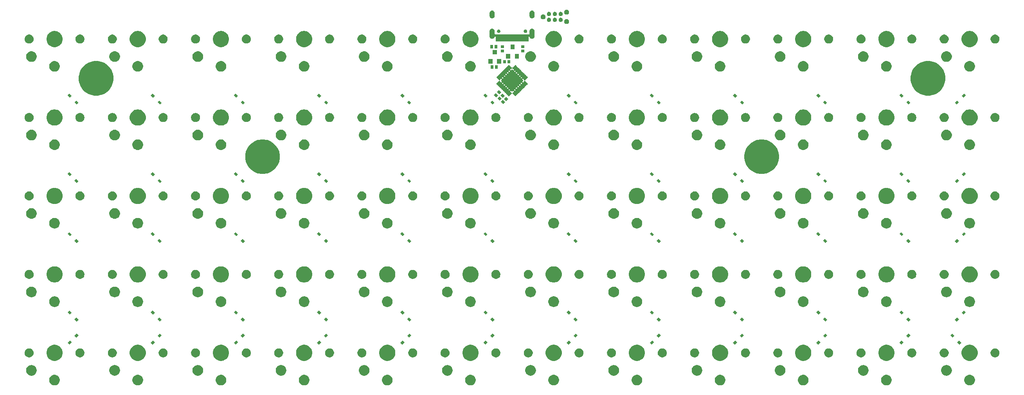
<source format=gbs>
G04 #@! TF.GenerationSoftware,KiCad,Pcbnew,5.1.5+dfsg1-2build2*
G04 #@! TF.CreationDate,2021-12-19T02:20:25+01:00*
G04 #@! TF.ProjectId,otterlinear-keyboard,6f747465-726c-4696-9e65-61722d6b6579,rev?*
G04 #@! TF.SameCoordinates,Original*
G04 #@! TF.FileFunction,Soldermask,Bot*
G04 #@! TF.FilePolarity,Negative*
%FSLAX46Y46*%
G04 Gerber Fmt 4.6, Leading zero omitted, Abs format (unit mm)*
G04 Created by KiCad (PCBNEW 5.1.5+dfsg1-2build2) date 2021-12-19 02:20:25*
%MOMM*%
%LPD*%
G04 APERTURE LIST*
%ADD10C,0.100000*%
G04 APERTURE END LIST*
D10*
G36*
X94224549Y-130771116D02*
G01*
X94335734Y-130793232D01*
X94545203Y-130879997D01*
X94733720Y-131005960D01*
X94894040Y-131166280D01*
X95020003Y-131354797D01*
X95106768Y-131564266D01*
X95151000Y-131786636D01*
X95151000Y-132013364D01*
X95106768Y-132235734D01*
X95020003Y-132445203D01*
X94894040Y-132633720D01*
X94733720Y-132794040D01*
X94545203Y-132920003D01*
X94335734Y-133006768D01*
X94224549Y-133028884D01*
X94113365Y-133051000D01*
X93886635Y-133051000D01*
X93775451Y-133028884D01*
X93664266Y-133006768D01*
X93454797Y-132920003D01*
X93266280Y-132794040D01*
X93105960Y-132633720D01*
X92979997Y-132445203D01*
X92893232Y-132235734D01*
X92849000Y-132013364D01*
X92849000Y-131786636D01*
X92893232Y-131564266D01*
X92979997Y-131354797D01*
X93105960Y-131166280D01*
X93266280Y-131005960D01*
X93454797Y-130879997D01*
X93664266Y-130793232D01*
X93775451Y-130771116D01*
X93886635Y-130749000D01*
X94113365Y-130749000D01*
X94224549Y-130771116D01*
G37*
G36*
X238224549Y-130771116D02*
G01*
X238335734Y-130793232D01*
X238545203Y-130879997D01*
X238733720Y-131005960D01*
X238894040Y-131166280D01*
X239020003Y-131354797D01*
X239106768Y-131564266D01*
X239151000Y-131786636D01*
X239151000Y-132013364D01*
X239106768Y-132235734D01*
X239020003Y-132445203D01*
X238894040Y-132633720D01*
X238733720Y-132794040D01*
X238545203Y-132920003D01*
X238335734Y-133006768D01*
X238224549Y-133028884D01*
X238113365Y-133051000D01*
X237886635Y-133051000D01*
X237775451Y-133028884D01*
X237664266Y-133006768D01*
X237454797Y-132920003D01*
X237266280Y-132794040D01*
X237105960Y-132633720D01*
X236979997Y-132445203D01*
X236893232Y-132235734D01*
X236849000Y-132013364D01*
X236849000Y-131786636D01*
X236893232Y-131564266D01*
X236979997Y-131354797D01*
X237105960Y-131166280D01*
X237266280Y-131005960D01*
X237454797Y-130879997D01*
X237664266Y-130793232D01*
X237775451Y-130771116D01*
X237886635Y-130749000D01*
X238113365Y-130749000D01*
X238224549Y-130771116D01*
G37*
G36*
X58224549Y-130771116D02*
G01*
X58335734Y-130793232D01*
X58545203Y-130879997D01*
X58733720Y-131005960D01*
X58894040Y-131166280D01*
X59020003Y-131354797D01*
X59106768Y-131564266D01*
X59151000Y-131786636D01*
X59151000Y-132013364D01*
X59106768Y-132235734D01*
X59020003Y-132445203D01*
X58894040Y-132633720D01*
X58733720Y-132794040D01*
X58545203Y-132920003D01*
X58335734Y-133006768D01*
X58224549Y-133028884D01*
X58113365Y-133051000D01*
X57886635Y-133051000D01*
X57775451Y-133028884D01*
X57664266Y-133006768D01*
X57454797Y-132920003D01*
X57266280Y-132794040D01*
X57105960Y-132633720D01*
X56979997Y-132445203D01*
X56893232Y-132235734D01*
X56849000Y-132013364D01*
X56849000Y-131786636D01*
X56893232Y-131564266D01*
X56979997Y-131354797D01*
X57105960Y-131166280D01*
X57266280Y-131005960D01*
X57454797Y-130879997D01*
X57664266Y-130793232D01*
X57775451Y-130771116D01*
X57886635Y-130749000D01*
X58113365Y-130749000D01*
X58224549Y-130771116D01*
G37*
G36*
X256224549Y-130771116D02*
G01*
X256335734Y-130793232D01*
X256545203Y-130879997D01*
X256733720Y-131005960D01*
X256894040Y-131166280D01*
X257020003Y-131354797D01*
X257106768Y-131564266D01*
X257151000Y-131786636D01*
X257151000Y-132013364D01*
X257106768Y-132235734D01*
X257020003Y-132445203D01*
X256894040Y-132633720D01*
X256733720Y-132794040D01*
X256545203Y-132920003D01*
X256335734Y-133006768D01*
X256224549Y-133028884D01*
X256113365Y-133051000D01*
X255886635Y-133051000D01*
X255775451Y-133028884D01*
X255664266Y-133006768D01*
X255454797Y-132920003D01*
X255266280Y-132794040D01*
X255105960Y-132633720D01*
X254979997Y-132445203D01*
X254893232Y-132235734D01*
X254849000Y-132013364D01*
X254849000Y-131786636D01*
X254893232Y-131564266D01*
X254979997Y-131354797D01*
X255105960Y-131166280D01*
X255266280Y-131005960D01*
X255454797Y-130879997D01*
X255664266Y-130793232D01*
X255775451Y-130771116D01*
X255886635Y-130749000D01*
X256113365Y-130749000D01*
X256224549Y-130771116D01*
G37*
G36*
X220224549Y-130771116D02*
G01*
X220335734Y-130793232D01*
X220545203Y-130879997D01*
X220733720Y-131005960D01*
X220894040Y-131166280D01*
X221020003Y-131354797D01*
X221106768Y-131564266D01*
X221151000Y-131786636D01*
X221151000Y-132013364D01*
X221106768Y-132235734D01*
X221020003Y-132445203D01*
X220894040Y-132633720D01*
X220733720Y-132794040D01*
X220545203Y-132920003D01*
X220335734Y-133006768D01*
X220224549Y-133028884D01*
X220113365Y-133051000D01*
X219886635Y-133051000D01*
X219775451Y-133028884D01*
X219664266Y-133006768D01*
X219454797Y-132920003D01*
X219266280Y-132794040D01*
X219105960Y-132633720D01*
X218979997Y-132445203D01*
X218893232Y-132235734D01*
X218849000Y-132013364D01*
X218849000Y-131786636D01*
X218893232Y-131564266D01*
X218979997Y-131354797D01*
X219105960Y-131166280D01*
X219266280Y-131005960D01*
X219454797Y-130879997D01*
X219664266Y-130793232D01*
X219775451Y-130771116D01*
X219886635Y-130749000D01*
X220113365Y-130749000D01*
X220224549Y-130771116D01*
G37*
G36*
X202224549Y-130771116D02*
G01*
X202335734Y-130793232D01*
X202545203Y-130879997D01*
X202733720Y-131005960D01*
X202894040Y-131166280D01*
X203020003Y-131354797D01*
X203106768Y-131564266D01*
X203151000Y-131786636D01*
X203151000Y-132013364D01*
X203106768Y-132235734D01*
X203020003Y-132445203D01*
X202894040Y-132633720D01*
X202733720Y-132794040D01*
X202545203Y-132920003D01*
X202335734Y-133006768D01*
X202224549Y-133028884D01*
X202113365Y-133051000D01*
X201886635Y-133051000D01*
X201775451Y-133028884D01*
X201664266Y-133006768D01*
X201454797Y-132920003D01*
X201266280Y-132794040D01*
X201105960Y-132633720D01*
X200979997Y-132445203D01*
X200893232Y-132235734D01*
X200849000Y-132013364D01*
X200849000Y-131786636D01*
X200893232Y-131564266D01*
X200979997Y-131354797D01*
X201105960Y-131166280D01*
X201266280Y-131005960D01*
X201454797Y-130879997D01*
X201664266Y-130793232D01*
X201775451Y-130771116D01*
X201886635Y-130749000D01*
X202113365Y-130749000D01*
X202224549Y-130771116D01*
G37*
G36*
X184224549Y-130771116D02*
G01*
X184335734Y-130793232D01*
X184545203Y-130879997D01*
X184733720Y-131005960D01*
X184894040Y-131166280D01*
X185020003Y-131354797D01*
X185106768Y-131564266D01*
X185151000Y-131786636D01*
X185151000Y-132013364D01*
X185106768Y-132235734D01*
X185020003Y-132445203D01*
X184894040Y-132633720D01*
X184733720Y-132794040D01*
X184545203Y-132920003D01*
X184335734Y-133006768D01*
X184224549Y-133028884D01*
X184113365Y-133051000D01*
X183886635Y-133051000D01*
X183775451Y-133028884D01*
X183664266Y-133006768D01*
X183454797Y-132920003D01*
X183266280Y-132794040D01*
X183105960Y-132633720D01*
X182979997Y-132445203D01*
X182893232Y-132235734D01*
X182849000Y-132013364D01*
X182849000Y-131786636D01*
X182893232Y-131564266D01*
X182979997Y-131354797D01*
X183105960Y-131166280D01*
X183266280Y-131005960D01*
X183454797Y-130879997D01*
X183664266Y-130793232D01*
X183775451Y-130771116D01*
X183886635Y-130749000D01*
X184113365Y-130749000D01*
X184224549Y-130771116D01*
G37*
G36*
X76224549Y-130771116D02*
G01*
X76335734Y-130793232D01*
X76545203Y-130879997D01*
X76733720Y-131005960D01*
X76894040Y-131166280D01*
X77020003Y-131354797D01*
X77106768Y-131564266D01*
X77151000Y-131786636D01*
X77151000Y-132013364D01*
X77106768Y-132235734D01*
X77020003Y-132445203D01*
X76894040Y-132633720D01*
X76733720Y-132794040D01*
X76545203Y-132920003D01*
X76335734Y-133006768D01*
X76224549Y-133028884D01*
X76113365Y-133051000D01*
X75886635Y-133051000D01*
X75775451Y-133028884D01*
X75664266Y-133006768D01*
X75454797Y-132920003D01*
X75266280Y-132794040D01*
X75105960Y-132633720D01*
X74979997Y-132445203D01*
X74893232Y-132235734D01*
X74849000Y-132013364D01*
X74849000Y-131786636D01*
X74893232Y-131564266D01*
X74979997Y-131354797D01*
X75105960Y-131166280D01*
X75266280Y-131005960D01*
X75454797Y-130879997D01*
X75664266Y-130793232D01*
X75775451Y-130771116D01*
X75886635Y-130749000D01*
X76113365Y-130749000D01*
X76224549Y-130771116D01*
G37*
G36*
X166224549Y-130771116D02*
G01*
X166335734Y-130793232D01*
X166545203Y-130879997D01*
X166733720Y-131005960D01*
X166894040Y-131166280D01*
X167020003Y-131354797D01*
X167106768Y-131564266D01*
X167151000Y-131786636D01*
X167151000Y-132013364D01*
X167106768Y-132235734D01*
X167020003Y-132445203D01*
X166894040Y-132633720D01*
X166733720Y-132794040D01*
X166545203Y-132920003D01*
X166335734Y-133006768D01*
X166224549Y-133028884D01*
X166113365Y-133051000D01*
X165886635Y-133051000D01*
X165775451Y-133028884D01*
X165664266Y-133006768D01*
X165454797Y-132920003D01*
X165266280Y-132794040D01*
X165105960Y-132633720D01*
X164979997Y-132445203D01*
X164893232Y-132235734D01*
X164849000Y-132013364D01*
X164849000Y-131786636D01*
X164893232Y-131564266D01*
X164979997Y-131354797D01*
X165105960Y-131166280D01*
X165266280Y-131005960D01*
X165454797Y-130879997D01*
X165664266Y-130793232D01*
X165775451Y-130771116D01*
X165886635Y-130749000D01*
X166113365Y-130749000D01*
X166224549Y-130771116D01*
G37*
G36*
X148224549Y-130771116D02*
G01*
X148335734Y-130793232D01*
X148545203Y-130879997D01*
X148733720Y-131005960D01*
X148894040Y-131166280D01*
X149020003Y-131354797D01*
X149106768Y-131564266D01*
X149151000Y-131786636D01*
X149151000Y-132013364D01*
X149106768Y-132235734D01*
X149020003Y-132445203D01*
X148894040Y-132633720D01*
X148733720Y-132794040D01*
X148545203Y-132920003D01*
X148335734Y-133006768D01*
X148224549Y-133028884D01*
X148113365Y-133051000D01*
X147886635Y-133051000D01*
X147775451Y-133028884D01*
X147664266Y-133006768D01*
X147454797Y-132920003D01*
X147266280Y-132794040D01*
X147105960Y-132633720D01*
X146979997Y-132445203D01*
X146893232Y-132235734D01*
X146849000Y-132013364D01*
X146849000Y-131786636D01*
X146893232Y-131564266D01*
X146979997Y-131354797D01*
X147105960Y-131166280D01*
X147266280Y-131005960D01*
X147454797Y-130879997D01*
X147664266Y-130793232D01*
X147775451Y-130771116D01*
X147886635Y-130749000D01*
X148113365Y-130749000D01*
X148224549Y-130771116D01*
G37*
G36*
X130224549Y-130771116D02*
G01*
X130335734Y-130793232D01*
X130545203Y-130879997D01*
X130733720Y-131005960D01*
X130894040Y-131166280D01*
X131020003Y-131354797D01*
X131106768Y-131564266D01*
X131151000Y-131786636D01*
X131151000Y-132013364D01*
X131106768Y-132235734D01*
X131020003Y-132445203D01*
X130894040Y-132633720D01*
X130733720Y-132794040D01*
X130545203Y-132920003D01*
X130335734Y-133006768D01*
X130224549Y-133028884D01*
X130113365Y-133051000D01*
X129886635Y-133051000D01*
X129775451Y-133028884D01*
X129664266Y-133006768D01*
X129454797Y-132920003D01*
X129266280Y-132794040D01*
X129105960Y-132633720D01*
X128979997Y-132445203D01*
X128893232Y-132235734D01*
X128849000Y-132013364D01*
X128849000Y-131786636D01*
X128893232Y-131564266D01*
X128979997Y-131354797D01*
X129105960Y-131166280D01*
X129266280Y-131005960D01*
X129454797Y-130879997D01*
X129664266Y-130793232D01*
X129775451Y-130771116D01*
X129886635Y-130749000D01*
X130113365Y-130749000D01*
X130224549Y-130771116D01*
G37*
G36*
X112224549Y-130771116D02*
G01*
X112335734Y-130793232D01*
X112545203Y-130879997D01*
X112733720Y-131005960D01*
X112894040Y-131166280D01*
X113020003Y-131354797D01*
X113106768Y-131564266D01*
X113151000Y-131786636D01*
X113151000Y-132013364D01*
X113106768Y-132235734D01*
X113020003Y-132445203D01*
X112894040Y-132633720D01*
X112733720Y-132794040D01*
X112545203Y-132920003D01*
X112335734Y-133006768D01*
X112224549Y-133028884D01*
X112113365Y-133051000D01*
X111886635Y-133051000D01*
X111775451Y-133028884D01*
X111664266Y-133006768D01*
X111454797Y-132920003D01*
X111266280Y-132794040D01*
X111105960Y-132633720D01*
X110979997Y-132445203D01*
X110893232Y-132235734D01*
X110849000Y-132013364D01*
X110849000Y-131786636D01*
X110893232Y-131564266D01*
X110979997Y-131354797D01*
X111105960Y-131166280D01*
X111266280Y-131005960D01*
X111454797Y-130879997D01*
X111664266Y-130793232D01*
X111775451Y-130771116D01*
X111886635Y-130749000D01*
X112113365Y-130749000D01*
X112224549Y-130771116D01*
G37*
G36*
X107224549Y-128671116D02*
G01*
X107335734Y-128693232D01*
X107545203Y-128779997D01*
X107733720Y-128905960D01*
X107894040Y-129066280D01*
X108020003Y-129254797D01*
X108106768Y-129464266D01*
X108151000Y-129686636D01*
X108151000Y-129913364D01*
X108106768Y-130135734D01*
X108020003Y-130345203D01*
X107894040Y-130533720D01*
X107733720Y-130694040D01*
X107545203Y-130820003D01*
X107335734Y-130906768D01*
X107224549Y-130928884D01*
X107113365Y-130951000D01*
X106886635Y-130951000D01*
X106775451Y-130928884D01*
X106664266Y-130906768D01*
X106454797Y-130820003D01*
X106266280Y-130694040D01*
X106105960Y-130533720D01*
X105979997Y-130345203D01*
X105893232Y-130135734D01*
X105849000Y-129913364D01*
X105849000Y-129686636D01*
X105893232Y-129464266D01*
X105979997Y-129254797D01*
X106105960Y-129066280D01*
X106266280Y-128905960D01*
X106454797Y-128779997D01*
X106664266Y-128693232D01*
X106775451Y-128671116D01*
X106886635Y-128649000D01*
X107113365Y-128649000D01*
X107224549Y-128671116D01*
G37*
G36*
X53224549Y-128671116D02*
G01*
X53335734Y-128693232D01*
X53545203Y-128779997D01*
X53733720Y-128905960D01*
X53894040Y-129066280D01*
X54020003Y-129254797D01*
X54106768Y-129464266D01*
X54151000Y-129686636D01*
X54151000Y-129913364D01*
X54106768Y-130135734D01*
X54020003Y-130345203D01*
X53894040Y-130533720D01*
X53733720Y-130694040D01*
X53545203Y-130820003D01*
X53335734Y-130906768D01*
X53224549Y-130928884D01*
X53113365Y-130951000D01*
X52886635Y-130951000D01*
X52775451Y-130928884D01*
X52664266Y-130906768D01*
X52454797Y-130820003D01*
X52266280Y-130694040D01*
X52105960Y-130533720D01*
X51979997Y-130345203D01*
X51893232Y-130135734D01*
X51849000Y-129913364D01*
X51849000Y-129686636D01*
X51893232Y-129464266D01*
X51979997Y-129254797D01*
X52105960Y-129066280D01*
X52266280Y-128905960D01*
X52454797Y-128779997D01*
X52664266Y-128693232D01*
X52775451Y-128671116D01*
X52886635Y-128649000D01*
X53113365Y-128649000D01*
X53224549Y-128671116D01*
G37*
G36*
X251224549Y-128671116D02*
G01*
X251335734Y-128693232D01*
X251545203Y-128779997D01*
X251733720Y-128905960D01*
X251894040Y-129066280D01*
X252020003Y-129254797D01*
X252106768Y-129464266D01*
X252151000Y-129686636D01*
X252151000Y-129913364D01*
X252106768Y-130135734D01*
X252020003Y-130345203D01*
X251894040Y-130533720D01*
X251733720Y-130694040D01*
X251545203Y-130820003D01*
X251335734Y-130906768D01*
X251224549Y-130928884D01*
X251113365Y-130951000D01*
X250886635Y-130951000D01*
X250775451Y-130928884D01*
X250664266Y-130906768D01*
X250454797Y-130820003D01*
X250266280Y-130694040D01*
X250105960Y-130533720D01*
X249979997Y-130345203D01*
X249893232Y-130135734D01*
X249849000Y-129913364D01*
X249849000Y-129686636D01*
X249893232Y-129464266D01*
X249979997Y-129254797D01*
X250105960Y-129066280D01*
X250266280Y-128905960D01*
X250454797Y-128779997D01*
X250664266Y-128693232D01*
X250775451Y-128671116D01*
X250886635Y-128649000D01*
X251113365Y-128649000D01*
X251224549Y-128671116D01*
G37*
G36*
X233224549Y-128671116D02*
G01*
X233335734Y-128693232D01*
X233545203Y-128779997D01*
X233733720Y-128905960D01*
X233894040Y-129066280D01*
X234020003Y-129254797D01*
X234106768Y-129464266D01*
X234151000Y-129686636D01*
X234151000Y-129913364D01*
X234106768Y-130135734D01*
X234020003Y-130345203D01*
X233894040Y-130533720D01*
X233733720Y-130694040D01*
X233545203Y-130820003D01*
X233335734Y-130906768D01*
X233224549Y-130928884D01*
X233113365Y-130951000D01*
X232886635Y-130951000D01*
X232775451Y-130928884D01*
X232664266Y-130906768D01*
X232454797Y-130820003D01*
X232266280Y-130694040D01*
X232105960Y-130533720D01*
X231979997Y-130345203D01*
X231893232Y-130135734D01*
X231849000Y-129913364D01*
X231849000Y-129686636D01*
X231893232Y-129464266D01*
X231979997Y-129254797D01*
X232105960Y-129066280D01*
X232266280Y-128905960D01*
X232454797Y-128779997D01*
X232664266Y-128693232D01*
X232775451Y-128671116D01*
X232886635Y-128649000D01*
X233113365Y-128649000D01*
X233224549Y-128671116D01*
G37*
G36*
X197224549Y-128671116D02*
G01*
X197335734Y-128693232D01*
X197545203Y-128779997D01*
X197733720Y-128905960D01*
X197894040Y-129066280D01*
X198020003Y-129254797D01*
X198106768Y-129464266D01*
X198151000Y-129686636D01*
X198151000Y-129913364D01*
X198106768Y-130135734D01*
X198020003Y-130345203D01*
X197894040Y-130533720D01*
X197733720Y-130694040D01*
X197545203Y-130820003D01*
X197335734Y-130906768D01*
X197224549Y-130928884D01*
X197113365Y-130951000D01*
X196886635Y-130951000D01*
X196775451Y-130928884D01*
X196664266Y-130906768D01*
X196454797Y-130820003D01*
X196266280Y-130694040D01*
X196105960Y-130533720D01*
X195979997Y-130345203D01*
X195893232Y-130135734D01*
X195849000Y-129913364D01*
X195849000Y-129686636D01*
X195893232Y-129464266D01*
X195979997Y-129254797D01*
X196105960Y-129066280D01*
X196266280Y-128905960D01*
X196454797Y-128779997D01*
X196664266Y-128693232D01*
X196775451Y-128671116D01*
X196886635Y-128649000D01*
X197113365Y-128649000D01*
X197224549Y-128671116D01*
G37*
G36*
X71224549Y-128671116D02*
G01*
X71335734Y-128693232D01*
X71545203Y-128779997D01*
X71733720Y-128905960D01*
X71894040Y-129066280D01*
X72020003Y-129254797D01*
X72106768Y-129464266D01*
X72151000Y-129686636D01*
X72151000Y-129913364D01*
X72106768Y-130135734D01*
X72020003Y-130345203D01*
X71894040Y-130533720D01*
X71733720Y-130694040D01*
X71545203Y-130820003D01*
X71335734Y-130906768D01*
X71224549Y-130928884D01*
X71113365Y-130951000D01*
X70886635Y-130951000D01*
X70775451Y-130928884D01*
X70664266Y-130906768D01*
X70454797Y-130820003D01*
X70266280Y-130694040D01*
X70105960Y-130533720D01*
X69979997Y-130345203D01*
X69893232Y-130135734D01*
X69849000Y-129913364D01*
X69849000Y-129686636D01*
X69893232Y-129464266D01*
X69979997Y-129254797D01*
X70105960Y-129066280D01*
X70266280Y-128905960D01*
X70454797Y-128779997D01*
X70664266Y-128693232D01*
X70775451Y-128671116D01*
X70886635Y-128649000D01*
X71113365Y-128649000D01*
X71224549Y-128671116D01*
G37*
G36*
X215224549Y-128671116D02*
G01*
X215335734Y-128693232D01*
X215545203Y-128779997D01*
X215733720Y-128905960D01*
X215894040Y-129066280D01*
X216020003Y-129254797D01*
X216106768Y-129464266D01*
X216151000Y-129686636D01*
X216151000Y-129913364D01*
X216106768Y-130135734D01*
X216020003Y-130345203D01*
X215894040Y-130533720D01*
X215733720Y-130694040D01*
X215545203Y-130820003D01*
X215335734Y-130906768D01*
X215224549Y-130928884D01*
X215113365Y-130951000D01*
X214886635Y-130951000D01*
X214775451Y-130928884D01*
X214664266Y-130906768D01*
X214454797Y-130820003D01*
X214266280Y-130694040D01*
X214105960Y-130533720D01*
X213979997Y-130345203D01*
X213893232Y-130135734D01*
X213849000Y-129913364D01*
X213849000Y-129686636D01*
X213893232Y-129464266D01*
X213979997Y-129254797D01*
X214105960Y-129066280D01*
X214266280Y-128905960D01*
X214454797Y-128779997D01*
X214664266Y-128693232D01*
X214775451Y-128671116D01*
X214886635Y-128649000D01*
X215113365Y-128649000D01*
X215224549Y-128671116D01*
G37*
G36*
X89224549Y-128671116D02*
G01*
X89335734Y-128693232D01*
X89545203Y-128779997D01*
X89733720Y-128905960D01*
X89894040Y-129066280D01*
X90020003Y-129254797D01*
X90106768Y-129464266D01*
X90151000Y-129686636D01*
X90151000Y-129913364D01*
X90106768Y-130135734D01*
X90020003Y-130345203D01*
X89894040Y-130533720D01*
X89733720Y-130694040D01*
X89545203Y-130820003D01*
X89335734Y-130906768D01*
X89224549Y-130928884D01*
X89113365Y-130951000D01*
X88886635Y-130951000D01*
X88775451Y-130928884D01*
X88664266Y-130906768D01*
X88454797Y-130820003D01*
X88266280Y-130694040D01*
X88105960Y-130533720D01*
X87979997Y-130345203D01*
X87893232Y-130135734D01*
X87849000Y-129913364D01*
X87849000Y-129686636D01*
X87893232Y-129464266D01*
X87979997Y-129254797D01*
X88105960Y-129066280D01*
X88266280Y-128905960D01*
X88454797Y-128779997D01*
X88664266Y-128693232D01*
X88775451Y-128671116D01*
X88886635Y-128649000D01*
X89113365Y-128649000D01*
X89224549Y-128671116D01*
G37*
G36*
X161224549Y-128671116D02*
G01*
X161335734Y-128693232D01*
X161545203Y-128779997D01*
X161733720Y-128905960D01*
X161894040Y-129066280D01*
X162020003Y-129254797D01*
X162106768Y-129464266D01*
X162151000Y-129686636D01*
X162151000Y-129913364D01*
X162106768Y-130135734D01*
X162020003Y-130345203D01*
X161894040Y-130533720D01*
X161733720Y-130694040D01*
X161545203Y-130820003D01*
X161335734Y-130906768D01*
X161224549Y-130928884D01*
X161113365Y-130951000D01*
X160886635Y-130951000D01*
X160775451Y-130928884D01*
X160664266Y-130906768D01*
X160454797Y-130820003D01*
X160266280Y-130694040D01*
X160105960Y-130533720D01*
X159979997Y-130345203D01*
X159893232Y-130135734D01*
X159849000Y-129913364D01*
X159849000Y-129686636D01*
X159893232Y-129464266D01*
X159979997Y-129254797D01*
X160105960Y-129066280D01*
X160266280Y-128905960D01*
X160454797Y-128779997D01*
X160664266Y-128693232D01*
X160775451Y-128671116D01*
X160886635Y-128649000D01*
X161113365Y-128649000D01*
X161224549Y-128671116D01*
G37*
G36*
X143224549Y-128671116D02*
G01*
X143335734Y-128693232D01*
X143545203Y-128779997D01*
X143733720Y-128905960D01*
X143894040Y-129066280D01*
X144020003Y-129254797D01*
X144106768Y-129464266D01*
X144151000Y-129686636D01*
X144151000Y-129913364D01*
X144106768Y-130135734D01*
X144020003Y-130345203D01*
X143894040Y-130533720D01*
X143733720Y-130694040D01*
X143545203Y-130820003D01*
X143335734Y-130906768D01*
X143224549Y-130928884D01*
X143113365Y-130951000D01*
X142886635Y-130951000D01*
X142775451Y-130928884D01*
X142664266Y-130906768D01*
X142454797Y-130820003D01*
X142266280Y-130694040D01*
X142105960Y-130533720D01*
X141979997Y-130345203D01*
X141893232Y-130135734D01*
X141849000Y-129913364D01*
X141849000Y-129686636D01*
X141893232Y-129464266D01*
X141979997Y-129254797D01*
X142105960Y-129066280D01*
X142266280Y-128905960D01*
X142454797Y-128779997D01*
X142664266Y-128693232D01*
X142775451Y-128671116D01*
X142886635Y-128649000D01*
X143113365Y-128649000D01*
X143224549Y-128671116D01*
G37*
G36*
X179224549Y-128671116D02*
G01*
X179335734Y-128693232D01*
X179545203Y-128779997D01*
X179733720Y-128905960D01*
X179894040Y-129066280D01*
X180020003Y-129254797D01*
X180106768Y-129464266D01*
X180151000Y-129686636D01*
X180151000Y-129913364D01*
X180106768Y-130135734D01*
X180020003Y-130345203D01*
X179894040Y-130533720D01*
X179733720Y-130694040D01*
X179545203Y-130820003D01*
X179335734Y-130906768D01*
X179224549Y-130928884D01*
X179113365Y-130951000D01*
X178886635Y-130951000D01*
X178775451Y-130928884D01*
X178664266Y-130906768D01*
X178454797Y-130820003D01*
X178266280Y-130694040D01*
X178105960Y-130533720D01*
X177979997Y-130345203D01*
X177893232Y-130135734D01*
X177849000Y-129913364D01*
X177849000Y-129686636D01*
X177893232Y-129464266D01*
X177979997Y-129254797D01*
X178105960Y-129066280D01*
X178266280Y-128905960D01*
X178454797Y-128779997D01*
X178664266Y-128693232D01*
X178775451Y-128671116D01*
X178886635Y-128649000D01*
X179113365Y-128649000D01*
X179224549Y-128671116D01*
G37*
G36*
X125224549Y-128671116D02*
G01*
X125335734Y-128693232D01*
X125545203Y-128779997D01*
X125733720Y-128905960D01*
X125894040Y-129066280D01*
X126020003Y-129254797D01*
X126106768Y-129464266D01*
X126151000Y-129686636D01*
X126151000Y-129913364D01*
X126106768Y-130135734D01*
X126020003Y-130345203D01*
X125894040Y-130533720D01*
X125733720Y-130694040D01*
X125545203Y-130820003D01*
X125335734Y-130906768D01*
X125224549Y-130928884D01*
X125113365Y-130951000D01*
X124886635Y-130951000D01*
X124775451Y-130928884D01*
X124664266Y-130906768D01*
X124454797Y-130820003D01*
X124266280Y-130694040D01*
X124105960Y-130533720D01*
X123979997Y-130345203D01*
X123893232Y-130135734D01*
X123849000Y-129913364D01*
X123849000Y-129686636D01*
X123893232Y-129464266D01*
X123979997Y-129254797D01*
X124105960Y-129066280D01*
X124266280Y-128905960D01*
X124454797Y-128779997D01*
X124664266Y-128693232D01*
X124775451Y-128671116D01*
X124886635Y-128649000D01*
X125113365Y-128649000D01*
X125224549Y-128671116D01*
G37*
G36*
X58397985Y-124293860D02*
G01*
X58510748Y-124316290D01*
X58642741Y-124370963D01*
X58829408Y-124448283D01*
X59116196Y-124639909D01*
X59360091Y-124883804D01*
X59551717Y-125170592D01*
X59683710Y-125489253D01*
X59751000Y-125827540D01*
X59751000Y-126172460D01*
X59683710Y-126510747D01*
X59551717Y-126829408D01*
X59360091Y-127116196D01*
X59116196Y-127360091D01*
X58829408Y-127551717D01*
X58642741Y-127629037D01*
X58510748Y-127683710D01*
X58397985Y-127706140D01*
X58172460Y-127751000D01*
X57827540Y-127751000D01*
X57602015Y-127706140D01*
X57489252Y-127683710D01*
X57357259Y-127629037D01*
X57170592Y-127551717D01*
X56883804Y-127360091D01*
X56639909Y-127116196D01*
X56448283Y-126829408D01*
X56316290Y-126510747D01*
X56249000Y-126172460D01*
X56249000Y-125827540D01*
X56316290Y-125489253D01*
X56448283Y-125170592D01*
X56639909Y-124883804D01*
X56883804Y-124639909D01*
X57170592Y-124448283D01*
X57357259Y-124370963D01*
X57489252Y-124316290D01*
X57602015Y-124293860D01*
X57827540Y-124249000D01*
X58172460Y-124249000D01*
X58397985Y-124293860D01*
G37*
G36*
X238397985Y-124293860D02*
G01*
X238510748Y-124316290D01*
X238642741Y-124370963D01*
X238829408Y-124448283D01*
X239116196Y-124639909D01*
X239360091Y-124883804D01*
X239551717Y-125170592D01*
X239683710Y-125489253D01*
X239751000Y-125827540D01*
X239751000Y-126172460D01*
X239683710Y-126510747D01*
X239551717Y-126829408D01*
X239360091Y-127116196D01*
X239116196Y-127360091D01*
X238829408Y-127551717D01*
X238642741Y-127629037D01*
X238510748Y-127683710D01*
X238397985Y-127706140D01*
X238172460Y-127751000D01*
X237827540Y-127751000D01*
X237602015Y-127706140D01*
X237489252Y-127683710D01*
X237357259Y-127629037D01*
X237170592Y-127551717D01*
X236883804Y-127360091D01*
X236639909Y-127116196D01*
X236448283Y-126829408D01*
X236316290Y-126510747D01*
X236249000Y-126172460D01*
X236249000Y-125827540D01*
X236316290Y-125489253D01*
X236448283Y-125170592D01*
X236639909Y-124883804D01*
X236883804Y-124639909D01*
X237170592Y-124448283D01*
X237357259Y-124370963D01*
X237489252Y-124316290D01*
X237602015Y-124293860D01*
X237827540Y-124249000D01*
X238172460Y-124249000D01*
X238397985Y-124293860D01*
G37*
G36*
X256397985Y-124293860D02*
G01*
X256510748Y-124316290D01*
X256642741Y-124370963D01*
X256829408Y-124448283D01*
X257116196Y-124639909D01*
X257360091Y-124883804D01*
X257551717Y-125170592D01*
X257683710Y-125489253D01*
X257751000Y-125827540D01*
X257751000Y-126172460D01*
X257683710Y-126510747D01*
X257551717Y-126829408D01*
X257360091Y-127116196D01*
X257116196Y-127360091D01*
X256829408Y-127551717D01*
X256642741Y-127629037D01*
X256510748Y-127683710D01*
X256397985Y-127706140D01*
X256172460Y-127751000D01*
X255827540Y-127751000D01*
X255602015Y-127706140D01*
X255489252Y-127683710D01*
X255357259Y-127629037D01*
X255170592Y-127551717D01*
X254883804Y-127360091D01*
X254639909Y-127116196D01*
X254448283Y-126829408D01*
X254316290Y-126510747D01*
X254249000Y-126172460D01*
X254249000Y-125827540D01*
X254316290Y-125489253D01*
X254448283Y-125170592D01*
X254639909Y-124883804D01*
X254883804Y-124639909D01*
X255170592Y-124448283D01*
X255357259Y-124370963D01*
X255489252Y-124316290D01*
X255602015Y-124293860D01*
X255827540Y-124249000D01*
X256172460Y-124249000D01*
X256397985Y-124293860D01*
G37*
G36*
X94397985Y-124293860D02*
G01*
X94510748Y-124316290D01*
X94642741Y-124370963D01*
X94829408Y-124448283D01*
X95116196Y-124639909D01*
X95360091Y-124883804D01*
X95551717Y-125170592D01*
X95683710Y-125489253D01*
X95751000Y-125827540D01*
X95751000Y-126172460D01*
X95683710Y-126510747D01*
X95551717Y-126829408D01*
X95360091Y-127116196D01*
X95116196Y-127360091D01*
X94829408Y-127551717D01*
X94642741Y-127629037D01*
X94510748Y-127683710D01*
X94397985Y-127706140D01*
X94172460Y-127751000D01*
X93827540Y-127751000D01*
X93602015Y-127706140D01*
X93489252Y-127683710D01*
X93357259Y-127629037D01*
X93170592Y-127551717D01*
X92883804Y-127360091D01*
X92639909Y-127116196D01*
X92448283Y-126829408D01*
X92316290Y-126510747D01*
X92249000Y-126172460D01*
X92249000Y-125827540D01*
X92316290Y-125489253D01*
X92448283Y-125170592D01*
X92639909Y-124883804D01*
X92883804Y-124639909D01*
X93170592Y-124448283D01*
X93357259Y-124370963D01*
X93489252Y-124316290D01*
X93602015Y-124293860D01*
X93827540Y-124249000D01*
X94172460Y-124249000D01*
X94397985Y-124293860D01*
G37*
G36*
X112397985Y-124293860D02*
G01*
X112510748Y-124316290D01*
X112642741Y-124370963D01*
X112829408Y-124448283D01*
X113116196Y-124639909D01*
X113360091Y-124883804D01*
X113551717Y-125170592D01*
X113683710Y-125489253D01*
X113751000Y-125827540D01*
X113751000Y-126172460D01*
X113683710Y-126510747D01*
X113551717Y-126829408D01*
X113360091Y-127116196D01*
X113116196Y-127360091D01*
X112829408Y-127551717D01*
X112642741Y-127629037D01*
X112510748Y-127683710D01*
X112397985Y-127706140D01*
X112172460Y-127751000D01*
X111827540Y-127751000D01*
X111602015Y-127706140D01*
X111489252Y-127683710D01*
X111357259Y-127629037D01*
X111170592Y-127551717D01*
X110883804Y-127360091D01*
X110639909Y-127116196D01*
X110448283Y-126829408D01*
X110316290Y-126510747D01*
X110249000Y-126172460D01*
X110249000Y-125827540D01*
X110316290Y-125489253D01*
X110448283Y-125170592D01*
X110639909Y-124883804D01*
X110883804Y-124639909D01*
X111170592Y-124448283D01*
X111357259Y-124370963D01*
X111489252Y-124316290D01*
X111602015Y-124293860D01*
X111827540Y-124249000D01*
X112172460Y-124249000D01*
X112397985Y-124293860D01*
G37*
G36*
X130397985Y-124293860D02*
G01*
X130510748Y-124316290D01*
X130642741Y-124370963D01*
X130829408Y-124448283D01*
X131116196Y-124639909D01*
X131360091Y-124883804D01*
X131551717Y-125170592D01*
X131683710Y-125489253D01*
X131751000Y-125827540D01*
X131751000Y-126172460D01*
X131683710Y-126510747D01*
X131551717Y-126829408D01*
X131360091Y-127116196D01*
X131116196Y-127360091D01*
X130829408Y-127551717D01*
X130642741Y-127629037D01*
X130510748Y-127683710D01*
X130397985Y-127706140D01*
X130172460Y-127751000D01*
X129827540Y-127751000D01*
X129602015Y-127706140D01*
X129489252Y-127683710D01*
X129357259Y-127629037D01*
X129170592Y-127551717D01*
X128883804Y-127360091D01*
X128639909Y-127116196D01*
X128448283Y-126829408D01*
X128316290Y-126510747D01*
X128249000Y-126172460D01*
X128249000Y-125827540D01*
X128316290Y-125489253D01*
X128448283Y-125170592D01*
X128639909Y-124883804D01*
X128883804Y-124639909D01*
X129170592Y-124448283D01*
X129357259Y-124370963D01*
X129489252Y-124316290D01*
X129602015Y-124293860D01*
X129827540Y-124249000D01*
X130172460Y-124249000D01*
X130397985Y-124293860D01*
G37*
G36*
X76397985Y-124293860D02*
G01*
X76510748Y-124316290D01*
X76642741Y-124370963D01*
X76829408Y-124448283D01*
X77116196Y-124639909D01*
X77360091Y-124883804D01*
X77551717Y-125170592D01*
X77683710Y-125489253D01*
X77751000Y-125827540D01*
X77751000Y-126172460D01*
X77683710Y-126510747D01*
X77551717Y-126829408D01*
X77360091Y-127116196D01*
X77116196Y-127360091D01*
X76829408Y-127551717D01*
X76642741Y-127629037D01*
X76510748Y-127683710D01*
X76397985Y-127706140D01*
X76172460Y-127751000D01*
X75827540Y-127751000D01*
X75602015Y-127706140D01*
X75489252Y-127683710D01*
X75357259Y-127629037D01*
X75170592Y-127551717D01*
X74883804Y-127360091D01*
X74639909Y-127116196D01*
X74448283Y-126829408D01*
X74316290Y-126510747D01*
X74249000Y-126172460D01*
X74249000Y-125827540D01*
X74316290Y-125489253D01*
X74448283Y-125170592D01*
X74639909Y-124883804D01*
X74883804Y-124639909D01*
X75170592Y-124448283D01*
X75357259Y-124370963D01*
X75489252Y-124316290D01*
X75602015Y-124293860D01*
X75827540Y-124249000D01*
X76172460Y-124249000D01*
X76397985Y-124293860D01*
G37*
G36*
X148397985Y-124293860D02*
G01*
X148510748Y-124316290D01*
X148642741Y-124370963D01*
X148829408Y-124448283D01*
X149116196Y-124639909D01*
X149360091Y-124883804D01*
X149551717Y-125170592D01*
X149683710Y-125489253D01*
X149751000Y-125827540D01*
X149751000Y-126172460D01*
X149683710Y-126510747D01*
X149551717Y-126829408D01*
X149360091Y-127116196D01*
X149116196Y-127360091D01*
X148829408Y-127551717D01*
X148642741Y-127629037D01*
X148510748Y-127683710D01*
X148397985Y-127706140D01*
X148172460Y-127751000D01*
X147827540Y-127751000D01*
X147602015Y-127706140D01*
X147489252Y-127683710D01*
X147357259Y-127629037D01*
X147170592Y-127551717D01*
X146883804Y-127360091D01*
X146639909Y-127116196D01*
X146448283Y-126829408D01*
X146316290Y-126510747D01*
X146249000Y-126172460D01*
X146249000Y-125827540D01*
X146316290Y-125489253D01*
X146448283Y-125170592D01*
X146639909Y-124883804D01*
X146883804Y-124639909D01*
X147170592Y-124448283D01*
X147357259Y-124370963D01*
X147489252Y-124316290D01*
X147602015Y-124293860D01*
X147827540Y-124249000D01*
X148172460Y-124249000D01*
X148397985Y-124293860D01*
G37*
G36*
X202397985Y-124293860D02*
G01*
X202510748Y-124316290D01*
X202642741Y-124370963D01*
X202829408Y-124448283D01*
X203116196Y-124639909D01*
X203360091Y-124883804D01*
X203551717Y-125170592D01*
X203683710Y-125489253D01*
X203751000Y-125827540D01*
X203751000Y-126172460D01*
X203683710Y-126510747D01*
X203551717Y-126829408D01*
X203360091Y-127116196D01*
X203116196Y-127360091D01*
X202829408Y-127551717D01*
X202642741Y-127629037D01*
X202510748Y-127683710D01*
X202397985Y-127706140D01*
X202172460Y-127751000D01*
X201827540Y-127751000D01*
X201602015Y-127706140D01*
X201489252Y-127683710D01*
X201357259Y-127629037D01*
X201170592Y-127551717D01*
X200883804Y-127360091D01*
X200639909Y-127116196D01*
X200448283Y-126829408D01*
X200316290Y-126510747D01*
X200249000Y-126172460D01*
X200249000Y-125827540D01*
X200316290Y-125489253D01*
X200448283Y-125170592D01*
X200639909Y-124883804D01*
X200883804Y-124639909D01*
X201170592Y-124448283D01*
X201357259Y-124370963D01*
X201489252Y-124316290D01*
X201602015Y-124293860D01*
X201827540Y-124249000D01*
X202172460Y-124249000D01*
X202397985Y-124293860D01*
G37*
G36*
X220397985Y-124293860D02*
G01*
X220510748Y-124316290D01*
X220642741Y-124370963D01*
X220829408Y-124448283D01*
X221116196Y-124639909D01*
X221360091Y-124883804D01*
X221551717Y-125170592D01*
X221683710Y-125489253D01*
X221751000Y-125827540D01*
X221751000Y-126172460D01*
X221683710Y-126510747D01*
X221551717Y-126829408D01*
X221360091Y-127116196D01*
X221116196Y-127360091D01*
X220829408Y-127551717D01*
X220642741Y-127629037D01*
X220510748Y-127683710D01*
X220397985Y-127706140D01*
X220172460Y-127751000D01*
X219827540Y-127751000D01*
X219602015Y-127706140D01*
X219489252Y-127683710D01*
X219357259Y-127629037D01*
X219170592Y-127551717D01*
X218883804Y-127360091D01*
X218639909Y-127116196D01*
X218448283Y-126829408D01*
X218316290Y-126510747D01*
X218249000Y-126172460D01*
X218249000Y-125827540D01*
X218316290Y-125489253D01*
X218448283Y-125170592D01*
X218639909Y-124883804D01*
X218883804Y-124639909D01*
X219170592Y-124448283D01*
X219357259Y-124370963D01*
X219489252Y-124316290D01*
X219602015Y-124293860D01*
X219827540Y-124249000D01*
X220172460Y-124249000D01*
X220397985Y-124293860D01*
G37*
G36*
X184397985Y-124293860D02*
G01*
X184510748Y-124316290D01*
X184642741Y-124370963D01*
X184829408Y-124448283D01*
X185116196Y-124639909D01*
X185360091Y-124883804D01*
X185551717Y-125170592D01*
X185683710Y-125489253D01*
X185751000Y-125827540D01*
X185751000Y-126172460D01*
X185683710Y-126510747D01*
X185551717Y-126829408D01*
X185360091Y-127116196D01*
X185116196Y-127360091D01*
X184829408Y-127551717D01*
X184642741Y-127629037D01*
X184510748Y-127683710D01*
X184397985Y-127706140D01*
X184172460Y-127751000D01*
X183827540Y-127751000D01*
X183602015Y-127706140D01*
X183489252Y-127683710D01*
X183357259Y-127629037D01*
X183170592Y-127551717D01*
X182883804Y-127360091D01*
X182639909Y-127116196D01*
X182448283Y-126829408D01*
X182316290Y-126510747D01*
X182249000Y-126172460D01*
X182249000Y-125827540D01*
X182316290Y-125489253D01*
X182448283Y-125170592D01*
X182639909Y-124883804D01*
X182883804Y-124639909D01*
X183170592Y-124448283D01*
X183357259Y-124370963D01*
X183489252Y-124316290D01*
X183602015Y-124293860D01*
X183827540Y-124249000D01*
X184172460Y-124249000D01*
X184397985Y-124293860D01*
G37*
G36*
X166397985Y-124293860D02*
G01*
X166510748Y-124316290D01*
X166642741Y-124370963D01*
X166829408Y-124448283D01*
X167116196Y-124639909D01*
X167360091Y-124883804D01*
X167551717Y-125170592D01*
X167683710Y-125489253D01*
X167751000Y-125827540D01*
X167751000Y-126172460D01*
X167683710Y-126510747D01*
X167551717Y-126829408D01*
X167360091Y-127116196D01*
X167116196Y-127360091D01*
X166829408Y-127551717D01*
X166642741Y-127629037D01*
X166510748Y-127683710D01*
X166397985Y-127706140D01*
X166172460Y-127751000D01*
X165827540Y-127751000D01*
X165602015Y-127706140D01*
X165489252Y-127683710D01*
X165357259Y-127629037D01*
X165170592Y-127551717D01*
X164883804Y-127360091D01*
X164639909Y-127116196D01*
X164448283Y-126829408D01*
X164316290Y-126510747D01*
X164249000Y-126172460D01*
X164249000Y-125827540D01*
X164316290Y-125489253D01*
X164448283Y-125170592D01*
X164639909Y-124883804D01*
X164883804Y-124639909D01*
X165170592Y-124448283D01*
X165357259Y-124370963D01*
X165489252Y-124316290D01*
X165602015Y-124293860D01*
X165827540Y-124249000D01*
X166172460Y-124249000D01*
X166397985Y-124293860D01*
G37*
G36*
X178784687Y-125061507D02*
G01*
X178784690Y-125061508D01*
X178784689Y-125061508D01*
X178962309Y-125135080D01*
X178962310Y-125135081D01*
X179122161Y-125241889D01*
X179258111Y-125377839D01*
X179347158Y-125511109D01*
X179364920Y-125537691D01*
X179421825Y-125675073D01*
X179438493Y-125715313D01*
X179476000Y-125903871D01*
X179476000Y-126096129D01*
X179438493Y-126284687D01*
X179438492Y-126284689D01*
X179364920Y-126462309D01*
X179364919Y-126462310D01*
X179258111Y-126622161D01*
X179122161Y-126758111D01*
X178988891Y-126847158D01*
X178962309Y-126864920D01*
X178824927Y-126921825D01*
X178784687Y-126938493D01*
X178596129Y-126976000D01*
X178403871Y-126976000D01*
X178215313Y-126938493D01*
X178175073Y-126921825D01*
X178037691Y-126864920D01*
X178011109Y-126847158D01*
X177877839Y-126758111D01*
X177741889Y-126622161D01*
X177635081Y-126462310D01*
X177635080Y-126462309D01*
X177561508Y-126284689D01*
X177561507Y-126284687D01*
X177524000Y-126096129D01*
X177524000Y-125903871D01*
X177561507Y-125715313D01*
X177578175Y-125675073D01*
X177635080Y-125537691D01*
X177652842Y-125511109D01*
X177741889Y-125377839D01*
X177877839Y-125241889D01*
X178037690Y-125135081D01*
X178037691Y-125135080D01*
X178215311Y-125061508D01*
X178215310Y-125061508D01*
X178215313Y-125061507D01*
X178403871Y-125024000D01*
X178596129Y-125024000D01*
X178784687Y-125061507D01*
G37*
G36*
X189784687Y-125061507D02*
G01*
X189784690Y-125061508D01*
X189784689Y-125061508D01*
X189962309Y-125135080D01*
X189962310Y-125135081D01*
X190122161Y-125241889D01*
X190258111Y-125377839D01*
X190347158Y-125511109D01*
X190364920Y-125537691D01*
X190421825Y-125675073D01*
X190438493Y-125715313D01*
X190476000Y-125903871D01*
X190476000Y-126096129D01*
X190438493Y-126284687D01*
X190438492Y-126284689D01*
X190364920Y-126462309D01*
X190364919Y-126462310D01*
X190258111Y-126622161D01*
X190122161Y-126758111D01*
X189988891Y-126847158D01*
X189962309Y-126864920D01*
X189824927Y-126921825D01*
X189784687Y-126938493D01*
X189596129Y-126976000D01*
X189403871Y-126976000D01*
X189215313Y-126938493D01*
X189175073Y-126921825D01*
X189037691Y-126864920D01*
X189011109Y-126847158D01*
X188877839Y-126758111D01*
X188741889Y-126622161D01*
X188635081Y-126462310D01*
X188635080Y-126462309D01*
X188561508Y-126284689D01*
X188561507Y-126284687D01*
X188524000Y-126096129D01*
X188524000Y-125903871D01*
X188561507Y-125715313D01*
X188578175Y-125675073D01*
X188635080Y-125537691D01*
X188652842Y-125511109D01*
X188741889Y-125377839D01*
X188877839Y-125241889D01*
X189037690Y-125135081D01*
X189037691Y-125135080D01*
X189215311Y-125061508D01*
X189215310Y-125061508D01*
X189215313Y-125061507D01*
X189403871Y-125024000D01*
X189596129Y-125024000D01*
X189784687Y-125061507D01*
G37*
G36*
X207784687Y-125061507D02*
G01*
X207784690Y-125061508D01*
X207784689Y-125061508D01*
X207962309Y-125135080D01*
X207962310Y-125135081D01*
X208122161Y-125241889D01*
X208258111Y-125377839D01*
X208347158Y-125511109D01*
X208364920Y-125537691D01*
X208421825Y-125675073D01*
X208438493Y-125715313D01*
X208476000Y-125903871D01*
X208476000Y-126096129D01*
X208438493Y-126284687D01*
X208438492Y-126284689D01*
X208364920Y-126462309D01*
X208364919Y-126462310D01*
X208258111Y-126622161D01*
X208122161Y-126758111D01*
X207988891Y-126847158D01*
X207962309Y-126864920D01*
X207824927Y-126921825D01*
X207784687Y-126938493D01*
X207596129Y-126976000D01*
X207403871Y-126976000D01*
X207215313Y-126938493D01*
X207175073Y-126921825D01*
X207037691Y-126864920D01*
X207011109Y-126847158D01*
X206877839Y-126758111D01*
X206741889Y-126622161D01*
X206635081Y-126462310D01*
X206635080Y-126462309D01*
X206561508Y-126284689D01*
X206561507Y-126284687D01*
X206524000Y-126096129D01*
X206524000Y-125903871D01*
X206561507Y-125715313D01*
X206578175Y-125675073D01*
X206635080Y-125537691D01*
X206652842Y-125511109D01*
X206741889Y-125377839D01*
X206877839Y-125241889D01*
X207037690Y-125135081D01*
X207037691Y-125135080D01*
X207215311Y-125061508D01*
X207215310Y-125061508D01*
X207215313Y-125061507D01*
X207403871Y-125024000D01*
X207596129Y-125024000D01*
X207784687Y-125061507D01*
G37*
G36*
X196784687Y-125061507D02*
G01*
X196784690Y-125061508D01*
X196784689Y-125061508D01*
X196962309Y-125135080D01*
X196962310Y-125135081D01*
X197122161Y-125241889D01*
X197258111Y-125377839D01*
X197347158Y-125511109D01*
X197364920Y-125537691D01*
X197421825Y-125675073D01*
X197438493Y-125715313D01*
X197476000Y-125903871D01*
X197476000Y-126096129D01*
X197438493Y-126284687D01*
X197438492Y-126284689D01*
X197364920Y-126462309D01*
X197364919Y-126462310D01*
X197258111Y-126622161D01*
X197122161Y-126758111D01*
X196988891Y-126847158D01*
X196962309Y-126864920D01*
X196824927Y-126921825D01*
X196784687Y-126938493D01*
X196596129Y-126976000D01*
X196403871Y-126976000D01*
X196215313Y-126938493D01*
X196175073Y-126921825D01*
X196037691Y-126864920D01*
X196011109Y-126847158D01*
X195877839Y-126758111D01*
X195741889Y-126622161D01*
X195635081Y-126462310D01*
X195635080Y-126462309D01*
X195561508Y-126284689D01*
X195561507Y-126284687D01*
X195524000Y-126096129D01*
X195524000Y-125903871D01*
X195561507Y-125715313D01*
X195578175Y-125675073D01*
X195635080Y-125537691D01*
X195652842Y-125511109D01*
X195741889Y-125377839D01*
X195877839Y-125241889D01*
X196037690Y-125135081D01*
X196037691Y-125135080D01*
X196215311Y-125061508D01*
X196215310Y-125061508D01*
X196215313Y-125061507D01*
X196403871Y-125024000D01*
X196596129Y-125024000D01*
X196784687Y-125061507D01*
G37*
G36*
X81784687Y-125061507D02*
G01*
X81784690Y-125061508D01*
X81784689Y-125061508D01*
X81962309Y-125135080D01*
X81962310Y-125135081D01*
X82122161Y-125241889D01*
X82258111Y-125377839D01*
X82347158Y-125511109D01*
X82364920Y-125537691D01*
X82421825Y-125675073D01*
X82438493Y-125715313D01*
X82476000Y-125903871D01*
X82476000Y-126096129D01*
X82438493Y-126284687D01*
X82438492Y-126284689D01*
X82364920Y-126462309D01*
X82364919Y-126462310D01*
X82258111Y-126622161D01*
X82122161Y-126758111D01*
X81988891Y-126847158D01*
X81962309Y-126864920D01*
X81824927Y-126921825D01*
X81784687Y-126938493D01*
X81596129Y-126976000D01*
X81403871Y-126976000D01*
X81215313Y-126938493D01*
X81175073Y-126921825D01*
X81037691Y-126864920D01*
X81011109Y-126847158D01*
X80877839Y-126758111D01*
X80741889Y-126622161D01*
X80635081Y-126462310D01*
X80635080Y-126462309D01*
X80561508Y-126284689D01*
X80561507Y-126284687D01*
X80524000Y-126096129D01*
X80524000Y-125903871D01*
X80561507Y-125715313D01*
X80578175Y-125675073D01*
X80635080Y-125537691D01*
X80652842Y-125511109D01*
X80741889Y-125377839D01*
X80877839Y-125241889D01*
X81037690Y-125135081D01*
X81037691Y-125135080D01*
X81215311Y-125061508D01*
X81215310Y-125061508D01*
X81215313Y-125061507D01*
X81403871Y-125024000D01*
X81596129Y-125024000D01*
X81784687Y-125061507D01*
G37*
G36*
X70784687Y-125061507D02*
G01*
X70784690Y-125061508D01*
X70784689Y-125061508D01*
X70962309Y-125135080D01*
X70962310Y-125135081D01*
X71122161Y-125241889D01*
X71258111Y-125377839D01*
X71347158Y-125511109D01*
X71364920Y-125537691D01*
X71421825Y-125675073D01*
X71438493Y-125715313D01*
X71476000Y-125903871D01*
X71476000Y-126096129D01*
X71438493Y-126284687D01*
X71438492Y-126284689D01*
X71364920Y-126462309D01*
X71364919Y-126462310D01*
X71258111Y-126622161D01*
X71122161Y-126758111D01*
X70988891Y-126847158D01*
X70962309Y-126864920D01*
X70824927Y-126921825D01*
X70784687Y-126938493D01*
X70596129Y-126976000D01*
X70403871Y-126976000D01*
X70215313Y-126938493D01*
X70175073Y-126921825D01*
X70037691Y-126864920D01*
X70011109Y-126847158D01*
X69877839Y-126758111D01*
X69741889Y-126622161D01*
X69635081Y-126462310D01*
X69635080Y-126462309D01*
X69561508Y-126284689D01*
X69561507Y-126284687D01*
X69524000Y-126096129D01*
X69524000Y-125903871D01*
X69561507Y-125715313D01*
X69578175Y-125675073D01*
X69635080Y-125537691D01*
X69652842Y-125511109D01*
X69741889Y-125377839D01*
X69877839Y-125241889D01*
X70037690Y-125135081D01*
X70037691Y-125135080D01*
X70215311Y-125061508D01*
X70215310Y-125061508D01*
X70215313Y-125061507D01*
X70403871Y-125024000D01*
X70596129Y-125024000D01*
X70784687Y-125061507D01*
G37*
G36*
X160784687Y-125061507D02*
G01*
X160784690Y-125061508D01*
X160784689Y-125061508D01*
X160962309Y-125135080D01*
X160962310Y-125135081D01*
X161122161Y-125241889D01*
X161258111Y-125377839D01*
X161347158Y-125511109D01*
X161364920Y-125537691D01*
X161421825Y-125675073D01*
X161438493Y-125715313D01*
X161476000Y-125903871D01*
X161476000Y-126096129D01*
X161438493Y-126284687D01*
X161438492Y-126284689D01*
X161364920Y-126462309D01*
X161364919Y-126462310D01*
X161258111Y-126622161D01*
X161122161Y-126758111D01*
X160988891Y-126847158D01*
X160962309Y-126864920D01*
X160824927Y-126921825D01*
X160784687Y-126938493D01*
X160596129Y-126976000D01*
X160403871Y-126976000D01*
X160215313Y-126938493D01*
X160175073Y-126921825D01*
X160037691Y-126864920D01*
X160011109Y-126847158D01*
X159877839Y-126758111D01*
X159741889Y-126622161D01*
X159635081Y-126462310D01*
X159635080Y-126462309D01*
X159561508Y-126284689D01*
X159561507Y-126284687D01*
X159524000Y-126096129D01*
X159524000Y-125903871D01*
X159561507Y-125715313D01*
X159578175Y-125675073D01*
X159635080Y-125537691D01*
X159652842Y-125511109D01*
X159741889Y-125377839D01*
X159877839Y-125241889D01*
X160037690Y-125135081D01*
X160037691Y-125135080D01*
X160215311Y-125061508D01*
X160215310Y-125061508D01*
X160215313Y-125061507D01*
X160403871Y-125024000D01*
X160596129Y-125024000D01*
X160784687Y-125061507D01*
G37*
G36*
X171784687Y-125061507D02*
G01*
X171784690Y-125061508D01*
X171784689Y-125061508D01*
X171962309Y-125135080D01*
X171962310Y-125135081D01*
X172122161Y-125241889D01*
X172258111Y-125377839D01*
X172347158Y-125511109D01*
X172364920Y-125537691D01*
X172421825Y-125675073D01*
X172438493Y-125715313D01*
X172476000Y-125903871D01*
X172476000Y-126096129D01*
X172438493Y-126284687D01*
X172438492Y-126284689D01*
X172364920Y-126462309D01*
X172364919Y-126462310D01*
X172258111Y-126622161D01*
X172122161Y-126758111D01*
X171988891Y-126847158D01*
X171962309Y-126864920D01*
X171824927Y-126921825D01*
X171784687Y-126938493D01*
X171596129Y-126976000D01*
X171403871Y-126976000D01*
X171215313Y-126938493D01*
X171175073Y-126921825D01*
X171037691Y-126864920D01*
X171011109Y-126847158D01*
X170877839Y-126758111D01*
X170741889Y-126622161D01*
X170635081Y-126462310D01*
X170635080Y-126462309D01*
X170561508Y-126284689D01*
X170561507Y-126284687D01*
X170524000Y-126096129D01*
X170524000Y-125903871D01*
X170561507Y-125715313D01*
X170578175Y-125675073D01*
X170635080Y-125537691D01*
X170652842Y-125511109D01*
X170741889Y-125377839D01*
X170877839Y-125241889D01*
X171037690Y-125135081D01*
X171037691Y-125135080D01*
X171215311Y-125061508D01*
X171215310Y-125061508D01*
X171215313Y-125061507D01*
X171403871Y-125024000D01*
X171596129Y-125024000D01*
X171784687Y-125061507D01*
G37*
G36*
X225784687Y-125061507D02*
G01*
X225784690Y-125061508D01*
X225784689Y-125061508D01*
X225962309Y-125135080D01*
X225962310Y-125135081D01*
X226122161Y-125241889D01*
X226258111Y-125377839D01*
X226347158Y-125511109D01*
X226364920Y-125537691D01*
X226421825Y-125675073D01*
X226438493Y-125715313D01*
X226476000Y-125903871D01*
X226476000Y-126096129D01*
X226438493Y-126284687D01*
X226438492Y-126284689D01*
X226364920Y-126462309D01*
X226364919Y-126462310D01*
X226258111Y-126622161D01*
X226122161Y-126758111D01*
X225988891Y-126847158D01*
X225962309Y-126864920D01*
X225824927Y-126921825D01*
X225784687Y-126938493D01*
X225596129Y-126976000D01*
X225403871Y-126976000D01*
X225215313Y-126938493D01*
X225175073Y-126921825D01*
X225037691Y-126864920D01*
X225011109Y-126847158D01*
X224877839Y-126758111D01*
X224741889Y-126622161D01*
X224635081Y-126462310D01*
X224635080Y-126462309D01*
X224561508Y-126284689D01*
X224561507Y-126284687D01*
X224524000Y-126096129D01*
X224524000Y-125903871D01*
X224561507Y-125715313D01*
X224578175Y-125675073D01*
X224635080Y-125537691D01*
X224652842Y-125511109D01*
X224741889Y-125377839D01*
X224877839Y-125241889D01*
X225037690Y-125135081D01*
X225037691Y-125135080D01*
X225215311Y-125061508D01*
X225215310Y-125061508D01*
X225215313Y-125061507D01*
X225403871Y-125024000D01*
X225596129Y-125024000D01*
X225784687Y-125061507D01*
G37*
G36*
X214784687Y-125061507D02*
G01*
X214784690Y-125061508D01*
X214784689Y-125061508D01*
X214962309Y-125135080D01*
X214962310Y-125135081D01*
X215122161Y-125241889D01*
X215258111Y-125377839D01*
X215347158Y-125511109D01*
X215364920Y-125537691D01*
X215421825Y-125675073D01*
X215438493Y-125715313D01*
X215476000Y-125903871D01*
X215476000Y-126096129D01*
X215438493Y-126284687D01*
X215438492Y-126284689D01*
X215364920Y-126462309D01*
X215364919Y-126462310D01*
X215258111Y-126622161D01*
X215122161Y-126758111D01*
X214988891Y-126847158D01*
X214962309Y-126864920D01*
X214824927Y-126921825D01*
X214784687Y-126938493D01*
X214596129Y-126976000D01*
X214403871Y-126976000D01*
X214215313Y-126938493D01*
X214175073Y-126921825D01*
X214037691Y-126864920D01*
X214011109Y-126847158D01*
X213877839Y-126758111D01*
X213741889Y-126622161D01*
X213635081Y-126462310D01*
X213635080Y-126462309D01*
X213561508Y-126284689D01*
X213561507Y-126284687D01*
X213524000Y-126096129D01*
X213524000Y-125903871D01*
X213561507Y-125715313D01*
X213578175Y-125675073D01*
X213635080Y-125537691D01*
X213652842Y-125511109D01*
X213741889Y-125377839D01*
X213877839Y-125241889D01*
X214037690Y-125135081D01*
X214037691Y-125135080D01*
X214215311Y-125061508D01*
X214215310Y-125061508D01*
X214215313Y-125061507D01*
X214403871Y-125024000D01*
X214596129Y-125024000D01*
X214784687Y-125061507D01*
G37*
G36*
X142784687Y-125061507D02*
G01*
X142784690Y-125061508D01*
X142784689Y-125061508D01*
X142962309Y-125135080D01*
X142962310Y-125135081D01*
X143122161Y-125241889D01*
X143258111Y-125377839D01*
X143347158Y-125511109D01*
X143364920Y-125537691D01*
X143421825Y-125675073D01*
X143438493Y-125715313D01*
X143476000Y-125903871D01*
X143476000Y-126096129D01*
X143438493Y-126284687D01*
X143438492Y-126284689D01*
X143364920Y-126462309D01*
X143364919Y-126462310D01*
X143258111Y-126622161D01*
X143122161Y-126758111D01*
X142988891Y-126847158D01*
X142962309Y-126864920D01*
X142824927Y-126921825D01*
X142784687Y-126938493D01*
X142596129Y-126976000D01*
X142403871Y-126976000D01*
X142215313Y-126938493D01*
X142175073Y-126921825D01*
X142037691Y-126864920D01*
X142011109Y-126847158D01*
X141877839Y-126758111D01*
X141741889Y-126622161D01*
X141635081Y-126462310D01*
X141635080Y-126462309D01*
X141561508Y-126284689D01*
X141561507Y-126284687D01*
X141524000Y-126096129D01*
X141524000Y-125903871D01*
X141561507Y-125715313D01*
X141578175Y-125675073D01*
X141635080Y-125537691D01*
X141652842Y-125511109D01*
X141741889Y-125377839D01*
X141877839Y-125241889D01*
X142037690Y-125135081D01*
X142037691Y-125135080D01*
X142215311Y-125061508D01*
X142215310Y-125061508D01*
X142215313Y-125061507D01*
X142403871Y-125024000D01*
X142596129Y-125024000D01*
X142784687Y-125061507D01*
G37*
G36*
X153784687Y-125061507D02*
G01*
X153784690Y-125061508D01*
X153784689Y-125061508D01*
X153962309Y-125135080D01*
X153962310Y-125135081D01*
X154122161Y-125241889D01*
X154258111Y-125377839D01*
X154347158Y-125511109D01*
X154364920Y-125537691D01*
X154421825Y-125675073D01*
X154438493Y-125715313D01*
X154476000Y-125903871D01*
X154476000Y-126096129D01*
X154438493Y-126284687D01*
X154438492Y-126284689D01*
X154364920Y-126462309D01*
X154364919Y-126462310D01*
X154258111Y-126622161D01*
X154122161Y-126758111D01*
X153988891Y-126847158D01*
X153962309Y-126864920D01*
X153824927Y-126921825D01*
X153784687Y-126938493D01*
X153596129Y-126976000D01*
X153403871Y-126976000D01*
X153215313Y-126938493D01*
X153175073Y-126921825D01*
X153037691Y-126864920D01*
X153011109Y-126847158D01*
X152877839Y-126758111D01*
X152741889Y-126622161D01*
X152635081Y-126462310D01*
X152635080Y-126462309D01*
X152561508Y-126284689D01*
X152561507Y-126284687D01*
X152524000Y-126096129D01*
X152524000Y-125903871D01*
X152561507Y-125715313D01*
X152578175Y-125675073D01*
X152635080Y-125537691D01*
X152652842Y-125511109D01*
X152741889Y-125377839D01*
X152877839Y-125241889D01*
X153037690Y-125135081D01*
X153037691Y-125135080D01*
X153215311Y-125061508D01*
X153215310Y-125061508D01*
X153215313Y-125061507D01*
X153403871Y-125024000D01*
X153596129Y-125024000D01*
X153784687Y-125061507D01*
G37*
G36*
X232784687Y-125061507D02*
G01*
X232784690Y-125061508D01*
X232784689Y-125061508D01*
X232962309Y-125135080D01*
X232962310Y-125135081D01*
X233122161Y-125241889D01*
X233258111Y-125377839D01*
X233347158Y-125511109D01*
X233364920Y-125537691D01*
X233421825Y-125675073D01*
X233438493Y-125715313D01*
X233476000Y-125903871D01*
X233476000Y-126096129D01*
X233438493Y-126284687D01*
X233438492Y-126284689D01*
X233364920Y-126462309D01*
X233364919Y-126462310D01*
X233258111Y-126622161D01*
X233122161Y-126758111D01*
X232988891Y-126847158D01*
X232962309Y-126864920D01*
X232824927Y-126921825D01*
X232784687Y-126938493D01*
X232596129Y-126976000D01*
X232403871Y-126976000D01*
X232215313Y-126938493D01*
X232175073Y-126921825D01*
X232037691Y-126864920D01*
X232011109Y-126847158D01*
X231877839Y-126758111D01*
X231741889Y-126622161D01*
X231635081Y-126462310D01*
X231635080Y-126462309D01*
X231561508Y-126284689D01*
X231561507Y-126284687D01*
X231524000Y-126096129D01*
X231524000Y-125903871D01*
X231561507Y-125715313D01*
X231578175Y-125675073D01*
X231635080Y-125537691D01*
X231652842Y-125511109D01*
X231741889Y-125377839D01*
X231877839Y-125241889D01*
X232037690Y-125135081D01*
X232037691Y-125135080D01*
X232215311Y-125061508D01*
X232215310Y-125061508D01*
X232215313Y-125061507D01*
X232403871Y-125024000D01*
X232596129Y-125024000D01*
X232784687Y-125061507D01*
G37*
G36*
X261784687Y-125061507D02*
G01*
X261784690Y-125061508D01*
X261784689Y-125061508D01*
X261962309Y-125135080D01*
X261962310Y-125135081D01*
X262122161Y-125241889D01*
X262258111Y-125377839D01*
X262347158Y-125511109D01*
X262364920Y-125537691D01*
X262421825Y-125675073D01*
X262438493Y-125715313D01*
X262476000Y-125903871D01*
X262476000Y-126096129D01*
X262438493Y-126284687D01*
X262438492Y-126284689D01*
X262364920Y-126462309D01*
X262364919Y-126462310D01*
X262258111Y-126622161D01*
X262122161Y-126758111D01*
X261988891Y-126847158D01*
X261962309Y-126864920D01*
X261824927Y-126921825D01*
X261784687Y-126938493D01*
X261596129Y-126976000D01*
X261403871Y-126976000D01*
X261215313Y-126938493D01*
X261175073Y-126921825D01*
X261037691Y-126864920D01*
X261011109Y-126847158D01*
X260877839Y-126758111D01*
X260741889Y-126622161D01*
X260635081Y-126462310D01*
X260635080Y-126462309D01*
X260561508Y-126284689D01*
X260561507Y-126284687D01*
X260524000Y-126096129D01*
X260524000Y-125903871D01*
X260561507Y-125715313D01*
X260578175Y-125675073D01*
X260635080Y-125537691D01*
X260652842Y-125511109D01*
X260741889Y-125377839D01*
X260877839Y-125241889D01*
X261037690Y-125135081D01*
X261037691Y-125135080D01*
X261215311Y-125061508D01*
X261215310Y-125061508D01*
X261215313Y-125061507D01*
X261403871Y-125024000D01*
X261596129Y-125024000D01*
X261784687Y-125061507D01*
G37*
G36*
X135784687Y-125061507D02*
G01*
X135784690Y-125061508D01*
X135784689Y-125061508D01*
X135962309Y-125135080D01*
X135962310Y-125135081D01*
X136122161Y-125241889D01*
X136258111Y-125377839D01*
X136347158Y-125511109D01*
X136364920Y-125537691D01*
X136421825Y-125675073D01*
X136438493Y-125715313D01*
X136476000Y-125903871D01*
X136476000Y-126096129D01*
X136438493Y-126284687D01*
X136438492Y-126284689D01*
X136364920Y-126462309D01*
X136364919Y-126462310D01*
X136258111Y-126622161D01*
X136122161Y-126758111D01*
X135988891Y-126847158D01*
X135962309Y-126864920D01*
X135824927Y-126921825D01*
X135784687Y-126938493D01*
X135596129Y-126976000D01*
X135403871Y-126976000D01*
X135215313Y-126938493D01*
X135175073Y-126921825D01*
X135037691Y-126864920D01*
X135011109Y-126847158D01*
X134877839Y-126758111D01*
X134741889Y-126622161D01*
X134635081Y-126462310D01*
X134635080Y-126462309D01*
X134561508Y-126284689D01*
X134561507Y-126284687D01*
X134524000Y-126096129D01*
X134524000Y-125903871D01*
X134561507Y-125715313D01*
X134578175Y-125675073D01*
X134635080Y-125537691D01*
X134652842Y-125511109D01*
X134741889Y-125377839D01*
X134877839Y-125241889D01*
X135037690Y-125135081D01*
X135037691Y-125135080D01*
X135215311Y-125061508D01*
X135215310Y-125061508D01*
X135215313Y-125061507D01*
X135403871Y-125024000D01*
X135596129Y-125024000D01*
X135784687Y-125061507D01*
G37*
G36*
X250784687Y-125061507D02*
G01*
X250784690Y-125061508D01*
X250784689Y-125061508D01*
X250962309Y-125135080D01*
X250962310Y-125135081D01*
X251122161Y-125241889D01*
X251258111Y-125377839D01*
X251347158Y-125511109D01*
X251364920Y-125537691D01*
X251421825Y-125675073D01*
X251438493Y-125715313D01*
X251476000Y-125903871D01*
X251476000Y-126096129D01*
X251438493Y-126284687D01*
X251438492Y-126284689D01*
X251364920Y-126462309D01*
X251364919Y-126462310D01*
X251258111Y-126622161D01*
X251122161Y-126758111D01*
X250988891Y-126847158D01*
X250962309Y-126864920D01*
X250824927Y-126921825D01*
X250784687Y-126938493D01*
X250596129Y-126976000D01*
X250403871Y-126976000D01*
X250215313Y-126938493D01*
X250175073Y-126921825D01*
X250037691Y-126864920D01*
X250011109Y-126847158D01*
X249877839Y-126758111D01*
X249741889Y-126622161D01*
X249635081Y-126462310D01*
X249635080Y-126462309D01*
X249561508Y-126284689D01*
X249561507Y-126284687D01*
X249524000Y-126096129D01*
X249524000Y-125903871D01*
X249561507Y-125715313D01*
X249578175Y-125675073D01*
X249635080Y-125537691D01*
X249652842Y-125511109D01*
X249741889Y-125377839D01*
X249877839Y-125241889D01*
X250037690Y-125135081D01*
X250037691Y-125135080D01*
X250215311Y-125061508D01*
X250215310Y-125061508D01*
X250215313Y-125061507D01*
X250403871Y-125024000D01*
X250596129Y-125024000D01*
X250784687Y-125061507D01*
G37*
G36*
X52784687Y-125061507D02*
G01*
X52784690Y-125061508D01*
X52784689Y-125061508D01*
X52962309Y-125135080D01*
X52962310Y-125135081D01*
X53122161Y-125241889D01*
X53258111Y-125377839D01*
X53347158Y-125511109D01*
X53364920Y-125537691D01*
X53421825Y-125675073D01*
X53438493Y-125715313D01*
X53476000Y-125903871D01*
X53476000Y-126096129D01*
X53438493Y-126284687D01*
X53438492Y-126284689D01*
X53364920Y-126462309D01*
X53364919Y-126462310D01*
X53258111Y-126622161D01*
X53122161Y-126758111D01*
X52988891Y-126847158D01*
X52962309Y-126864920D01*
X52824927Y-126921825D01*
X52784687Y-126938493D01*
X52596129Y-126976000D01*
X52403871Y-126976000D01*
X52215313Y-126938493D01*
X52175073Y-126921825D01*
X52037691Y-126864920D01*
X52011109Y-126847158D01*
X51877839Y-126758111D01*
X51741889Y-126622161D01*
X51635081Y-126462310D01*
X51635080Y-126462309D01*
X51561508Y-126284689D01*
X51561507Y-126284687D01*
X51524000Y-126096129D01*
X51524000Y-125903871D01*
X51561507Y-125715313D01*
X51578175Y-125675073D01*
X51635080Y-125537691D01*
X51652842Y-125511109D01*
X51741889Y-125377839D01*
X51877839Y-125241889D01*
X52037690Y-125135081D01*
X52037691Y-125135080D01*
X52215311Y-125061508D01*
X52215310Y-125061508D01*
X52215313Y-125061507D01*
X52403871Y-125024000D01*
X52596129Y-125024000D01*
X52784687Y-125061507D01*
G37*
G36*
X106784687Y-125061507D02*
G01*
X106784690Y-125061508D01*
X106784689Y-125061508D01*
X106962309Y-125135080D01*
X106962310Y-125135081D01*
X107122161Y-125241889D01*
X107258111Y-125377839D01*
X107347158Y-125511109D01*
X107364920Y-125537691D01*
X107421825Y-125675073D01*
X107438493Y-125715313D01*
X107476000Y-125903871D01*
X107476000Y-126096129D01*
X107438493Y-126284687D01*
X107438492Y-126284689D01*
X107364920Y-126462309D01*
X107364919Y-126462310D01*
X107258111Y-126622161D01*
X107122161Y-126758111D01*
X106988891Y-126847158D01*
X106962309Y-126864920D01*
X106824927Y-126921825D01*
X106784687Y-126938493D01*
X106596129Y-126976000D01*
X106403871Y-126976000D01*
X106215313Y-126938493D01*
X106175073Y-126921825D01*
X106037691Y-126864920D01*
X106011109Y-126847158D01*
X105877839Y-126758111D01*
X105741889Y-126622161D01*
X105635081Y-126462310D01*
X105635080Y-126462309D01*
X105561508Y-126284689D01*
X105561507Y-126284687D01*
X105524000Y-126096129D01*
X105524000Y-125903871D01*
X105561507Y-125715313D01*
X105578175Y-125675073D01*
X105635080Y-125537691D01*
X105652842Y-125511109D01*
X105741889Y-125377839D01*
X105877839Y-125241889D01*
X106037690Y-125135081D01*
X106037691Y-125135080D01*
X106215311Y-125061508D01*
X106215310Y-125061508D01*
X106215313Y-125061507D01*
X106403871Y-125024000D01*
X106596129Y-125024000D01*
X106784687Y-125061507D01*
G37*
G36*
X117784687Y-125061507D02*
G01*
X117784690Y-125061508D01*
X117784689Y-125061508D01*
X117962309Y-125135080D01*
X117962310Y-125135081D01*
X118122161Y-125241889D01*
X118258111Y-125377839D01*
X118347158Y-125511109D01*
X118364920Y-125537691D01*
X118421825Y-125675073D01*
X118438493Y-125715313D01*
X118476000Y-125903871D01*
X118476000Y-126096129D01*
X118438493Y-126284687D01*
X118438492Y-126284689D01*
X118364920Y-126462309D01*
X118364919Y-126462310D01*
X118258111Y-126622161D01*
X118122161Y-126758111D01*
X117988891Y-126847158D01*
X117962309Y-126864920D01*
X117824927Y-126921825D01*
X117784687Y-126938493D01*
X117596129Y-126976000D01*
X117403871Y-126976000D01*
X117215313Y-126938493D01*
X117175073Y-126921825D01*
X117037691Y-126864920D01*
X117011109Y-126847158D01*
X116877839Y-126758111D01*
X116741889Y-126622161D01*
X116635081Y-126462310D01*
X116635080Y-126462309D01*
X116561508Y-126284689D01*
X116561507Y-126284687D01*
X116524000Y-126096129D01*
X116524000Y-125903871D01*
X116561507Y-125715313D01*
X116578175Y-125675073D01*
X116635080Y-125537691D01*
X116652842Y-125511109D01*
X116741889Y-125377839D01*
X116877839Y-125241889D01*
X117037690Y-125135081D01*
X117037691Y-125135080D01*
X117215311Y-125061508D01*
X117215310Y-125061508D01*
X117215313Y-125061507D01*
X117403871Y-125024000D01*
X117596129Y-125024000D01*
X117784687Y-125061507D01*
G37*
G36*
X63784687Y-125061507D02*
G01*
X63784690Y-125061508D01*
X63784689Y-125061508D01*
X63962309Y-125135080D01*
X63962310Y-125135081D01*
X64122161Y-125241889D01*
X64258111Y-125377839D01*
X64347158Y-125511109D01*
X64364920Y-125537691D01*
X64421825Y-125675073D01*
X64438493Y-125715313D01*
X64476000Y-125903871D01*
X64476000Y-126096129D01*
X64438493Y-126284687D01*
X64438492Y-126284689D01*
X64364920Y-126462309D01*
X64364919Y-126462310D01*
X64258111Y-126622161D01*
X64122161Y-126758111D01*
X63988891Y-126847158D01*
X63962309Y-126864920D01*
X63824927Y-126921825D01*
X63784687Y-126938493D01*
X63596129Y-126976000D01*
X63403871Y-126976000D01*
X63215313Y-126938493D01*
X63175073Y-126921825D01*
X63037691Y-126864920D01*
X63011109Y-126847158D01*
X62877839Y-126758111D01*
X62741889Y-126622161D01*
X62635081Y-126462310D01*
X62635080Y-126462309D01*
X62561508Y-126284689D01*
X62561507Y-126284687D01*
X62524000Y-126096129D01*
X62524000Y-125903871D01*
X62561507Y-125715313D01*
X62578175Y-125675073D01*
X62635080Y-125537691D01*
X62652842Y-125511109D01*
X62741889Y-125377839D01*
X62877839Y-125241889D01*
X63037690Y-125135081D01*
X63037691Y-125135080D01*
X63215311Y-125061508D01*
X63215310Y-125061508D01*
X63215313Y-125061507D01*
X63403871Y-125024000D01*
X63596129Y-125024000D01*
X63784687Y-125061507D01*
G37*
G36*
X243784687Y-125061507D02*
G01*
X243784690Y-125061508D01*
X243784689Y-125061508D01*
X243962309Y-125135080D01*
X243962310Y-125135081D01*
X244122161Y-125241889D01*
X244258111Y-125377839D01*
X244347158Y-125511109D01*
X244364920Y-125537691D01*
X244421825Y-125675073D01*
X244438493Y-125715313D01*
X244476000Y-125903871D01*
X244476000Y-126096129D01*
X244438493Y-126284687D01*
X244438492Y-126284689D01*
X244364920Y-126462309D01*
X244364919Y-126462310D01*
X244258111Y-126622161D01*
X244122161Y-126758111D01*
X243988891Y-126847158D01*
X243962309Y-126864920D01*
X243824927Y-126921825D01*
X243784687Y-126938493D01*
X243596129Y-126976000D01*
X243403871Y-126976000D01*
X243215313Y-126938493D01*
X243175073Y-126921825D01*
X243037691Y-126864920D01*
X243011109Y-126847158D01*
X242877839Y-126758111D01*
X242741889Y-126622161D01*
X242635081Y-126462310D01*
X242635080Y-126462309D01*
X242561508Y-126284689D01*
X242561507Y-126284687D01*
X242524000Y-126096129D01*
X242524000Y-125903871D01*
X242561507Y-125715313D01*
X242578175Y-125675073D01*
X242635080Y-125537691D01*
X242652842Y-125511109D01*
X242741889Y-125377839D01*
X242877839Y-125241889D01*
X243037690Y-125135081D01*
X243037691Y-125135080D01*
X243215311Y-125061508D01*
X243215310Y-125061508D01*
X243215313Y-125061507D01*
X243403871Y-125024000D01*
X243596129Y-125024000D01*
X243784687Y-125061507D01*
G37*
G36*
X88784687Y-125061507D02*
G01*
X88784690Y-125061508D01*
X88784689Y-125061508D01*
X88962309Y-125135080D01*
X88962310Y-125135081D01*
X89122161Y-125241889D01*
X89258111Y-125377839D01*
X89347158Y-125511109D01*
X89364920Y-125537691D01*
X89421825Y-125675073D01*
X89438493Y-125715313D01*
X89476000Y-125903871D01*
X89476000Y-126096129D01*
X89438493Y-126284687D01*
X89438492Y-126284689D01*
X89364920Y-126462309D01*
X89364919Y-126462310D01*
X89258111Y-126622161D01*
X89122161Y-126758111D01*
X88988891Y-126847158D01*
X88962309Y-126864920D01*
X88824927Y-126921825D01*
X88784687Y-126938493D01*
X88596129Y-126976000D01*
X88403871Y-126976000D01*
X88215313Y-126938493D01*
X88175073Y-126921825D01*
X88037691Y-126864920D01*
X88011109Y-126847158D01*
X87877839Y-126758111D01*
X87741889Y-126622161D01*
X87635081Y-126462310D01*
X87635080Y-126462309D01*
X87561508Y-126284689D01*
X87561507Y-126284687D01*
X87524000Y-126096129D01*
X87524000Y-125903871D01*
X87561507Y-125715313D01*
X87578175Y-125675073D01*
X87635080Y-125537691D01*
X87652842Y-125511109D01*
X87741889Y-125377839D01*
X87877839Y-125241889D01*
X88037690Y-125135081D01*
X88037691Y-125135080D01*
X88215311Y-125061508D01*
X88215310Y-125061508D01*
X88215313Y-125061507D01*
X88403871Y-125024000D01*
X88596129Y-125024000D01*
X88784687Y-125061507D01*
G37*
G36*
X99784687Y-125061507D02*
G01*
X99784690Y-125061508D01*
X99784689Y-125061508D01*
X99962309Y-125135080D01*
X99962310Y-125135081D01*
X100122161Y-125241889D01*
X100258111Y-125377839D01*
X100347158Y-125511109D01*
X100364920Y-125537691D01*
X100421825Y-125675073D01*
X100438493Y-125715313D01*
X100476000Y-125903871D01*
X100476000Y-126096129D01*
X100438493Y-126284687D01*
X100438492Y-126284689D01*
X100364920Y-126462309D01*
X100364919Y-126462310D01*
X100258111Y-126622161D01*
X100122161Y-126758111D01*
X99988891Y-126847158D01*
X99962309Y-126864920D01*
X99824927Y-126921825D01*
X99784687Y-126938493D01*
X99596129Y-126976000D01*
X99403871Y-126976000D01*
X99215313Y-126938493D01*
X99175073Y-126921825D01*
X99037691Y-126864920D01*
X99011109Y-126847158D01*
X98877839Y-126758111D01*
X98741889Y-126622161D01*
X98635081Y-126462310D01*
X98635080Y-126462309D01*
X98561508Y-126284689D01*
X98561507Y-126284687D01*
X98524000Y-126096129D01*
X98524000Y-125903871D01*
X98561507Y-125715313D01*
X98578175Y-125675073D01*
X98635080Y-125537691D01*
X98652842Y-125511109D01*
X98741889Y-125377839D01*
X98877839Y-125241889D01*
X99037690Y-125135081D01*
X99037691Y-125135080D01*
X99215311Y-125061508D01*
X99215310Y-125061508D01*
X99215313Y-125061507D01*
X99403871Y-125024000D01*
X99596129Y-125024000D01*
X99784687Y-125061507D01*
G37*
G36*
X124784687Y-125061507D02*
G01*
X124784690Y-125061508D01*
X124784689Y-125061508D01*
X124962309Y-125135080D01*
X124962310Y-125135081D01*
X125122161Y-125241889D01*
X125258111Y-125377839D01*
X125347158Y-125511109D01*
X125364920Y-125537691D01*
X125421825Y-125675073D01*
X125438493Y-125715313D01*
X125476000Y-125903871D01*
X125476000Y-126096129D01*
X125438493Y-126284687D01*
X125438492Y-126284689D01*
X125364920Y-126462309D01*
X125364919Y-126462310D01*
X125258111Y-126622161D01*
X125122161Y-126758111D01*
X124988891Y-126847158D01*
X124962309Y-126864920D01*
X124824927Y-126921825D01*
X124784687Y-126938493D01*
X124596129Y-126976000D01*
X124403871Y-126976000D01*
X124215313Y-126938493D01*
X124175073Y-126921825D01*
X124037691Y-126864920D01*
X124011109Y-126847158D01*
X123877839Y-126758111D01*
X123741889Y-126622161D01*
X123635081Y-126462310D01*
X123635080Y-126462309D01*
X123561508Y-126284689D01*
X123561507Y-126284687D01*
X123524000Y-126096129D01*
X123524000Y-125903871D01*
X123561507Y-125715313D01*
X123578175Y-125675073D01*
X123635080Y-125537691D01*
X123652842Y-125511109D01*
X123741889Y-125377839D01*
X123877839Y-125241889D01*
X124037690Y-125135081D01*
X124037691Y-125135080D01*
X124215311Y-125061508D01*
X124215310Y-125061508D01*
X124215313Y-125061507D01*
X124403871Y-125024000D01*
X124596129Y-125024000D01*
X124784687Y-125061507D01*
G37*
G36*
X205700894Y-123689429D02*
G01*
X205204505Y-124185818D01*
X204814182Y-123795495D01*
X205310571Y-123299106D01*
X205700894Y-123689429D01*
G37*
G36*
X254185818Y-123795495D02*
G01*
X253795495Y-124185818D01*
X253299106Y-123689429D01*
X253689429Y-123299106D01*
X254185818Y-123795495D01*
G37*
G36*
X223700894Y-123689429D02*
G01*
X223204505Y-124185818D01*
X222814182Y-123795495D01*
X223310571Y-123299106D01*
X223700894Y-123689429D01*
G37*
G36*
X97700894Y-123689429D02*
G01*
X97204505Y-124185818D01*
X96814182Y-123795495D01*
X97310571Y-123299106D01*
X97700894Y-123689429D01*
G37*
G36*
X61700894Y-123689429D02*
G01*
X61204505Y-124185818D01*
X60814182Y-123795495D01*
X61310571Y-123299106D01*
X61700894Y-123689429D01*
G37*
G36*
X241700894Y-123689429D02*
G01*
X241204505Y-124185818D01*
X240814182Y-123795495D01*
X241310571Y-123299106D01*
X241700894Y-123689429D01*
G37*
G36*
X169700894Y-123689429D02*
G01*
X169204505Y-124185818D01*
X168814182Y-123795495D01*
X169310571Y-123299106D01*
X169700894Y-123689429D01*
G37*
G36*
X115700894Y-123689429D02*
G01*
X115204505Y-124185818D01*
X114814182Y-123795495D01*
X115310571Y-123299106D01*
X115700894Y-123689429D01*
G37*
G36*
X79700894Y-123689429D02*
G01*
X79204505Y-124185818D01*
X78814182Y-123795495D01*
X79310571Y-123299106D01*
X79700894Y-123689429D01*
G37*
G36*
X151700894Y-123689429D02*
G01*
X151204505Y-124185818D01*
X150814182Y-123795495D01*
X151310571Y-123299106D01*
X151700894Y-123689429D01*
G37*
G36*
X133700894Y-123689429D02*
G01*
X133204505Y-124185818D01*
X132814182Y-123795495D01*
X133310571Y-123299106D01*
X133700894Y-123689429D01*
G37*
G36*
X187700894Y-123689429D02*
G01*
X187204505Y-124185818D01*
X186814182Y-123795495D01*
X187310571Y-123299106D01*
X187700894Y-123689429D01*
G37*
G36*
X63185818Y-122204505D02*
G01*
X62689429Y-122700894D01*
X62299106Y-122310571D01*
X62795495Y-121814182D01*
X63185818Y-122204505D01*
G37*
G36*
X252700894Y-122310571D02*
G01*
X252310571Y-122700894D01*
X251814182Y-122204505D01*
X252204505Y-121814182D01*
X252700894Y-122310571D01*
G37*
G36*
X225185818Y-122204505D02*
G01*
X224689429Y-122700894D01*
X224299106Y-122310571D01*
X224795495Y-121814182D01*
X225185818Y-122204505D01*
G37*
G36*
X135185818Y-122204505D02*
G01*
X134689429Y-122700894D01*
X134299106Y-122310571D01*
X134795495Y-121814182D01*
X135185818Y-122204505D01*
G37*
G36*
X117185818Y-122204505D02*
G01*
X116689429Y-122700894D01*
X116299106Y-122310571D01*
X116795495Y-121814182D01*
X117185818Y-122204505D01*
G37*
G36*
X99185818Y-122204505D02*
G01*
X98689429Y-122700894D01*
X98299106Y-122310571D01*
X98795495Y-121814182D01*
X99185818Y-122204505D01*
G37*
G36*
X243185818Y-122204505D02*
G01*
X242689429Y-122700894D01*
X242299106Y-122310571D01*
X242795495Y-121814182D01*
X243185818Y-122204505D01*
G37*
G36*
X81185818Y-122204505D02*
G01*
X80689429Y-122700894D01*
X80299106Y-122310571D01*
X80795495Y-121814182D01*
X81185818Y-122204505D01*
G37*
G36*
X189185818Y-122204505D02*
G01*
X188689429Y-122700894D01*
X188299106Y-122310571D01*
X188795495Y-121814182D01*
X189185818Y-122204505D01*
G37*
G36*
X207185818Y-122204505D02*
G01*
X206689429Y-122700894D01*
X206299106Y-122310571D01*
X206795495Y-121814182D01*
X207185818Y-122204505D01*
G37*
G36*
X153185818Y-122204505D02*
G01*
X152689429Y-122700894D01*
X152299106Y-122310571D01*
X152795495Y-121814182D01*
X153185818Y-122204505D01*
G37*
G36*
X171185818Y-122204505D02*
G01*
X170689429Y-122700894D01*
X170299106Y-122310571D01*
X170795495Y-121814182D01*
X171185818Y-122204505D01*
G37*
G36*
X189185818Y-118795495D02*
G01*
X188795495Y-119185818D01*
X188299106Y-118689429D01*
X188689429Y-118299106D01*
X189185818Y-118795495D01*
G37*
G36*
X225185818Y-118795495D02*
G01*
X224795495Y-119185818D01*
X224299106Y-118689429D01*
X224689429Y-118299106D01*
X225185818Y-118795495D01*
G37*
G36*
X207185818Y-118795495D02*
G01*
X206795495Y-119185818D01*
X206299106Y-118689429D01*
X206689429Y-118299106D01*
X207185818Y-118795495D01*
G37*
G36*
X63185818Y-118795495D02*
G01*
X62795495Y-119185818D01*
X62299106Y-118689429D01*
X62689429Y-118299106D01*
X63185818Y-118795495D01*
G37*
G36*
X243185818Y-118795495D02*
G01*
X242795495Y-119185818D01*
X242299106Y-118689429D01*
X242689429Y-118299106D01*
X243185818Y-118795495D01*
G37*
G36*
X171185818Y-118795495D02*
G01*
X170795495Y-119185818D01*
X170299106Y-118689429D01*
X170689429Y-118299106D01*
X171185818Y-118795495D01*
G37*
G36*
X81185818Y-118795495D02*
G01*
X80795495Y-119185818D01*
X80299106Y-118689429D01*
X80689429Y-118299106D01*
X81185818Y-118795495D01*
G37*
G36*
X135185818Y-118795495D02*
G01*
X134795495Y-119185818D01*
X134299106Y-118689429D01*
X134689429Y-118299106D01*
X135185818Y-118795495D01*
G37*
G36*
X153185818Y-118795495D02*
G01*
X152795495Y-119185818D01*
X152299106Y-118689429D01*
X152689429Y-118299106D01*
X153185818Y-118795495D01*
G37*
G36*
X99185818Y-118795495D02*
G01*
X98795495Y-119185818D01*
X98299106Y-118689429D01*
X98689429Y-118299106D01*
X99185818Y-118795495D01*
G37*
G36*
X253700894Y-118689429D02*
G01*
X253204505Y-119185818D01*
X252814182Y-118795495D01*
X253310571Y-118299106D01*
X253700894Y-118689429D01*
G37*
G36*
X117185818Y-118795495D02*
G01*
X116795495Y-119185818D01*
X116299106Y-118689429D01*
X116689429Y-118299106D01*
X117185818Y-118795495D01*
G37*
G36*
X255185818Y-117204505D02*
G01*
X254689429Y-117700894D01*
X254299106Y-117310571D01*
X254795495Y-116814182D01*
X255185818Y-117204505D01*
G37*
G36*
X61700894Y-117310571D02*
G01*
X61310571Y-117700894D01*
X60814182Y-117204505D01*
X61204505Y-116814182D01*
X61700894Y-117310571D01*
G37*
G36*
X79700894Y-117310571D02*
G01*
X79310571Y-117700894D01*
X78814182Y-117204505D01*
X79204505Y-116814182D01*
X79700894Y-117310571D01*
G37*
G36*
X97700894Y-117310571D02*
G01*
X97310571Y-117700894D01*
X96814182Y-117204505D01*
X97204505Y-116814182D01*
X97700894Y-117310571D01*
G37*
G36*
X187700894Y-117310571D02*
G01*
X187310571Y-117700894D01*
X186814182Y-117204505D01*
X187204505Y-116814182D01*
X187700894Y-117310571D01*
G37*
G36*
X115700894Y-117310571D02*
G01*
X115310571Y-117700894D01*
X114814182Y-117204505D01*
X115204505Y-116814182D01*
X115700894Y-117310571D01*
G37*
G36*
X169700894Y-117310571D02*
G01*
X169310571Y-117700894D01*
X168814182Y-117204505D01*
X169204505Y-116814182D01*
X169700894Y-117310571D01*
G37*
G36*
X151700894Y-117310571D02*
G01*
X151310571Y-117700894D01*
X150814182Y-117204505D01*
X151204505Y-116814182D01*
X151700894Y-117310571D01*
G37*
G36*
X223700894Y-117310571D02*
G01*
X223310571Y-117700894D01*
X222814182Y-117204505D01*
X223204505Y-116814182D01*
X223700894Y-117310571D01*
G37*
G36*
X241700894Y-117310571D02*
G01*
X241310571Y-117700894D01*
X240814182Y-117204505D01*
X241204505Y-116814182D01*
X241700894Y-117310571D01*
G37*
G36*
X205700894Y-117310571D02*
G01*
X205310571Y-117700894D01*
X204814182Y-117204505D01*
X205204505Y-116814182D01*
X205700894Y-117310571D01*
G37*
G36*
X133700894Y-117310571D02*
G01*
X133310571Y-117700894D01*
X132814182Y-117204505D01*
X133204505Y-116814182D01*
X133700894Y-117310571D01*
G37*
G36*
X166224549Y-113771116D02*
G01*
X166335734Y-113793232D01*
X166545203Y-113879997D01*
X166733720Y-114005960D01*
X166894040Y-114166280D01*
X167020003Y-114354797D01*
X167106768Y-114564266D01*
X167151000Y-114786636D01*
X167151000Y-115013364D01*
X167106768Y-115235734D01*
X167020003Y-115445203D01*
X166894040Y-115633720D01*
X166733720Y-115794040D01*
X166545203Y-115920003D01*
X166335734Y-116006768D01*
X166224549Y-116028884D01*
X166113365Y-116051000D01*
X165886635Y-116051000D01*
X165775451Y-116028884D01*
X165664266Y-116006768D01*
X165454797Y-115920003D01*
X165266280Y-115794040D01*
X165105960Y-115633720D01*
X164979997Y-115445203D01*
X164893232Y-115235734D01*
X164849000Y-115013364D01*
X164849000Y-114786636D01*
X164893232Y-114564266D01*
X164979997Y-114354797D01*
X165105960Y-114166280D01*
X165266280Y-114005960D01*
X165454797Y-113879997D01*
X165664266Y-113793232D01*
X165775451Y-113771116D01*
X165886635Y-113749000D01*
X166113365Y-113749000D01*
X166224549Y-113771116D01*
G37*
G36*
X76224549Y-113771116D02*
G01*
X76335734Y-113793232D01*
X76545203Y-113879997D01*
X76733720Y-114005960D01*
X76894040Y-114166280D01*
X77020003Y-114354797D01*
X77106768Y-114564266D01*
X77151000Y-114786636D01*
X77151000Y-115013364D01*
X77106768Y-115235734D01*
X77020003Y-115445203D01*
X76894040Y-115633720D01*
X76733720Y-115794040D01*
X76545203Y-115920003D01*
X76335734Y-116006768D01*
X76224549Y-116028884D01*
X76113365Y-116051000D01*
X75886635Y-116051000D01*
X75775451Y-116028884D01*
X75664266Y-116006768D01*
X75454797Y-115920003D01*
X75266280Y-115794040D01*
X75105960Y-115633720D01*
X74979997Y-115445203D01*
X74893232Y-115235734D01*
X74849000Y-115013364D01*
X74849000Y-114786636D01*
X74893232Y-114564266D01*
X74979997Y-114354797D01*
X75105960Y-114166280D01*
X75266280Y-114005960D01*
X75454797Y-113879997D01*
X75664266Y-113793232D01*
X75775451Y-113771116D01*
X75886635Y-113749000D01*
X76113365Y-113749000D01*
X76224549Y-113771116D01*
G37*
G36*
X94224549Y-113771116D02*
G01*
X94335734Y-113793232D01*
X94545203Y-113879997D01*
X94733720Y-114005960D01*
X94894040Y-114166280D01*
X95020003Y-114354797D01*
X95106768Y-114564266D01*
X95151000Y-114786636D01*
X95151000Y-115013364D01*
X95106768Y-115235734D01*
X95020003Y-115445203D01*
X94894040Y-115633720D01*
X94733720Y-115794040D01*
X94545203Y-115920003D01*
X94335734Y-116006768D01*
X94224549Y-116028884D01*
X94113365Y-116051000D01*
X93886635Y-116051000D01*
X93775451Y-116028884D01*
X93664266Y-116006768D01*
X93454797Y-115920003D01*
X93266280Y-115794040D01*
X93105960Y-115633720D01*
X92979997Y-115445203D01*
X92893232Y-115235734D01*
X92849000Y-115013364D01*
X92849000Y-114786636D01*
X92893232Y-114564266D01*
X92979997Y-114354797D01*
X93105960Y-114166280D01*
X93266280Y-114005960D01*
X93454797Y-113879997D01*
X93664266Y-113793232D01*
X93775451Y-113771116D01*
X93886635Y-113749000D01*
X94113365Y-113749000D01*
X94224549Y-113771116D01*
G37*
G36*
X112224549Y-113771116D02*
G01*
X112335734Y-113793232D01*
X112545203Y-113879997D01*
X112733720Y-114005960D01*
X112894040Y-114166280D01*
X113020003Y-114354797D01*
X113106768Y-114564266D01*
X113151000Y-114786636D01*
X113151000Y-115013364D01*
X113106768Y-115235734D01*
X113020003Y-115445203D01*
X112894040Y-115633720D01*
X112733720Y-115794040D01*
X112545203Y-115920003D01*
X112335734Y-116006768D01*
X112224549Y-116028884D01*
X112113365Y-116051000D01*
X111886635Y-116051000D01*
X111775451Y-116028884D01*
X111664266Y-116006768D01*
X111454797Y-115920003D01*
X111266280Y-115794040D01*
X111105960Y-115633720D01*
X110979997Y-115445203D01*
X110893232Y-115235734D01*
X110849000Y-115013364D01*
X110849000Y-114786636D01*
X110893232Y-114564266D01*
X110979997Y-114354797D01*
X111105960Y-114166280D01*
X111266280Y-114005960D01*
X111454797Y-113879997D01*
X111664266Y-113793232D01*
X111775451Y-113771116D01*
X111886635Y-113749000D01*
X112113365Y-113749000D01*
X112224549Y-113771116D01*
G37*
G36*
X130224549Y-113771116D02*
G01*
X130335734Y-113793232D01*
X130545203Y-113879997D01*
X130733720Y-114005960D01*
X130894040Y-114166280D01*
X131020003Y-114354797D01*
X131106768Y-114564266D01*
X131151000Y-114786636D01*
X131151000Y-115013364D01*
X131106768Y-115235734D01*
X131020003Y-115445203D01*
X130894040Y-115633720D01*
X130733720Y-115794040D01*
X130545203Y-115920003D01*
X130335734Y-116006768D01*
X130224549Y-116028884D01*
X130113365Y-116051000D01*
X129886635Y-116051000D01*
X129775451Y-116028884D01*
X129664266Y-116006768D01*
X129454797Y-115920003D01*
X129266280Y-115794040D01*
X129105960Y-115633720D01*
X128979997Y-115445203D01*
X128893232Y-115235734D01*
X128849000Y-115013364D01*
X128849000Y-114786636D01*
X128893232Y-114564266D01*
X128979997Y-114354797D01*
X129105960Y-114166280D01*
X129266280Y-114005960D01*
X129454797Y-113879997D01*
X129664266Y-113793232D01*
X129775451Y-113771116D01*
X129886635Y-113749000D01*
X130113365Y-113749000D01*
X130224549Y-113771116D01*
G37*
G36*
X148224549Y-113771116D02*
G01*
X148335734Y-113793232D01*
X148545203Y-113879997D01*
X148733720Y-114005960D01*
X148894040Y-114166280D01*
X149020003Y-114354797D01*
X149106768Y-114564266D01*
X149151000Y-114786636D01*
X149151000Y-115013364D01*
X149106768Y-115235734D01*
X149020003Y-115445203D01*
X148894040Y-115633720D01*
X148733720Y-115794040D01*
X148545203Y-115920003D01*
X148335734Y-116006768D01*
X148224549Y-116028884D01*
X148113365Y-116051000D01*
X147886635Y-116051000D01*
X147775451Y-116028884D01*
X147664266Y-116006768D01*
X147454797Y-115920003D01*
X147266280Y-115794040D01*
X147105960Y-115633720D01*
X146979997Y-115445203D01*
X146893232Y-115235734D01*
X146849000Y-115013364D01*
X146849000Y-114786636D01*
X146893232Y-114564266D01*
X146979997Y-114354797D01*
X147105960Y-114166280D01*
X147266280Y-114005960D01*
X147454797Y-113879997D01*
X147664266Y-113793232D01*
X147775451Y-113771116D01*
X147886635Y-113749000D01*
X148113365Y-113749000D01*
X148224549Y-113771116D01*
G37*
G36*
X184224549Y-113771116D02*
G01*
X184335734Y-113793232D01*
X184545203Y-113879997D01*
X184733720Y-114005960D01*
X184894040Y-114166280D01*
X185020003Y-114354797D01*
X185106768Y-114564266D01*
X185151000Y-114786636D01*
X185151000Y-115013364D01*
X185106768Y-115235734D01*
X185020003Y-115445203D01*
X184894040Y-115633720D01*
X184733720Y-115794040D01*
X184545203Y-115920003D01*
X184335734Y-116006768D01*
X184224549Y-116028884D01*
X184113365Y-116051000D01*
X183886635Y-116051000D01*
X183775451Y-116028884D01*
X183664266Y-116006768D01*
X183454797Y-115920003D01*
X183266280Y-115794040D01*
X183105960Y-115633720D01*
X182979997Y-115445203D01*
X182893232Y-115235734D01*
X182849000Y-115013364D01*
X182849000Y-114786636D01*
X182893232Y-114564266D01*
X182979997Y-114354797D01*
X183105960Y-114166280D01*
X183266280Y-114005960D01*
X183454797Y-113879997D01*
X183664266Y-113793232D01*
X183775451Y-113771116D01*
X183886635Y-113749000D01*
X184113365Y-113749000D01*
X184224549Y-113771116D01*
G37*
G36*
X202224549Y-113771116D02*
G01*
X202335734Y-113793232D01*
X202545203Y-113879997D01*
X202733720Y-114005960D01*
X202894040Y-114166280D01*
X203020003Y-114354797D01*
X203106768Y-114564266D01*
X203151000Y-114786636D01*
X203151000Y-115013364D01*
X203106768Y-115235734D01*
X203020003Y-115445203D01*
X202894040Y-115633720D01*
X202733720Y-115794040D01*
X202545203Y-115920003D01*
X202335734Y-116006768D01*
X202224549Y-116028884D01*
X202113365Y-116051000D01*
X201886635Y-116051000D01*
X201775451Y-116028884D01*
X201664266Y-116006768D01*
X201454797Y-115920003D01*
X201266280Y-115794040D01*
X201105960Y-115633720D01*
X200979997Y-115445203D01*
X200893232Y-115235734D01*
X200849000Y-115013364D01*
X200849000Y-114786636D01*
X200893232Y-114564266D01*
X200979997Y-114354797D01*
X201105960Y-114166280D01*
X201266280Y-114005960D01*
X201454797Y-113879997D01*
X201664266Y-113793232D01*
X201775451Y-113771116D01*
X201886635Y-113749000D01*
X202113365Y-113749000D01*
X202224549Y-113771116D01*
G37*
G36*
X238224549Y-113771116D02*
G01*
X238335734Y-113793232D01*
X238545203Y-113879997D01*
X238733720Y-114005960D01*
X238894040Y-114166280D01*
X239020003Y-114354797D01*
X239106768Y-114564266D01*
X239151000Y-114786636D01*
X239151000Y-115013364D01*
X239106768Y-115235734D01*
X239020003Y-115445203D01*
X238894040Y-115633720D01*
X238733720Y-115794040D01*
X238545203Y-115920003D01*
X238335734Y-116006768D01*
X238224549Y-116028884D01*
X238113365Y-116051000D01*
X237886635Y-116051000D01*
X237775451Y-116028884D01*
X237664266Y-116006768D01*
X237454797Y-115920003D01*
X237266280Y-115794040D01*
X237105960Y-115633720D01*
X236979997Y-115445203D01*
X236893232Y-115235734D01*
X236849000Y-115013364D01*
X236849000Y-114786636D01*
X236893232Y-114564266D01*
X236979997Y-114354797D01*
X237105960Y-114166280D01*
X237266280Y-114005960D01*
X237454797Y-113879997D01*
X237664266Y-113793232D01*
X237775451Y-113771116D01*
X237886635Y-113749000D01*
X238113365Y-113749000D01*
X238224549Y-113771116D01*
G37*
G36*
X256224549Y-113771116D02*
G01*
X256335734Y-113793232D01*
X256545203Y-113879997D01*
X256733720Y-114005960D01*
X256894040Y-114166280D01*
X257020003Y-114354797D01*
X257106768Y-114564266D01*
X257151000Y-114786636D01*
X257151000Y-115013364D01*
X257106768Y-115235734D01*
X257020003Y-115445203D01*
X256894040Y-115633720D01*
X256733720Y-115794040D01*
X256545203Y-115920003D01*
X256335734Y-116006768D01*
X256224549Y-116028884D01*
X256113365Y-116051000D01*
X255886635Y-116051000D01*
X255775451Y-116028884D01*
X255664266Y-116006768D01*
X255454797Y-115920003D01*
X255266280Y-115794040D01*
X255105960Y-115633720D01*
X254979997Y-115445203D01*
X254893232Y-115235734D01*
X254849000Y-115013364D01*
X254849000Y-114786636D01*
X254893232Y-114564266D01*
X254979997Y-114354797D01*
X255105960Y-114166280D01*
X255266280Y-114005960D01*
X255454797Y-113879997D01*
X255664266Y-113793232D01*
X255775451Y-113771116D01*
X255886635Y-113749000D01*
X256113365Y-113749000D01*
X256224549Y-113771116D01*
G37*
G36*
X58224549Y-113771116D02*
G01*
X58335734Y-113793232D01*
X58545203Y-113879997D01*
X58733720Y-114005960D01*
X58894040Y-114166280D01*
X59020003Y-114354797D01*
X59106768Y-114564266D01*
X59151000Y-114786636D01*
X59151000Y-115013364D01*
X59106768Y-115235734D01*
X59020003Y-115445203D01*
X58894040Y-115633720D01*
X58733720Y-115794040D01*
X58545203Y-115920003D01*
X58335734Y-116006768D01*
X58224549Y-116028884D01*
X58113365Y-116051000D01*
X57886635Y-116051000D01*
X57775451Y-116028884D01*
X57664266Y-116006768D01*
X57454797Y-115920003D01*
X57266280Y-115794040D01*
X57105960Y-115633720D01*
X56979997Y-115445203D01*
X56893232Y-115235734D01*
X56849000Y-115013364D01*
X56849000Y-114786636D01*
X56893232Y-114564266D01*
X56979997Y-114354797D01*
X57105960Y-114166280D01*
X57266280Y-114005960D01*
X57454797Y-113879997D01*
X57664266Y-113793232D01*
X57775451Y-113771116D01*
X57886635Y-113749000D01*
X58113365Y-113749000D01*
X58224549Y-113771116D01*
G37*
G36*
X220224549Y-113771116D02*
G01*
X220335734Y-113793232D01*
X220545203Y-113879997D01*
X220733720Y-114005960D01*
X220894040Y-114166280D01*
X221020003Y-114354797D01*
X221106768Y-114564266D01*
X221151000Y-114786636D01*
X221151000Y-115013364D01*
X221106768Y-115235734D01*
X221020003Y-115445203D01*
X220894040Y-115633720D01*
X220733720Y-115794040D01*
X220545203Y-115920003D01*
X220335734Y-116006768D01*
X220224549Y-116028884D01*
X220113365Y-116051000D01*
X219886635Y-116051000D01*
X219775451Y-116028884D01*
X219664266Y-116006768D01*
X219454797Y-115920003D01*
X219266280Y-115794040D01*
X219105960Y-115633720D01*
X218979997Y-115445203D01*
X218893232Y-115235734D01*
X218849000Y-115013364D01*
X218849000Y-114786636D01*
X218893232Y-114564266D01*
X218979997Y-114354797D01*
X219105960Y-114166280D01*
X219266280Y-114005960D01*
X219454797Y-113879997D01*
X219664266Y-113793232D01*
X219775451Y-113771116D01*
X219886635Y-113749000D01*
X220113365Y-113749000D01*
X220224549Y-113771116D01*
G37*
G36*
X89224549Y-111671116D02*
G01*
X89335734Y-111693232D01*
X89545203Y-111779997D01*
X89733720Y-111905960D01*
X89894040Y-112066280D01*
X90020003Y-112254797D01*
X90106768Y-112464266D01*
X90151000Y-112686636D01*
X90151000Y-112913364D01*
X90106768Y-113135734D01*
X90020003Y-113345203D01*
X89894040Y-113533720D01*
X89733720Y-113694040D01*
X89545203Y-113820003D01*
X89335734Y-113906768D01*
X89224549Y-113928884D01*
X89113365Y-113951000D01*
X88886635Y-113951000D01*
X88775451Y-113928884D01*
X88664266Y-113906768D01*
X88454797Y-113820003D01*
X88266280Y-113694040D01*
X88105960Y-113533720D01*
X87979997Y-113345203D01*
X87893232Y-113135734D01*
X87849000Y-112913364D01*
X87849000Y-112686636D01*
X87893232Y-112464266D01*
X87979997Y-112254797D01*
X88105960Y-112066280D01*
X88266280Y-111905960D01*
X88454797Y-111779997D01*
X88664266Y-111693232D01*
X88775451Y-111671116D01*
X88886635Y-111649000D01*
X89113365Y-111649000D01*
X89224549Y-111671116D01*
G37*
G36*
X125224549Y-111671116D02*
G01*
X125335734Y-111693232D01*
X125545203Y-111779997D01*
X125733720Y-111905960D01*
X125894040Y-112066280D01*
X126020003Y-112254797D01*
X126106768Y-112464266D01*
X126151000Y-112686636D01*
X126151000Y-112913364D01*
X126106768Y-113135734D01*
X126020003Y-113345203D01*
X125894040Y-113533720D01*
X125733720Y-113694040D01*
X125545203Y-113820003D01*
X125335734Y-113906768D01*
X125224549Y-113928884D01*
X125113365Y-113951000D01*
X124886635Y-113951000D01*
X124775451Y-113928884D01*
X124664266Y-113906768D01*
X124454797Y-113820003D01*
X124266280Y-113694040D01*
X124105960Y-113533720D01*
X123979997Y-113345203D01*
X123893232Y-113135734D01*
X123849000Y-112913364D01*
X123849000Y-112686636D01*
X123893232Y-112464266D01*
X123979997Y-112254797D01*
X124105960Y-112066280D01*
X124266280Y-111905960D01*
X124454797Y-111779997D01*
X124664266Y-111693232D01*
X124775451Y-111671116D01*
X124886635Y-111649000D01*
X125113365Y-111649000D01*
X125224549Y-111671116D01*
G37*
G36*
X161224549Y-111671116D02*
G01*
X161335734Y-111693232D01*
X161545203Y-111779997D01*
X161733720Y-111905960D01*
X161894040Y-112066280D01*
X162020003Y-112254797D01*
X162106768Y-112464266D01*
X162151000Y-112686636D01*
X162151000Y-112913364D01*
X162106768Y-113135734D01*
X162020003Y-113345203D01*
X161894040Y-113533720D01*
X161733720Y-113694040D01*
X161545203Y-113820003D01*
X161335734Y-113906768D01*
X161224549Y-113928884D01*
X161113365Y-113951000D01*
X160886635Y-113951000D01*
X160775451Y-113928884D01*
X160664266Y-113906768D01*
X160454797Y-113820003D01*
X160266280Y-113694040D01*
X160105960Y-113533720D01*
X159979997Y-113345203D01*
X159893232Y-113135734D01*
X159849000Y-112913364D01*
X159849000Y-112686636D01*
X159893232Y-112464266D01*
X159979997Y-112254797D01*
X160105960Y-112066280D01*
X160266280Y-111905960D01*
X160454797Y-111779997D01*
X160664266Y-111693232D01*
X160775451Y-111671116D01*
X160886635Y-111649000D01*
X161113365Y-111649000D01*
X161224549Y-111671116D01*
G37*
G36*
X107224549Y-111671116D02*
G01*
X107335734Y-111693232D01*
X107545203Y-111779997D01*
X107733720Y-111905960D01*
X107894040Y-112066280D01*
X108020003Y-112254797D01*
X108106768Y-112464266D01*
X108151000Y-112686636D01*
X108151000Y-112913364D01*
X108106768Y-113135734D01*
X108020003Y-113345203D01*
X107894040Y-113533720D01*
X107733720Y-113694040D01*
X107545203Y-113820003D01*
X107335734Y-113906768D01*
X107224549Y-113928884D01*
X107113365Y-113951000D01*
X106886635Y-113951000D01*
X106775451Y-113928884D01*
X106664266Y-113906768D01*
X106454797Y-113820003D01*
X106266280Y-113694040D01*
X106105960Y-113533720D01*
X105979997Y-113345203D01*
X105893232Y-113135734D01*
X105849000Y-112913364D01*
X105849000Y-112686636D01*
X105893232Y-112464266D01*
X105979997Y-112254797D01*
X106105960Y-112066280D01*
X106266280Y-111905960D01*
X106454797Y-111779997D01*
X106664266Y-111693232D01*
X106775451Y-111671116D01*
X106886635Y-111649000D01*
X107113365Y-111649000D01*
X107224549Y-111671116D01*
G37*
G36*
X179224549Y-111671116D02*
G01*
X179335734Y-111693232D01*
X179545203Y-111779997D01*
X179733720Y-111905960D01*
X179894040Y-112066280D01*
X180020003Y-112254797D01*
X180106768Y-112464266D01*
X180151000Y-112686636D01*
X180151000Y-112913364D01*
X180106768Y-113135734D01*
X180020003Y-113345203D01*
X179894040Y-113533720D01*
X179733720Y-113694040D01*
X179545203Y-113820003D01*
X179335734Y-113906768D01*
X179224549Y-113928884D01*
X179113365Y-113951000D01*
X178886635Y-113951000D01*
X178775451Y-113928884D01*
X178664266Y-113906768D01*
X178454797Y-113820003D01*
X178266280Y-113694040D01*
X178105960Y-113533720D01*
X177979997Y-113345203D01*
X177893232Y-113135734D01*
X177849000Y-112913364D01*
X177849000Y-112686636D01*
X177893232Y-112464266D01*
X177979997Y-112254797D01*
X178105960Y-112066280D01*
X178266280Y-111905960D01*
X178454797Y-111779997D01*
X178664266Y-111693232D01*
X178775451Y-111671116D01*
X178886635Y-111649000D01*
X179113365Y-111649000D01*
X179224549Y-111671116D01*
G37*
G36*
X71224549Y-111671116D02*
G01*
X71335734Y-111693232D01*
X71545203Y-111779997D01*
X71733720Y-111905960D01*
X71894040Y-112066280D01*
X72020003Y-112254797D01*
X72106768Y-112464266D01*
X72151000Y-112686636D01*
X72151000Y-112913364D01*
X72106768Y-113135734D01*
X72020003Y-113345203D01*
X71894040Y-113533720D01*
X71733720Y-113694040D01*
X71545203Y-113820003D01*
X71335734Y-113906768D01*
X71224549Y-113928884D01*
X71113365Y-113951000D01*
X70886635Y-113951000D01*
X70775451Y-113928884D01*
X70664266Y-113906768D01*
X70454797Y-113820003D01*
X70266280Y-113694040D01*
X70105960Y-113533720D01*
X69979997Y-113345203D01*
X69893232Y-113135734D01*
X69849000Y-112913364D01*
X69849000Y-112686636D01*
X69893232Y-112464266D01*
X69979997Y-112254797D01*
X70105960Y-112066280D01*
X70266280Y-111905960D01*
X70454797Y-111779997D01*
X70664266Y-111693232D01*
X70775451Y-111671116D01*
X70886635Y-111649000D01*
X71113365Y-111649000D01*
X71224549Y-111671116D01*
G37*
G36*
X215224549Y-111671116D02*
G01*
X215335734Y-111693232D01*
X215545203Y-111779997D01*
X215733720Y-111905960D01*
X215894040Y-112066280D01*
X216020003Y-112254797D01*
X216106768Y-112464266D01*
X216151000Y-112686636D01*
X216151000Y-112913364D01*
X216106768Y-113135734D01*
X216020003Y-113345203D01*
X215894040Y-113533720D01*
X215733720Y-113694040D01*
X215545203Y-113820003D01*
X215335734Y-113906768D01*
X215224549Y-113928884D01*
X215113365Y-113951000D01*
X214886635Y-113951000D01*
X214775451Y-113928884D01*
X214664266Y-113906768D01*
X214454797Y-113820003D01*
X214266280Y-113694040D01*
X214105960Y-113533720D01*
X213979997Y-113345203D01*
X213893232Y-113135734D01*
X213849000Y-112913364D01*
X213849000Y-112686636D01*
X213893232Y-112464266D01*
X213979997Y-112254797D01*
X214105960Y-112066280D01*
X214266280Y-111905960D01*
X214454797Y-111779997D01*
X214664266Y-111693232D01*
X214775451Y-111671116D01*
X214886635Y-111649000D01*
X215113365Y-111649000D01*
X215224549Y-111671116D01*
G37*
G36*
X233224549Y-111671116D02*
G01*
X233335734Y-111693232D01*
X233545203Y-111779997D01*
X233733720Y-111905960D01*
X233894040Y-112066280D01*
X234020003Y-112254797D01*
X234106768Y-112464266D01*
X234151000Y-112686636D01*
X234151000Y-112913364D01*
X234106768Y-113135734D01*
X234020003Y-113345203D01*
X233894040Y-113533720D01*
X233733720Y-113694040D01*
X233545203Y-113820003D01*
X233335734Y-113906768D01*
X233224549Y-113928884D01*
X233113365Y-113951000D01*
X232886635Y-113951000D01*
X232775451Y-113928884D01*
X232664266Y-113906768D01*
X232454797Y-113820003D01*
X232266280Y-113694040D01*
X232105960Y-113533720D01*
X231979997Y-113345203D01*
X231893232Y-113135734D01*
X231849000Y-112913364D01*
X231849000Y-112686636D01*
X231893232Y-112464266D01*
X231979997Y-112254797D01*
X232105960Y-112066280D01*
X232266280Y-111905960D01*
X232454797Y-111779997D01*
X232664266Y-111693232D01*
X232775451Y-111671116D01*
X232886635Y-111649000D01*
X233113365Y-111649000D01*
X233224549Y-111671116D01*
G37*
G36*
X251224549Y-111671116D02*
G01*
X251335734Y-111693232D01*
X251545203Y-111779997D01*
X251733720Y-111905960D01*
X251894040Y-112066280D01*
X252020003Y-112254797D01*
X252106768Y-112464266D01*
X252151000Y-112686636D01*
X252151000Y-112913364D01*
X252106768Y-113135734D01*
X252020003Y-113345203D01*
X251894040Y-113533720D01*
X251733720Y-113694040D01*
X251545203Y-113820003D01*
X251335734Y-113906768D01*
X251224549Y-113928884D01*
X251113365Y-113951000D01*
X250886635Y-113951000D01*
X250775451Y-113928884D01*
X250664266Y-113906768D01*
X250454797Y-113820003D01*
X250266280Y-113694040D01*
X250105960Y-113533720D01*
X249979997Y-113345203D01*
X249893232Y-113135734D01*
X249849000Y-112913364D01*
X249849000Y-112686636D01*
X249893232Y-112464266D01*
X249979997Y-112254797D01*
X250105960Y-112066280D01*
X250266280Y-111905960D01*
X250454797Y-111779997D01*
X250664266Y-111693232D01*
X250775451Y-111671116D01*
X250886635Y-111649000D01*
X251113365Y-111649000D01*
X251224549Y-111671116D01*
G37*
G36*
X53224549Y-111671116D02*
G01*
X53335734Y-111693232D01*
X53545203Y-111779997D01*
X53733720Y-111905960D01*
X53894040Y-112066280D01*
X54020003Y-112254797D01*
X54106768Y-112464266D01*
X54151000Y-112686636D01*
X54151000Y-112913364D01*
X54106768Y-113135734D01*
X54020003Y-113345203D01*
X53894040Y-113533720D01*
X53733720Y-113694040D01*
X53545203Y-113820003D01*
X53335734Y-113906768D01*
X53224549Y-113928884D01*
X53113365Y-113951000D01*
X52886635Y-113951000D01*
X52775451Y-113928884D01*
X52664266Y-113906768D01*
X52454797Y-113820003D01*
X52266280Y-113694040D01*
X52105960Y-113533720D01*
X51979997Y-113345203D01*
X51893232Y-113135734D01*
X51849000Y-112913364D01*
X51849000Y-112686636D01*
X51893232Y-112464266D01*
X51979997Y-112254797D01*
X52105960Y-112066280D01*
X52266280Y-111905960D01*
X52454797Y-111779997D01*
X52664266Y-111693232D01*
X52775451Y-111671116D01*
X52886635Y-111649000D01*
X53113365Y-111649000D01*
X53224549Y-111671116D01*
G37*
G36*
X143224549Y-111671116D02*
G01*
X143335734Y-111693232D01*
X143545203Y-111779997D01*
X143733720Y-111905960D01*
X143894040Y-112066280D01*
X144020003Y-112254797D01*
X144106768Y-112464266D01*
X144151000Y-112686636D01*
X144151000Y-112913364D01*
X144106768Y-113135734D01*
X144020003Y-113345203D01*
X143894040Y-113533720D01*
X143733720Y-113694040D01*
X143545203Y-113820003D01*
X143335734Y-113906768D01*
X143224549Y-113928884D01*
X143113365Y-113951000D01*
X142886635Y-113951000D01*
X142775451Y-113928884D01*
X142664266Y-113906768D01*
X142454797Y-113820003D01*
X142266280Y-113694040D01*
X142105960Y-113533720D01*
X141979997Y-113345203D01*
X141893232Y-113135734D01*
X141849000Y-112913364D01*
X141849000Y-112686636D01*
X141893232Y-112464266D01*
X141979997Y-112254797D01*
X142105960Y-112066280D01*
X142266280Y-111905960D01*
X142454797Y-111779997D01*
X142664266Y-111693232D01*
X142775451Y-111671116D01*
X142886635Y-111649000D01*
X143113365Y-111649000D01*
X143224549Y-111671116D01*
G37*
G36*
X197224549Y-111671116D02*
G01*
X197335734Y-111693232D01*
X197545203Y-111779997D01*
X197733720Y-111905960D01*
X197894040Y-112066280D01*
X198020003Y-112254797D01*
X198106768Y-112464266D01*
X198151000Y-112686636D01*
X198151000Y-112913364D01*
X198106768Y-113135734D01*
X198020003Y-113345203D01*
X197894040Y-113533720D01*
X197733720Y-113694040D01*
X197545203Y-113820003D01*
X197335734Y-113906768D01*
X197224549Y-113928884D01*
X197113365Y-113951000D01*
X196886635Y-113951000D01*
X196775451Y-113928884D01*
X196664266Y-113906768D01*
X196454797Y-113820003D01*
X196266280Y-113694040D01*
X196105960Y-113533720D01*
X195979997Y-113345203D01*
X195893232Y-113135734D01*
X195849000Y-112913364D01*
X195849000Y-112686636D01*
X195893232Y-112464266D01*
X195979997Y-112254797D01*
X196105960Y-112066280D01*
X196266280Y-111905960D01*
X196454797Y-111779997D01*
X196664266Y-111693232D01*
X196775451Y-111671116D01*
X196886635Y-111649000D01*
X197113365Y-111649000D01*
X197224549Y-111671116D01*
G37*
G36*
X94397985Y-107293860D02*
G01*
X94510748Y-107316290D01*
X94642741Y-107370963D01*
X94829408Y-107448283D01*
X95116196Y-107639909D01*
X95360091Y-107883804D01*
X95551717Y-108170592D01*
X95683710Y-108489253D01*
X95751000Y-108827540D01*
X95751000Y-109172460D01*
X95683710Y-109510747D01*
X95551717Y-109829408D01*
X95360091Y-110116196D01*
X95116196Y-110360091D01*
X94829408Y-110551717D01*
X94642741Y-110629037D01*
X94510748Y-110683710D01*
X94397985Y-110706140D01*
X94172460Y-110751000D01*
X93827540Y-110751000D01*
X93602015Y-110706140D01*
X93489252Y-110683710D01*
X93357259Y-110629037D01*
X93170592Y-110551717D01*
X92883804Y-110360091D01*
X92639909Y-110116196D01*
X92448283Y-109829408D01*
X92316290Y-109510747D01*
X92249000Y-109172460D01*
X92249000Y-108827540D01*
X92316290Y-108489253D01*
X92448283Y-108170592D01*
X92639909Y-107883804D01*
X92883804Y-107639909D01*
X93170592Y-107448283D01*
X93357259Y-107370963D01*
X93489252Y-107316290D01*
X93602015Y-107293860D01*
X93827540Y-107249000D01*
X94172460Y-107249000D01*
X94397985Y-107293860D01*
G37*
G36*
X256397985Y-107293860D02*
G01*
X256510748Y-107316290D01*
X256642741Y-107370963D01*
X256829408Y-107448283D01*
X257116196Y-107639909D01*
X257360091Y-107883804D01*
X257551717Y-108170592D01*
X257683710Y-108489253D01*
X257751000Y-108827540D01*
X257751000Y-109172460D01*
X257683710Y-109510747D01*
X257551717Y-109829408D01*
X257360091Y-110116196D01*
X257116196Y-110360091D01*
X256829408Y-110551717D01*
X256642741Y-110629037D01*
X256510748Y-110683710D01*
X256397985Y-110706140D01*
X256172460Y-110751000D01*
X255827540Y-110751000D01*
X255602015Y-110706140D01*
X255489252Y-110683710D01*
X255357259Y-110629037D01*
X255170592Y-110551717D01*
X254883804Y-110360091D01*
X254639909Y-110116196D01*
X254448283Y-109829408D01*
X254316290Y-109510747D01*
X254249000Y-109172460D01*
X254249000Y-108827540D01*
X254316290Y-108489253D01*
X254448283Y-108170592D01*
X254639909Y-107883804D01*
X254883804Y-107639909D01*
X255170592Y-107448283D01*
X255357259Y-107370963D01*
X255489252Y-107316290D01*
X255602015Y-107293860D01*
X255827540Y-107249000D01*
X256172460Y-107249000D01*
X256397985Y-107293860D01*
G37*
G36*
X58397985Y-107293860D02*
G01*
X58510748Y-107316290D01*
X58642741Y-107370963D01*
X58829408Y-107448283D01*
X59116196Y-107639909D01*
X59360091Y-107883804D01*
X59551717Y-108170592D01*
X59683710Y-108489253D01*
X59751000Y-108827540D01*
X59751000Y-109172460D01*
X59683710Y-109510747D01*
X59551717Y-109829408D01*
X59360091Y-110116196D01*
X59116196Y-110360091D01*
X58829408Y-110551717D01*
X58642741Y-110629037D01*
X58510748Y-110683710D01*
X58397985Y-110706140D01*
X58172460Y-110751000D01*
X57827540Y-110751000D01*
X57602015Y-110706140D01*
X57489252Y-110683710D01*
X57357259Y-110629037D01*
X57170592Y-110551717D01*
X56883804Y-110360091D01*
X56639909Y-110116196D01*
X56448283Y-109829408D01*
X56316290Y-109510747D01*
X56249000Y-109172460D01*
X56249000Y-108827540D01*
X56316290Y-108489253D01*
X56448283Y-108170592D01*
X56639909Y-107883804D01*
X56883804Y-107639909D01*
X57170592Y-107448283D01*
X57357259Y-107370963D01*
X57489252Y-107316290D01*
X57602015Y-107293860D01*
X57827540Y-107249000D01*
X58172460Y-107249000D01*
X58397985Y-107293860D01*
G37*
G36*
X112397985Y-107293860D02*
G01*
X112510748Y-107316290D01*
X112642741Y-107370963D01*
X112829408Y-107448283D01*
X113116196Y-107639909D01*
X113360091Y-107883804D01*
X113551717Y-108170592D01*
X113683710Y-108489253D01*
X113751000Y-108827540D01*
X113751000Y-109172460D01*
X113683710Y-109510747D01*
X113551717Y-109829408D01*
X113360091Y-110116196D01*
X113116196Y-110360091D01*
X112829408Y-110551717D01*
X112642741Y-110629037D01*
X112510748Y-110683710D01*
X112397985Y-110706140D01*
X112172460Y-110751000D01*
X111827540Y-110751000D01*
X111602015Y-110706140D01*
X111489252Y-110683710D01*
X111357259Y-110629037D01*
X111170592Y-110551717D01*
X110883804Y-110360091D01*
X110639909Y-110116196D01*
X110448283Y-109829408D01*
X110316290Y-109510747D01*
X110249000Y-109172460D01*
X110249000Y-108827540D01*
X110316290Y-108489253D01*
X110448283Y-108170592D01*
X110639909Y-107883804D01*
X110883804Y-107639909D01*
X111170592Y-107448283D01*
X111357259Y-107370963D01*
X111489252Y-107316290D01*
X111602015Y-107293860D01*
X111827540Y-107249000D01*
X112172460Y-107249000D01*
X112397985Y-107293860D01*
G37*
G36*
X76397985Y-107293860D02*
G01*
X76510748Y-107316290D01*
X76642741Y-107370963D01*
X76829408Y-107448283D01*
X77116196Y-107639909D01*
X77360091Y-107883804D01*
X77551717Y-108170592D01*
X77683710Y-108489253D01*
X77751000Y-108827540D01*
X77751000Y-109172460D01*
X77683710Y-109510747D01*
X77551717Y-109829408D01*
X77360091Y-110116196D01*
X77116196Y-110360091D01*
X76829408Y-110551717D01*
X76642741Y-110629037D01*
X76510748Y-110683710D01*
X76397985Y-110706140D01*
X76172460Y-110751000D01*
X75827540Y-110751000D01*
X75602015Y-110706140D01*
X75489252Y-110683710D01*
X75357259Y-110629037D01*
X75170592Y-110551717D01*
X74883804Y-110360091D01*
X74639909Y-110116196D01*
X74448283Y-109829408D01*
X74316290Y-109510747D01*
X74249000Y-109172460D01*
X74249000Y-108827540D01*
X74316290Y-108489253D01*
X74448283Y-108170592D01*
X74639909Y-107883804D01*
X74883804Y-107639909D01*
X75170592Y-107448283D01*
X75357259Y-107370963D01*
X75489252Y-107316290D01*
X75602015Y-107293860D01*
X75827540Y-107249000D01*
X76172460Y-107249000D01*
X76397985Y-107293860D01*
G37*
G36*
X148397985Y-107293860D02*
G01*
X148510748Y-107316290D01*
X148642741Y-107370963D01*
X148829408Y-107448283D01*
X149116196Y-107639909D01*
X149360091Y-107883804D01*
X149551717Y-108170592D01*
X149683710Y-108489253D01*
X149751000Y-108827540D01*
X149751000Y-109172460D01*
X149683710Y-109510747D01*
X149551717Y-109829408D01*
X149360091Y-110116196D01*
X149116196Y-110360091D01*
X148829408Y-110551717D01*
X148642741Y-110629037D01*
X148510748Y-110683710D01*
X148397985Y-110706140D01*
X148172460Y-110751000D01*
X147827540Y-110751000D01*
X147602015Y-110706140D01*
X147489252Y-110683710D01*
X147357259Y-110629037D01*
X147170592Y-110551717D01*
X146883804Y-110360091D01*
X146639909Y-110116196D01*
X146448283Y-109829408D01*
X146316290Y-109510747D01*
X146249000Y-109172460D01*
X146249000Y-108827540D01*
X146316290Y-108489253D01*
X146448283Y-108170592D01*
X146639909Y-107883804D01*
X146883804Y-107639909D01*
X147170592Y-107448283D01*
X147357259Y-107370963D01*
X147489252Y-107316290D01*
X147602015Y-107293860D01*
X147827540Y-107249000D01*
X148172460Y-107249000D01*
X148397985Y-107293860D01*
G37*
G36*
X202397985Y-107293860D02*
G01*
X202510748Y-107316290D01*
X202642741Y-107370963D01*
X202829408Y-107448283D01*
X203116196Y-107639909D01*
X203360091Y-107883804D01*
X203551717Y-108170592D01*
X203683710Y-108489253D01*
X203751000Y-108827540D01*
X203751000Y-109172460D01*
X203683710Y-109510747D01*
X203551717Y-109829408D01*
X203360091Y-110116196D01*
X203116196Y-110360091D01*
X202829408Y-110551717D01*
X202642741Y-110629037D01*
X202510748Y-110683710D01*
X202397985Y-110706140D01*
X202172460Y-110751000D01*
X201827540Y-110751000D01*
X201602015Y-110706140D01*
X201489252Y-110683710D01*
X201357259Y-110629037D01*
X201170592Y-110551717D01*
X200883804Y-110360091D01*
X200639909Y-110116196D01*
X200448283Y-109829408D01*
X200316290Y-109510747D01*
X200249000Y-109172460D01*
X200249000Y-108827540D01*
X200316290Y-108489253D01*
X200448283Y-108170592D01*
X200639909Y-107883804D01*
X200883804Y-107639909D01*
X201170592Y-107448283D01*
X201357259Y-107370963D01*
X201489252Y-107316290D01*
X201602015Y-107293860D01*
X201827540Y-107249000D01*
X202172460Y-107249000D01*
X202397985Y-107293860D01*
G37*
G36*
X130397985Y-107293860D02*
G01*
X130510748Y-107316290D01*
X130642741Y-107370963D01*
X130829408Y-107448283D01*
X131116196Y-107639909D01*
X131360091Y-107883804D01*
X131551717Y-108170592D01*
X131683710Y-108489253D01*
X131751000Y-108827540D01*
X131751000Y-109172460D01*
X131683710Y-109510747D01*
X131551717Y-109829408D01*
X131360091Y-110116196D01*
X131116196Y-110360091D01*
X130829408Y-110551717D01*
X130642741Y-110629037D01*
X130510748Y-110683710D01*
X130397985Y-110706140D01*
X130172460Y-110751000D01*
X129827540Y-110751000D01*
X129602015Y-110706140D01*
X129489252Y-110683710D01*
X129357259Y-110629037D01*
X129170592Y-110551717D01*
X128883804Y-110360091D01*
X128639909Y-110116196D01*
X128448283Y-109829408D01*
X128316290Y-109510747D01*
X128249000Y-109172460D01*
X128249000Y-108827540D01*
X128316290Y-108489253D01*
X128448283Y-108170592D01*
X128639909Y-107883804D01*
X128883804Y-107639909D01*
X129170592Y-107448283D01*
X129357259Y-107370963D01*
X129489252Y-107316290D01*
X129602015Y-107293860D01*
X129827540Y-107249000D01*
X130172460Y-107249000D01*
X130397985Y-107293860D01*
G37*
G36*
X166397985Y-107293860D02*
G01*
X166510748Y-107316290D01*
X166642741Y-107370963D01*
X166829408Y-107448283D01*
X167116196Y-107639909D01*
X167360091Y-107883804D01*
X167551717Y-108170592D01*
X167683710Y-108489253D01*
X167751000Y-108827540D01*
X167751000Y-109172460D01*
X167683710Y-109510747D01*
X167551717Y-109829408D01*
X167360091Y-110116196D01*
X167116196Y-110360091D01*
X166829408Y-110551717D01*
X166642741Y-110629037D01*
X166510748Y-110683710D01*
X166397985Y-110706140D01*
X166172460Y-110751000D01*
X165827540Y-110751000D01*
X165602015Y-110706140D01*
X165489252Y-110683710D01*
X165357259Y-110629037D01*
X165170592Y-110551717D01*
X164883804Y-110360091D01*
X164639909Y-110116196D01*
X164448283Y-109829408D01*
X164316290Y-109510747D01*
X164249000Y-109172460D01*
X164249000Y-108827540D01*
X164316290Y-108489253D01*
X164448283Y-108170592D01*
X164639909Y-107883804D01*
X164883804Y-107639909D01*
X165170592Y-107448283D01*
X165357259Y-107370963D01*
X165489252Y-107316290D01*
X165602015Y-107293860D01*
X165827540Y-107249000D01*
X166172460Y-107249000D01*
X166397985Y-107293860D01*
G37*
G36*
X220397985Y-107293860D02*
G01*
X220510748Y-107316290D01*
X220642741Y-107370963D01*
X220829408Y-107448283D01*
X221116196Y-107639909D01*
X221360091Y-107883804D01*
X221551717Y-108170592D01*
X221683710Y-108489253D01*
X221751000Y-108827540D01*
X221751000Y-109172460D01*
X221683710Y-109510747D01*
X221551717Y-109829408D01*
X221360091Y-110116196D01*
X221116196Y-110360091D01*
X220829408Y-110551717D01*
X220642741Y-110629037D01*
X220510748Y-110683710D01*
X220397985Y-110706140D01*
X220172460Y-110751000D01*
X219827540Y-110751000D01*
X219602015Y-110706140D01*
X219489252Y-110683710D01*
X219357259Y-110629037D01*
X219170592Y-110551717D01*
X218883804Y-110360091D01*
X218639909Y-110116196D01*
X218448283Y-109829408D01*
X218316290Y-109510747D01*
X218249000Y-109172460D01*
X218249000Y-108827540D01*
X218316290Y-108489253D01*
X218448283Y-108170592D01*
X218639909Y-107883804D01*
X218883804Y-107639909D01*
X219170592Y-107448283D01*
X219357259Y-107370963D01*
X219489252Y-107316290D01*
X219602015Y-107293860D01*
X219827540Y-107249000D01*
X220172460Y-107249000D01*
X220397985Y-107293860D01*
G37*
G36*
X238397985Y-107293860D02*
G01*
X238510748Y-107316290D01*
X238642741Y-107370963D01*
X238829408Y-107448283D01*
X239116196Y-107639909D01*
X239360091Y-107883804D01*
X239551717Y-108170592D01*
X239683710Y-108489253D01*
X239751000Y-108827540D01*
X239751000Y-109172460D01*
X239683710Y-109510747D01*
X239551717Y-109829408D01*
X239360091Y-110116196D01*
X239116196Y-110360091D01*
X238829408Y-110551717D01*
X238642741Y-110629037D01*
X238510748Y-110683710D01*
X238397985Y-110706140D01*
X238172460Y-110751000D01*
X237827540Y-110751000D01*
X237602015Y-110706140D01*
X237489252Y-110683710D01*
X237357259Y-110629037D01*
X237170592Y-110551717D01*
X236883804Y-110360091D01*
X236639909Y-110116196D01*
X236448283Y-109829408D01*
X236316290Y-109510747D01*
X236249000Y-109172460D01*
X236249000Y-108827540D01*
X236316290Y-108489253D01*
X236448283Y-108170592D01*
X236639909Y-107883804D01*
X236883804Y-107639909D01*
X237170592Y-107448283D01*
X237357259Y-107370963D01*
X237489252Y-107316290D01*
X237602015Y-107293860D01*
X237827540Y-107249000D01*
X238172460Y-107249000D01*
X238397985Y-107293860D01*
G37*
G36*
X184397985Y-107293860D02*
G01*
X184510748Y-107316290D01*
X184642741Y-107370963D01*
X184829408Y-107448283D01*
X185116196Y-107639909D01*
X185360091Y-107883804D01*
X185551717Y-108170592D01*
X185683710Y-108489253D01*
X185751000Y-108827540D01*
X185751000Y-109172460D01*
X185683710Y-109510747D01*
X185551717Y-109829408D01*
X185360091Y-110116196D01*
X185116196Y-110360091D01*
X184829408Y-110551717D01*
X184642741Y-110629037D01*
X184510748Y-110683710D01*
X184397985Y-110706140D01*
X184172460Y-110751000D01*
X183827540Y-110751000D01*
X183602015Y-110706140D01*
X183489252Y-110683710D01*
X183357259Y-110629037D01*
X183170592Y-110551717D01*
X182883804Y-110360091D01*
X182639909Y-110116196D01*
X182448283Y-109829408D01*
X182316290Y-109510747D01*
X182249000Y-109172460D01*
X182249000Y-108827540D01*
X182316290Y-108489253D01*
X182448283Y-108170592D01*
X182639909Y-107883804D01*
X182883804Y-107639909D01*
X183170592Y-107448283D01*
X183357259Y-107370963D01*
X183489252Y-107316290D01*
X183602015Y-107293860D01*
X183827540Y-107249000D01*
X184172460Y-107249000D01*
X184397985Y-107293860D01*
G37*
G36*
X153784687Y-108061507D02*
G01*
X153784690Y-108061508D01*
X153784689Y-108061508D01*
X153962309Y-108135080D01*
X153962310Y-108135081D01*
X154122161Y-108241889D01*
X154258111Y-108377839D01*
X154347158Y-108511109D01*
X154364920Y-108537691D01*
X154421825Y-108675073D01*
X154438493Y-108715313D01*
X154476000Y-108903871D01*
X154476000Y-109096129D01*
X154438493Y-109284687D01*
X154438492Y-109284689D01*
X154364920Y-109462309D01*
X154364919Y-109462310D01*
X154258111Y-109622161D01*
X154122161Y-109758111D01*
X153988891Y-109847158D01*
X153962309Y-109864920D01*
X153824927Y-109921825D01*
X153784687Y-109938493D01*
X153596129Y-109976000D01*
X153403871Y-109976000D01*
X153215313Y-109938493D01*
X153175073Y-109921825D01*
X153037691Y-109864920D01*
X153011109Y-109847158D01*
X152877839Y-109758111D01*
X152741889Y-109622161D01*
X152635081Y-109462310D01*
X152635080Y-109462309D01*
X152561508Y-109284689D01*
X152561507Y-109284687D01*
X152524000Y-109096129D01*
X152524000Y-108903871D01*
X152561507Y-108715313D01*
X152578175Y-108675073D01*
X152635080Y-108537691D01*
X152652842Y-108511109D01*
X152741889Y-108377839D01*
X152877839Y-108241889D01*
X153037690Y-108135081D01*
X153037691Y-108135080D01*
X153215311Y-108061508D01*
X153215310Y-108061508D01*
X153215313Y-108061507D01*
X153403871Y-108024000D01*
X153596129Y-108024000D01*
X153784687Y-108061507D01*
G37*
G36*
X142784687Y-108061507D02*
G01*
X142784690Y-108061508D01*
X142784689Y-108061508D01*
X142962309Y-108135080D01*
X142962310Y-108135081D01*
X143122161Y-108241889D01*
X143258111Y-108377839D01*
X143347158Y-108511109D01*
X143364920Y-108537691D01*
X143421825Y-108675073D01*
X143438493Y-108715313D01*
X143476000Y-108903871D01*
X143476000Y-109096129D01*
X143438493Y-109284687D01*
X143438492Y-109284689D01*
X143364920Y-109462309D01*
X143364919Y-109462310D01*
X143258111Y-109622161D01*
X143122161Y-109758111D01*
X142988891Y-109847158D01*
X142962309Y-109864920D01*
X142824927Y-109921825D01*
X142784687Y-109938493D01*
X142596129Y-109976000D01*
X142403871Y-109976000D01*
X142215313Y-109938493D01*
X142175073Y-109921825D01*
X142037691Y-109864920D01*
X142011109Y-109847158D01*
X141877839Y-109758111D01*
X141741889Y-109622161D01*
X141635081Y-109462310D01*
X141635080Y-109462309D01*
X141561508Y-109284689D01*
X141561507Y-109284687D01*
X141524000Y-109096129D01*
X141524000Y-108903871D01*
X141561507Y-108715313D01*
X141578175Y-108675073D01*
X141635080Y-108537691D01*
X141652842Y-108511109D01*
X141741889Y-108377839D01*
X141877839Y-108241889D01*
X142037690Y-108135081D01*
X142037691Y-108135080D01*
X142215311Y-108061508D01*
X142215310Y-108061508D01*
X142215313Y-108061507D01*
X142403871Y-108024000D01*
X142596129Y-108024000D01*
X142784687Y-108061507D01*
G37*
G36*
X135784687Y-108061507D02*
G01*
X135784690Y-108061508D01*
X135784689Y-108061508D01*
X135962309Y-108135080D01*
X135962310Y-108135081D01*
X136122161Y-108241889D01*
X136258111Y-108377839D01*
X136347158Y-108511109D01*
X136364920Y-108537691D01*
X136421825Y-108675073D01*
X136438493Y-108715313D01*
X136476000Y-108903871D01*
X136476000Y-109096129D01*
X136438493Y-109284687D01*
X136438492Y-109284689D01*
X136364920Y-109462309D01*
X136364919Y-109462310D01*
X136258111Y-109622161D01*
X136122161Y-109758111D01*
X135988891Y-109847158D01*
X135962309Y-109864920D01*
X135824927Y-109921825D01*
X135784687Y-109938493D01*
X135596129Y-109976000D01*
X135403871Y-109976000D01*
X135215313Y-109938493D01*
X135175073Y-109921825D01*
X135037691Y-109864920D01*
X135011109Y-109847158D01*
X134877839Y-109758111D01*
X134741889Y-109622161D01*
X134635081Y-109462310D01*
X134635080Y-109462309D01*
X134561508Y-109284689D01*
X134561507Y-109284687D01*
X134524000Y-109096129D01*
X134524000Y-108903871D01*
X134561507Y-108715313D01*
X134578175Y-108675073D01*
X134635080Y-108537691D01*
X134652842Y-108511109D01*
X134741889Y-108377839D01*
X134877839Y-108241889D01*
X135037690Y-108135081D01*
X135037691Y-108135080D01*
X135215311Y-108061508D01*
X135215310Y-108061508D01*
X135215313Y-108061507D01*
X135403871Y-108024000D01*
X135596129Y-108024000D01*
X135784687Y-108061507D01*
G37*
G36*
X106784687Y-108061507D02*
G01*
X106784690Y-108061508D01*
X106784689Y-108061508D01*
X106962309Y-108135080D01*
X106962310Y-108135081D01*
X107122161Y-108241889D01*
X107258111Y-108377839D01*
X107347158Y-108511109D01*
X107364920Y-108537691D01*
X107421825Y-108675073D01*
X107438493Y-108715313D01*
X107476000Y-108903871D01*
X107476000Y-109096129D01*
X107438493Y-109284687D01*
X107438492Y-109284689D01*
X107364920Y-109462309D01*
X107364919Y-109462310D01*
X107258111Y-109622161D01*
X107122161Y-109758111D01*
X106988891Y-109847158D01*
X106962309Y-109864920D01*
X106824927Y-109921825D01*
X106784687Y-109938493D01*
X106596129Y-109976000D01*
X106403871Y-109976000D01*
X106215313Y-109938493D01*
X106175073Y-109921825D01*
X106037691Y-109864920D01*
X106011109Y-109847158D01*
X105877839Y-109758111D01*
X105741889Y-109622161D01*
X105635081Y-109462310D01*
X105635080Y-109462309D01*
X105561508Y-109284689D01*
X105561507Y-109284687D01*
X105524000Y-109096129D01*
X105524000Y-108903871D01*
X105561507Y-108715313D01*
X105578175Y-108675073D01*
X105635080Y-108537691D01*
X105652842Y-108511109D01*
X105741889Y-108377839D01*
X105877839Y-108241889D01*
X106037690Y-108135081D01*
X106037691Y-108135080D01*
X106215311Y-108061508D01*
X106215310Y-108061508D01*
X106215313Y-108061507D01*
X106403871Y-108024000D01*
X106596129Y-108024000D01*
X106784687Y-108061507D01*
G37*
G36*
X124784687Y-108061507D02*
G01*
X124784690Y-108061508D01*
X124784689Y-108061508D01*
X124962309Y-108135080D01*
X124962310Y-108135081D01*
X125122161Y-108241889D01*
X125258111Y-108377839D01*
X125347158Y-108511109D01*
X125364920Y-108537691D01*
X125421825Y-108675073D01*
X125438493Y-108715313D01*
X125476000Y-108903871D01*
X125476000Y-109096129D01*
X125438493Y-109284687D01*
X125438492Y-109284689D01*
X125364920Y-109462309D01*
X125364919Y-109462310D01*
X125258111Y-109622161D01*
X125122161Y-109758111D01*
X124988891Y-109847158D01*
X124962309Y-109864920D01*
X124824927Y-109921825D01*
X124784687Y-109938493D01*
X124596129Y-109976000D01*
X124403871Y-109976000D01*
X124215313Y-109938493D01*
X124175073Y-109921825D01*
X124037691Y-109864920D01*
X124011109Y-109847158D01*
X123877839Y-109758111D01*
X123741889Y-109622161D01*
X123635081Y-109462310D01*
X123635080Y-109462309D01*
X123561508Y-109284689D01*
X123561507Y-109284687D01*
X123524000Y-109096129D01*
X123524000Y-108903871D01*
X123561507Y-108715313D01*
X123578175Y-108675073D01*
X123635080Y-108537691D01*
X123652842Y-108511109D01*
X123741889Y-108377839D01*
X123877839Y-108241889D01*
X124037690Y-108135081D01*
X124037691Y-108135080D01*
X124215311Y-108061508D01*
X124215310Y-108061508D01*
X124215313Y-108061507D01*
X124403871Y-108024000D01*
X124596129Y-108024000D01*
X124784687Y-108061507D01*
G37*
G36*
X117784687Y-108061507D02*
G01*
X117784690Y-108061508D01*
X117784689Y-108061508D01*
X117962309Y-108135080D01*
X117962310Y-108135081D01*
X118122161Y-108241889D01*
X118258111Y-108377839D01*
X118347158Y-108511109D01*
X118364920Y-108537691D01*
X118421825Y-108675073D01*
X118438493Y-108715313D01*
X118476000Y-108903871D01*
X118476000Y-109096129D01*
X118438493Y-109284687D01*
X118438492Y-109284689D01*
X118364920Y-109462309D01*
X118364919Y-109462310D01*
X118258111Y-109622161D01*
X118122161Y-109758111D01*
X117988891Y-109847158D01*
X117962309Y-109864920D01*
X117824927Y-109921825D01*
X117784687Y-109938493D01*
X117596129Y-109976000D01*
X117403871Y-109976000D01*
X117215313Y-109938493D01*
X117175073Y-109921825D01*
X117037691Y-109864920D01*
X117011109Y-109847158D01*
X116877839Y-109758111D01*
X116741889Y-109622161D01*
X116635081Y-109462310D01*
X116635080Y-109462309D01*
X116561508Y-109284689D01*
X116561507Y-109284687D01*
X116524000Y-109096129D01*
X116524000Y-108903871D01*
X116561507Y-108715313D01*
X116578175Y-108675073D01*
X116635080Y-108537691D01*
X116652842Y-108511109D01*
X116741889Y-108377839D01*
X116877839Y-108241889D01*
X117037690Y-108135081D01*
X117037691Y-108135080D01*
X117215311Y-108061508D01*
X117215310Y-108061508D01*
X117215313Y-108061507D01*
X117403871Y-108024000D01*
X117596129Y-108024000D01*
X117784687Y-108061507D01*
G37*
G36*
X70784687Y-108061507D02*
G01*
X70784690Y-108061508D01*
X70784689Y-108061508D01*
X70962309Y-108135080D01*
X70962310Y-108135081D01*
X71122161Y-108241889D01*
X71258111Y-108377839D01*
X71347158Y-108511109D01*
X71364920Y-108537691D01*
X71421825Y-108675073D01*
X71438493Y-108715313D01*
X71476000Y-108903871D01*
X71476000Y-109096129D01*
X71438493Y-109284687D01*
X71438492Y-109284689D01*
X71364920Y-109462309D01*
X71364919Y-109462310D01*
X71258111Y-109622161D01*
X71122161Y-109758111D01*
X70988891Y-109847158D01*
X70962309Y-109864920D01*
X70824927Y-109921825D01*
X70784687Y-109938493D01*
X70596129Y-109976000D01*
X70403871Y-109976000D01*
X70215313Y-109938493D01*
X70175073Y-109921825D01*
X70037691Y-109864920D01*
X70011109Y-109847158D01*
X69877839Y-109758111D01*
X69741889Y-109622161D01*
X69635081Y-109462310D01*
X69635080Y-109462309D01*
X69561508Y-109284689D01*
X69561507Y-109284687D01*
X69524000Y-109096129D01*
X69524000Y-108903871D01*
X69561507Y-108715313D01*
X69578175Y-108675073D01*
X69635080Y-108537691D01*
X69652842Y-108511109D01*
X69741889Y-108377839D01*
X69877839Y-108241889D01*
X70037690Y-108135081D01*
X70037691Y-108135080D01*
X70215311Y-108061508D01*
X70215310Y-108061508D01*
X70215313Y-108061507D01*
X70403871Y-108024000D01*
X70596129Y-108024000D01*
X70784687Y-108061507D01*
G37*
G36*
X52784687Y-108061507D02*
G01*
X52784690Y-108061508D01*
X52784689Y-108061508D01*
X52962309Y-108135080D01*
X52962310Y-108135081D01*
X53122161Y-108241889D01*
X53258111Y-108377839D01*
X53347158Y-108511109D01*
X53364920Y-108537691D01*
X53421825Y-108675073D01*
X53438493Y-108715313D01*
X53476000Y-108903871D01*
X53476000Y-109096129D01*
X53438493Y-109284687D01*
X53438492Y-109284689D01*
X53364920Y-109462309D01*
X53364919Y-109462310D01*
X53258111Y-109622161D01*
X53122161Y-109758111D01*
X52988891Y-109847158D01*
X52962309Y-109864920D01*
X52824927Y-109921825D01*
X52784687Y-109938493D01*
X52596129Y-109976000D01*
X52403871Y-109976000D01*
X52215313Y-109938493D01*
X52175073Y-109921825D01*
X52037691Y-109864920D01*
X52011109Y-109847158D01*
X51877839Y-109758111D01*
X51741889Y-109622161D01*
X51635081Y-109462310D01*
X51635080Y-109462309D01*
X51561508Y-109284689D01*
X51561507Y-109284687D01*
X51524000Y-109096129D01*
X51524000Y-108903871D01*
X51561507Y-108715313D01*
X51578175Y-108675073D01*
X51635080Y-108537691D01*
X51652842Y-108511109D01*
X51741889Y-108377839D01*
X51877839Y-108241889D01*
X52037690Y-108135081D01*
X52037691Y-108135080D01*
X52215311Y-108061508D01*
X52215310Y-108061508D01*
X52215313Y-108061507D01*
X52403871Y-108024000D01*
X52596129Y-108024000D01*
X52784687Y-108061507D01*
G37*
G36*
X63784687Y-108061507D02*
G01*
X63784690Y-108061508D01*
X63784689Y-108061508D01*
X63962309Y-108135080D01*
X63962310Y-108135081D01*
X64122161Y-108241889D01*
X64258111Y-108377839D01*
X64347158Y-108511109D01*
X64364920Y-108537691D01*
X64421825Y-108675073D01*
X64438493Y-108715313D01*
X64476000Y-108903871D01*
X64476000Y-109096129D01*
X64438493Y-109284687D01*
X64438492Y-109284689D01*
X64364920Y-109462309D01*
X64364919Y-109462310D01*
X64258111Y-109622161D01*
X64122161Y-109758111D01*
X63988891Y-109847158D01*
X63962309Y-109864920D01*
X63824927Y-109921825D01*
X63784687Y-109938493D01*
X63596129Y-109976000D01*
X63403871Y-109976000D01*
X63215313Y-109938493D01*
X63175073Y-109921825D01*
X63037691Y-109864920D01*
X63011109Y-109847158D01*
X62877839Y-109758111D01*
X62741889Y-109622161D01*
X62635081Y-109462310D01*
X62635080Y-109462309D01*
X62561508Y-109284689D01*
X62561507Y-109284687D01*
X62524000Y-109096129D01*
X62524000Y-108903871D01*
X62561507Y-108715313D01*
X62578175Y-108675073D01*
X62635080Y-108537691D01*
X62652842Y-108511109D01*
X62741889Y-108377839D01*
X62877839Y-108241889D01*
X63037690Y-108135081D01*
X63037691Y-108135080D01*
X63215311Y-108061508D01*
X63215310Y-108061508D01*
X63215313Y-108061507D01*
X63403871Y-108024000D01*
X63596129Y-108024000D01*
X63784687Y-108061507D01*
G37*
G36*
X250784687Y-108061507D02*
G01*
X250784690Y-108061508D01*
X250784689Y-108061508D01*
X250962309Y-108135080D01*
X250962310Y-108135081D01*
X251122161Y-108241889D01*
X251258111Y-108377839D01*
X251347158Y-108511109D01*
X251364920Y-108537691D01*
X251421825Y-108675073D01*
X251438493Y-108715313D01*
X251476000Y-108903871D01*
X251476000Y-109096129D01*
X251438493Y-109284687D01*
X251438492Y-109284689D01*
X251364920Y-109462309D01*
X251364919Y-109462310D01*
X251258111Y-109622161D01*
X251122161Y-109758111D01*
X250988891Y-109847158D01*
X250962309Y-109864920D01*
X250824927Y-109921825D01*
X250784687Y-109938493D01*
X250596129Y-109976000D01*
X250403871Y-109976000D01*
X250215313Y-109938493D01*
X250175073Y-109921825D01*
X250037691Y-109864920D01*
X250011109Y-109847158D01*
X249877839Y-109758111D01*
X249741889Y-109622161D01*
X249635081Y-109462310D01*
X249635080Y-109462309D01*
X249561508Y-109284689D01*
X249561507Y-109284687D01*
X249524000Y-109096129D01*
X249524000Y-108903871D01*
X249561507Y-108715313D01*
X249578175Y-108675073D01*
X249635080Y-108537691D01*
X249652842Y-108511109D01*
X249741889Y-108377839D01*
X249877839Y-108241889D01*
X250037690Y-108135081D01*
X250037691Y-108135080D01*
X250215311Y-108061508D01*
X250215310Y-108061508D01*
X250215313Y-108061507D01*
X250403871Y-108024000D01*
X250596129Y-108024000D01*
X250784687Y-108061507D01*
G37*
G36*
X261784687Y-108061507D02*
G01*
X261784690Y-108061508D01*
X261784689Y-108061508D01*
X261962309Y-108135080D01*
X261962310Y-108135081D01*
X262122161Y-108241889D01*
X262258111Y-108377839D01*
X262347158Y-108511109D01*
X262364920Y-108537691D01*
X262421825Y-108675073D01*
X262438493Y-108715313D01*
X262476000Y-108903871D01*
X262476000Y-109096129D01*
X262438493Y-109284687D01*
X262438492Y-109284689D01*
X262364920Y-109462309D01*
X262364919Y-109462310D01*
X262258111Y-109622161D01*
X262122161Y-109758111D01*
X261988891Y-109847158D01*
X261962309Y-109864920D01*
X261824927Y-109921825D01*
X261784687Y-109938493D01*
X261596129Y-109976000D01*
X261403871Y-109976000D01*
X261215313Y-109938493D01*
X261175073Y-109921825D01*
X261037691Y-109864920D01*
X261011109Y-109847158D01*
X260877839Y-109758111D01*
X260741889Y-109622161D01*
X260635081Y-109462310D01*
X260635080Y-109462309D01*
X260561508Y-109284689D01*
X260561507Y-109284687D01*
X260524000Y-109096129D01*
X260524000Y-108903871D01*
X260561507Y-108715313D01*
X260578175Y-108675073D01*
X260635080Y-108537691D01*
X260652842Y-108511109D01*
X260741889Y-108377839D01*
X260877839Y-108241889D01*
X261037690Y-108135081D01*
X261037691Y-108135080D01*
X261215311Y-108061508D01*
X261215310Y-108061508D01*
X261215313Y-108061507D01*
X261403871Y-108024000D01*
X261596129Y-108024000D01*
X261784687Y-108061507D01*
G37*
G36*
X178784687Y-108061507D02*
G01*
X178784690Y-108061508D01*
X178784689Y-108061508D01*
X178962309Y-108135080D01*
X178962310Y-108135081D01*
X179122161Y-108241889D01*
X179258111Y-108377839D01*
X179347158Y-108511109D01*
X179364920Y-108537691D01*
X179421825Y-108675073D01*
X179438493Y-108715313D01*
X179476000Y-108903871D01*
X179476000Y-109096129D01*
X179438493Y-109284687D01*
X179438492Y-109284689D01*
X179364920Y-109462309D01*
X179364919Y-109462310D01*
X179258111Y-109622161D01*
X179122161Y-109758111D01*
X178988891Y-109847158D01*
X178962309Y-109864920D01*
X178824927Y-109921825D01*
X178784687Y-109938493D01*
X178596129Y-109976000D01*
X178403871Y-109976000D01*
X178215313Y-109938493D01*
X178175073Y-109921825D01*
X178037691Y-109864920D01*
X178011109Y-109847158D01*
X177877839Y-109758111D01*
X177741889Y-109622161D01*
X177635081Y-109462310D01*
X177635080Y-109462309D01*
X177561508Y-109284689D01*
X177561507Y-109284687D01*
X177524000Y-109096129D01*
X177524000Y-108903871D01*
X177561507Y-108715313D01*
X177578175Y-108675073D01*
X177635080Y-108537691D01*
X177652842Y-108511109D01*
X177741889Y-108377839D01*
X177877839Y-108241889D01*
X178037690Y-108135081D01*
X178037691Y-108135080D01*
X178215311Y-108061508D01*
X178215310Y-108061508D01*
X178215313Y-108061507D01*
X178403871Y-108024000D01*
X178596129Y-108024000D01*
X178784687Y-108061507D01*
G37*
G36*
X189784687Y-108061507D02*
G01*
X189784690Y-108061508D01*
X189784689Y-108061508D01*
X189962309Y-108135080D01*
X189962310Y-108135081D01*
X190122161Y-108241889D01*
X190258111Y-108377839D01*
X190347158Y-108511109D01*
X190364920Y-108537691D01*
X190421825Y-108675073D01*
X190438493Y-108715313D01*
X190476000Y-108903871D01*
X190476000Y-109096129D01*
X190438493Y-109284687D01*
X190438492Y-109284689D01*
X190364920Y-109462309D01*
X190364919Y-109462310D01*
X190258111Y-109622161D01*
X190122161Y-109758111D01*
X189988891Y-109847158D01*
X189962309Y-109864920D01*
X189824927Y-109921825D01*
X189784687Y-109938493D01*
X189596129Y-109976000D01*
X189403871Y-109976000D01*
X189215313Y-109938493D01*
X189175073Y-109921825D01*
X189037691Y-109864920D01*
X189011109Y-109847158D01*
X188877839Y-109758111D01*
X188741889Y-109622161D01*
X188635081Y-109462310D01*
X188635080Y-109462309D01*
X188561508Y-109284689D01*
X188561507Y-109284687D01*
X188524000Y-109096129D01*
X188524000Y-108903871D01*
X188561507Y-108715313D01*
X188578175Y-108675073D01*
X188635080Y-108537691D01*
X188652842Y-108511109D01*
X188741889Y-108377839D01*
X188877839Y-108241889D01*
X189037690Y-108135081D01*
X189037691Y-108135080D01*
X189215311Y-108061508D01*
X189215310Y-108061508D01*
X189215313Y-108061507D01*
X189403871Y-108024000D01*
X189596129Y-108024000D01*
X189784687Y-108061507D01*
G37*
G36*
X196784687Y-108061507D02*
G01*
X196784690Y-108061508D01*
X196784689Y-108061508D01*
X196962309Y-108135080D01*
X196962310Y-108135081D01*
X197122161Y-108241889D01*
X197258111Y-108377839D01*
X197347158Y-108511109D01*
X197364920Y-108537691D01*
X197421825Y-108675073D01*
X197438493Y-108715313D01*
X197476000Y-108903871D01*
X197476000Y-109096129D01*
X197438493Y-109284687D01*
X197438492Y-109284689D01*
X197364920Y-109462309D01*
X197364919Y-109462310D01*
X197258111Y-109622161D01*
X197122161Y-109758111D01*
X196988891Y-109847158D01*
X196962309Y-109864920D01*
X196824927Y-109921825D01*
X196784687Y-109938493D01*
X196596129Y-109976000D01*
X196403871Y-109976000D01*
X196215313Y-109938493D01*
X196175073Y-109921825D01*
X196037691Y-109864920D01*
X196011109Y-109847158D01*
X195877839Y-109758111D01*
X195741889Y-109622161D01*
X195635081Y-109462310D01*
X195635080Y-109462309D01*
X195561508Y-109284689D01*
X195561507Y-109284687D01*
X195524000Y-109096129D01*
X195524000Y-108903871D01*
X195561507Y-108715313D01*
X195578175Y-108675073D01*
X195635080Y-108537691D01*
X195652842Y-108511109D01*
X195741889Y-108377839D01*
X195877839Y-108241889D01*
X196037690Y-108135081D01*
X196037691Y-108135080D01*
X196215311Y-108061508D01*
X196215310Y-108061508D01*
X196215313Y-108061507D01*
X196403871Y-108024000D01*
X196596129Y-108024000D01*
X196784687Y-108061507D01*
G37*
G36*
X81784687Y-108061507D02*
G01*
X81784690Y-108061508D01*
X81784689Y-108061508D01*
X81962309Y-108135080D01*
X81962310Y-108135081D01*
X82122161Y-108241889D01*
X82258111Y-108377839D01*
X82347158Y-108511109D01*
X82364920Y-108537691D01*
X82421825Y-108675073D01*
X82438493Y-108715313D01*
X82476000Y-108903871D01*
X82476000Y-109096129D01*
X82438493Y-109284687D01*
X82438492Y-109284689D01*
X82364920Y-109462309D01*
X82364919Y-109462310D01*
X82258111Y-109622161D01*
X82122161Y-109758111D01*
X81988891Y-109847158D01*
X81962309Y-109864920D01*
X81824927Y-109921825D01*
X81784687Y-109938493D01*
X81596129Y-109976000D01*
X81403871Y-109976000D01*
X81215313Y-109938493D01*
X81175073Y-109921825D01*
X81037691Y-109864920D01*
X81011109Y-109847158D01*
X80877839Y-109758111D01*
X80741889Y-109622161D01*
X80635081Y-109462310D01*
X80635080Y-109462309D01*
X80561508Y-109284689D01*
X80561507Y-109284687D01*
X80524000Y-109096129D01*
X80524000Y-108903871D01*
X80561507Y-108715313D01*
X80578175Y-108675073D01*
X80635080Y-108537691D01*
X80652842Y-108511109D01*
X80741889Y-108377839D01*
X80877839Y-108241889D01*
X81037690Y-108135081D01*
X81037691Y-108135080D01*
X81215311Y-108061508D01*
X81215310Y-108061508D01*
X81215313Y-108061507D01*
X81403871Y-108024000D01*
X81596129Y-108024000D01*
X81784687Y-108061507D01*
G37*
G36*
X207784687Y-108061507D02*
G01*
X207784690Y-108061508D01*
X207784689Y-108061508D01*
X207962309Y-108135080D01*
X207962310Y-108135081D01*
X208122161Y-108241889D01*
X208258111Y-108377839D01*
X208347158Y-108511109D01*
X208364920Y-108537691D01*
X208421825Y-108675073D01*
X208438493Y-108715313D01*
X208476000Y-108903871D01*
X208476000Y-109096129D01*
X208438493Y-109284687D01*
X208438492Y-109284689D01*
X208364920Y-109462309D01*
X208364919Y-109462310D01*
X208258111Y-109622161D01*
X208122161Y-109758111D01*
X207988891Y-109847158D01*
X207962309Y-109864920D01*
X207824927Y-109921825D01*
X207784687Y-109938493D01*
X207596129Y-109976000D01*
X207403871Y-109976000D01*
X207215313Y-109938493D01*
X207175073Y-109921825D01*
X207037691Y-109864920D01*
X207011109Y-109847158D01*
X206877839Y-109758111D01*
X206741889Y-109622161D01*
X206635081Y-109462310D01*
X206635080Y-109462309D01*
X206561508Y-109284689D01*
X206561507Y-109284687D01*
X206524000Y-109096129D01*
X206524000Y-108903871D01*
X206561507Y-108715313D01*
X206578175Y-108675073D01*
X206635080Y-108537691D01*
X206652842Y-108511109D01*
X206741889Y-108377839D01*
X206877839Y-108241889D01*
X207037690Y-108135081D01*
X207037691Y-108135080D01*
X207215311Y-108061508D01*
X207215310Y-108061508D01*
X207215313Y-108061507D01*
X207403871Y-108024000D01*
X207596129Y-108024000D01*
X207784687Y-108061507D01*
G37*
G36*
X214784687Y-108061507D02*
G01*
X214784690Y-108061508D01*
X214784689Y-108061508D01*
X214962309Y-108135080D01*
X214962310Y-108135081D01*
X215122161Y-108241889D01*
X215258111Y-108377839D01*
X215347158Y-108511109D01*
X215364920Y-108537691D01*
X215421825Y-108675073D01*
X215438493Y-108715313D01*
X215476000Y-108903871D01*
X215476000Y-109096129D01*
X215438493Y-109284687D01*
X215438492Y-109284689D01*
X215364920Y-109462309D01*
X215364919Y-109462310D01*
X215258111Y-109622161D01*
X215122161Y-109758111D01*
X214988891Y-109847158D01*
X214962309Y-109864920D01*
X214824927Y-109921825D01*
X214784687Y-109938493D01*
X214596129Y-109976000D01*
X214403871Y-109976000D01*
X214215313Y-109938493D01*
X214175073Y-109921825D01*
X214037691Y-109864920D01*
X214011109Y-109847158D01*
X213877839Y-109758111D01*
X213741889Y-109622161D01*
X213635081Y-109462310D01*
X213635080Y-109462309D01*
X213561508Y-109284689D01*
X213561507Y-109284687D01*
X213524000Y-109096129D01*
X213524000Y-108903871D01*
X213561507Y-108715313D01*
X213578175Y-108675073D01*
X213635080Y-108537691D01*
X213652842Y-108511109D01*
X213741889Y-108377839D01*
X213877839Y-108241889D01*
X214037690Y-108135081D01*
X214037691Y-108135080D01*
X214215311Y-108061508D01*
X214215310Y-108061508D01*
X214215313Y-108061507D01*
X214403871Y-108024000D01*
X214596129Y-108024000D01*
X214784687Y-108061507D01*
G37*
G36*
X160784687Y-108061507D02*
G01*
X160784690Y-108061508D01*
X160784689Y-108061508D01*
X160962309Y-108135080D01*
X160962310Y-108135081D01*
X161122161Y-108241889D01*
X161258111Y-108377839D01*
X161347158Y-108511109D01*
X161364920Y-108537691D01*
X161421825Y-108675073D01*
X161438493Y-108715313D01*
X161476000Y-108903871D01*
X161476000Y-109096129D01*
X161438493Y-109284687D01*
X161438492Y-109284689D01*
X161364920Y-109462309D01*
X161364919Y-109462310D01*
X161258111Y-109622161D01*
X161122161Y-109758111D01*
X160988891Y-109847158D01*
X160962309Y-109864920D01*
X160824927Y-109921825D01*
X160784687Y-109938493D01*
X160596129Y-109976000D01*
X160403871Y-109976000D01*
X160215313Y-109938493D01*
X160175073Y-109921825D01*
X160037691Y-109864920D01*
X160011109Y-109847158D01*
X159877839Y-109758111D01*
X159741889Y-109622161D01*
X159635081Y-109462310D01*
X159635080Y-109462309D01*
X159561508Y-109284689D01*
X159561507Y-109284687D01*
X159524000Y-109096129D01*
X159524000Y-108903871D01*
X159561507Y-108715313D01*
X159578175Y-108675073D01*
X159635080Y-108537691D01*
X159652842Y-108511109D01*
X159741889Y-108377839D01*
X159877839Y-108241889D01*
X160037690Y-108135081D01*
X160037691Y-108135080D01*
X160215311Y-108061508D01*
X160215310Y-108061508D01*
X160215313Y-108061507D01*
X160403871Y-108024000D01*
X160596129Y-108024000D01*
X160784687Y-108061507D01*
G37*
G36*
X171784687Y-108061507D02*
G01*
X171784690Y-108061508D01*
X171784689Y-108061508D01*
X171962309Y-108135080D01*
X171962310Y-108135081D01*
X172122161Y-108241889D01*
X172258111Y-108377839D01*
X172347158Y-108511109D01*
X172364920Y-108537691D01*
X172421825Y-108675073D01*
X172438493Y-108715313D01*
X172476000Y-108903871D01*
X172476000Y-109096129D01*
X172438493Y-109284687D01*
X172438492Y-109284689D01*
X172364920Y-109462309D01*
X172364919Y-109462310D01*
X172258111Y-109622161D01*
X172122161Y-109758111D01*
X171988891Y-109847158D01*
X171962309Y-109864920D01*
X171824927Y-109921825D01*
X171784687Y-109938493D01*
X171596129Y-109976000D01*
X171403871Y-109976000D01*
X171215313Y-109938493D01*
X171175073Y-109921825D01*
X171037691Y-109864920D01*
X171011109Y-109847158D01*
X170877839Y-109758111D01*
X170741889Y-109622161D01*
X170635081Y-109462310D01*
X170635080Y-109462309D01*
X170561508Y-109284689D01*
X170561507Y-109284687D01*
X170524000Y-109096129D01*
X170524000Y-108903871D01*
X170561507Y-108715313D01*
X170578175Y-108675073D01*
X170635080Y-108537691D01*
X170652842Y-108511109D01*
X170741889Y-108377839D01*
X170877839Y-108241889D01*
X171037690Y-108135081D01*
X171037691Y-108135080D01*
X171215311Y-108061508D01*
X171215310Y-108061508D01*
X171215313Y-108061507D01*
X171403871Y-108024000D01*
X171596129Y-108024000D01*
X171784687Y-108061507D01*
G37*
G36*
X225784687Y-108061507D02*
G01*
X225784690Y-108061508D01*
X225784689Y-108061508D01*
X225962309Y-108135080D01*
X225962310Y-108135081D01*
X226122161Y-108241889D01*
X226258111Y-108377839D01*
X226347158Y-108511109D01*
X226364920Y-108537691D01*
X226421825Y-108675073D01*
X226438493Y-108715313D01*
X226476000Y-108903871D01*
X226476000Y-109096129D01*
X226438493Y-109284687D01*
X226438492Y-109284689D01*
X226364920Y-109462309D01*
X226364919Y-109462310D01*
X226258111Y-109622161D01*
X226122161Y-109758111D01*
X225988891Y-109847158D01*
X225962309Y-109864920D01*
X225824927Y-109921825D01*
X225784687Y-109938493D01*
X225596129Y-109976000D01*
X225403871Y-109976000D01*
X225215313Y-109938493D01*
X225175073Y-109921825D01*
X225037691Y-109864920D01*
X225011109Y-109847158D01*
X224877839Y-109758111D01*
X224741889Y-109622161D01*
X224635081Y-109462310D01*
X224635080Y-109462309D01*
X224561508Y-109284689D01*
X224561507Y-109284687D01*
X224524000Y-109096129D01*
X224524000Y-108903871D01*
X224561507Y-108715313D01*
X224578175Y-108675073D01*
X224635080Y-108537691D01*
X224652842Y-108511109D01*
X224741889Y-108377839D01*
X224877839Y-108241889D01*
X225037690Y-108135081D01*
X225037691Y-108135080D01*
X225215311Y-108061508D01*
X225215310Y-108061508D01*
X225215313Y-108061507D01*
X225403871Y-108024000D01*
X225596129Y-108024000D01*
X225784687Y-108061507D01*
G37*
G36*
X232784687Y-108061507D02*
G01*
X232784690Y-108061508D01*
X232784689Y-108061508D01*
X232962309Y-108135080D01*
X232962310Y-108135081D01*
X233122161Y-108241889D01*
X233258111Y-108377839D01*
X233347158Y-108511109D01*
X233364920Y-108537691D01*
X233421825Y-108675073D01*
X233438493Y-108715313D01*
X233476000Y-108903871D01*
X233476000Y-109096129D01*
X233438493Y-109284687D01*
X233438492Y-109284689D01*
X233364920Y-109462309D01*
X233364919Y-109462310D01*
X233258111Y-109622161D01*
X233122161Y-109758111D01*
X232988891Y-109847158D01*
X232962309Y-109864920D01*
X232824927Y-109921825D01*
X232784687Y-109938493D01*
X232596129Y-109976000D01*
X232403871Y-109976000D01*
X232215313Y-109938493D01*
X232175073Y-109921825D01*
X232037691Y-109864920D01*
X232011109Y-109847158D01*
X231877839Y-109758111D01*
X231741889Y-109622161D01*
X231635081Y-109462310D01*
X231635080Y-109462309D01*
X231561508Y-109284689D01*
X231561507Y-109284687D01*
X231524000Y-109096129D01*
X231524000Y-108903871D01*
X231561507Y-108715313D01*
X231578175Y-108675073D01*
X231635080Y-108537691D01*
X231652842Y-108511109D01*
X231741889Y-108377839D01*
X231877839Y-108241889D01*
X232037690Y-108135081D01*
X232037691Y-108135080D01*
X232215311Y-108061508D01*
X232215310Y-108061508D01*
X232215313Y-108061507D01*
X232403871Y-108024000D01*
X232596129Y-108024000D01*
X232784687Y-108061507D01*
G37*
G36*
X99784687Y-108061507D02*
G01*
X99784690Y-108061508D01*
X99784689Y-108061508D01*
X99962309Y-108135080D01*
X99962310Y-108135081D01*
X100122161Y-108241889D01*
X100258111Y-108377839D01*
X100347158Y-108511109D01*
X100364920Y-108537691D01*
X100421825Y-108675073D01*
X100438493Y-108715313D01*
X100476000Y-108903871D01*
X100476000Y-109096129D01*
X100438493Y-109284687D01*
X100438492Y-109284689D01*
X100364920Y-109462309D01*
X100364919Y-109462310D01*
X100258111Y-109622161D01*
X100122161Y-109758111D01*
X99988891Y-109847158D01*
X99962309Y-109864920D01*
X99824927Y-109921825D01*
X99784687Y-109938493D01*
X99596129Y-109976000D01*
X99403871Y-109976000D01*
X99215313Y-109938493D01*
X99175073Y-109921825D01*
X99037691Y-109864920D01*
X99011109Y-109847158D01*
X98877839Y-109758111D01*
X98741889Y-109622161D01*
X98635081Y-109462310D01*
X98635080Y-109462309D01*
X98561508Y-109284689D01*
X98561507Y-109284687D01*
X98524000Y-109096129D01*
X98524000Y-108903871D01*
X98561507Y-108715313D01*
X98578175Y-108675073D01*
X98635080Y-108537691D01*
X98652842Y-108511109D01*
X98741889Y-108377839D01*
X98877839Y-108241889D01*
X99037690Y-108135081D01*
X99037691Y-108135080D01*
X99215311Y-108061508D01*
X99215310Y-108061508D01*
X99215313Y-108061507D01*
X99403871Y-108024000D01*
X99596129Y-108024000D01*
X99784687Y-108061507D01*
G37*
G36*
X88784687Y-108061507D02*
G01*
X88784690Y-108061508D01*
X88784689Y-108061508D01*
X88962309Y-108135080D01*
X88962310Y-108135081D01*
X89122161Y-108241889D01*
X89258111Y-108377839D01*
X89347158Y-108511109D01*
X89364920Y-108537691D01*
X89421825Y-108675073D01*
X89438493Y-108715313D01*
X89476000Y-108903871D01*
X89476000Y-109096129D01*
X89438493Y-109284687D01*
X89438492Y-109284689D01*
X89364920Y-109462309D01*
X89364919Y-109462310D01*
X89258111Y-109622161D01*
X89122161Y-109758111D01*
X88988891Y-109847158D01*
X88962309Y-109864920D01*
X88824927Y-109921825D01*
X88784687Y-109938493D01*
X88596129Y-109976000D01*
X88403871Y-109976000D01*
X88215313Y-109938493D01*
X88175073Y-109921825D01*
X88037691Y-109864920D01*
X88011109Y-109847158D01*
X87877839Y-109758111D01*
X87741889Y-109622161D01*
X87635081Y-109462310D01*
X87635080Y-109462309D01*
X87561508Y-109284689D01*
X87561507Y-109284687D01*
X87524000Y-109096129D01*
X87524000Y-108903871D01*
X87561507Y-108715313D01*
X87578175Y-108675073D01*
X87635080Y-108537691D01*
X87652842Y-108511109D01*
X87741889Y-108377839D01*
X87877839Y-108241889D01*
X88037690Y-108135081D01*
X88037691Y-108135080D01*
X88215311Y-108061508D01*
X88215310Y-108061508D01*
X88215313Y-108061507D01*
X88403871Y-108024000D01*
X88596129Y-108024000D01*
X88784687Y-108061507D01*
G37*
G36*
X243784687Y-108061507D02*
G01*
X243784690Y-108061508D01*
X243784689Y-108061508D01*
X243962309Y-108135080D01*
X243962310Y-108135081D01*
X244122161Y-108241889D01*
X244258111Y-108377839D01*
X244347158Y-108511109D01*
X244364920Y-108537691D01*
X244421825Y-108675073D01*
X244438493Y-108715313D01*
X244476000Y-108903871D01*
X244476000Y-109096129D01*
X244438493Y-109284687D01*
X244438492Y-109284689D01*
X244364920Y-109462309D01*
X244364919Y-109462310D01*
X244258111Y-109622161D01*
X244122161Y-109758111D01*
X243988891Y-109847158D01*
X243962309Y-109864920D01*
X243824927Y-109921825D01*
X243784687Y-109938493D01*
X243596129Y-109976000D01*
X243403871Y-109976000D01*
X243215313Y-109938493D01*
X243175073Y-109921825D01*
X243037691Y-109864920D01*
X243011109Y-109847158D01*
X242877839Y-109758111D01*
X242741889Y-109622161D01*
X242635081Y-109462310D01*
X242635080Y-109462309D01*
X242561508Y-109284689D01*
X242561507Y-109284687D01*
X242524000Y-109096129D01*
X242524000Y-108903871D01*
X242561507Y-108715313D01*
X242578175Y-108675073D01*
X242635080Y-108537691D01*
X242652842Y-108511109D01*
X242741889Y-108377839D01*
X242877839Y-108241889D01*
X243037690Y-108135081D01*
X243037691Y-108135080D01*
X243215311Y-108061508D01*
X243215310Y-108061508D01*
X243215313Y-108061507D01*
X243403871Y-108024000D01*
X243596129Y-108024000D01*
X243784687Y-108061507D01*
G37*
G36*
X63185818Y-101795495D02*
G01*
X62795495Y-102185818D01*
X62299106Y-101689429D01*
X62689429Y-101299106D01*
X63185818Y-101795495D01*
G37*
G36*
X225185818Y-101795495D02*
G01*
X224795495Y-102185818D01*
X224299106Y-101689429D01*
X224689429Y-101299106D01*
X225185818Y-101795495D01*
G37*
G36*
X243185818Y-101795495D02*
G01*
X242795495Y-102185818D01*
X242299106Y-101689429D01*
X242689429Y-101299106D01*
X243185818Y-101795495D01*
G37*
G36*
X207185818Y-101795495D02*
G01*
X206795495Y-102185818D01*
X206299106Y-101689429D01*
X206689429Y-101299106D01*
X207185818Y-101795495D01*
G37*
G36*
X189185818Y-101795495D02*
G01*
X188795495Y-102185818D01*
X188299106Y-101689429D01*
X188689429Y-101299106D01*
X189185818Y-101795495D01*
G37*
G36*
X171185818Y-101795495D02*
G01*
X170795495Y-102185818D01*
X170299106Y-101689429D01*
X170689429Y-101299106D01*
X171185818Y-101795495D01*
G37*
G36*
X153185818Y-101795495D02*
G01*
X152795495Y-102185818D01*
X152299106Y-101689429D01*
X152689429Y-101299106D01*
X153185818Y-101795495D01*
G37*
G36*
X253700894Y-101689429D02*
G01*
X253204505Y-102185818D01*
X252814182Y-101795495D01*
X253310571Y-101299106D01*
X253700894Y-101689429D01*
G37*
G36*
X135185818Y-101795495D02*
G01*
X134795495Y-102185818D01*
X134299106Y-101689429D01*
X134689429Y-101299106D01*
X135185818Y-101795495D01*
G37*
G36*
X117185818Y-101795495D02*
G01*
X116795495Y-102185818D01*
X116299106Y-101689429D01*
X116689429Y-101299106D01*
X117185818Y-101795495D01*
G37*
G36*
X99185818Y-101795495D02*
G01*
X98795495Y-102185818D01*
X98299106Y-101689429D01*
X98689429Y-101299106D01*
X99185818Y-101795495D01*
G37*
G36*
X81185818Y-101795495D02*
G01*
X80795495Y-102185818D01*
X80299106Y-101689429D01*
X80689429Y-101299106D01*
X81185818Y-101795495D01*
G37*
G36*
X241700894Y-100310571D02*
G01*
X241310571Y-100700894D01*
X240814182Y-100204505D01*
X241204505Y-99814182D01*
X241700894Y-100310571D01*
G37*
G36*
X79700894Y-100310571D02*
G01*
X79310571Y-100700894D01*
X78814182Y-100204505D01*
X79204505Y-99814182D01*
X79700894Y-100310571D01*
G37*
G36*
X61700894Y-100310571D02*
G01*
X61310571Y-100700894D01*
X60814182Y-100204505D01*
X61204505Y-99814182D01*
X61700894Y-100310571D01*
G37*
G36*
X255185818Y-100204505D02*
G01*
X254689429Y-100700894D01*
X254299106Y-100310571D01*
X254795495Y-99814182D01*
X255185818Y-100204505D01*
G37*
G36*
X133700894Y-100310571D02*
G01*
X133310571Y-100700894D01*
X132814182Y-100204505D01*
X133204505Y-99814182D01*
X133700894Y-100310571D01*
G37*
G36*
X97700894Y-100310571D02*
G01*
X97310571Y-100700894D01*
X96814182Y-100204505D01*
X97204505Y-99814182D01*
X97700894Y-100310571D01*
G37*
G36*
X169700894Y-100310571D02*
G01*
X169310571Y-100700894D01*
X168814182Y-100204505D01*
X169204505Y-99814182D01*
X169700894Y-100310571D01*
G37*
G36*
X187700894Y-100310571D02*
G01*
X187310571Y-100700894D01*
X186814182Y-100204505D01*
X187204505Y-99814182D01*
X187700894Y-100310571D01*
G37*
G36*
X115700894Y-100310571D02*
G01*
X115310571Y-100700894D01*
X114814182Y-100204505D01*
X115204505Y-99814182D01*
X115700894Y-100310571D01*
G37*
G36*
X223700894Y-100310571D02*
G01*
X223310571Y-100700894D01*
X222814182Y-100204505D01*
X223204505Y-99814182D01*
X223700894Y-100310571D01*
G37*
G36*
X205700894Y-100310571D02*
G01*
X205310571Y-100700894D01*
X204814182Y-100204505D01*
X205204505Y-99814182D01*
X205700894Y-100310571D01*
G37*
G36*
X151700894Y-100310571D02*
G01*
X151310571Y-100700894D01*
X150814182Y-100204505D01*
X151204505Y-99814182D01*
X151700894Y-100310571D01*
G37*
G36*
X202224549Y-96771116D02*
G01*
X202335734Y-96793232D01*
X202545203Y-96879997D01*
X202733720Y-97005960D01*
X202894040Y-97166280D01*
X203020003Y-97354797D01*
X203106768Y-97564266D01*
X203151000Y-97786636D01*
X203151000Y-98013364D01*
X203106768Y-98235734D01*
X203020003Y-98445203D01*
X202894040Y-98633720D01*
X202733720Y-98794040D01*
X202545203Y-98920003D01*
X202335734Y-99006768D01*
X202224549Y-99028884D01*
X202113365Y-99051000D01*
X201886635Y-99051000D01*
X201775451Y-99028884D01*
X201664266Y-99006768D01*
X201454797Y-98920003D01*
X201266280Y-98794040D01*
X201105960Y-98633720D01*
X200979997Y-98445203D01*
X200893232Y-98235734D01*
X200849000Y-98013364D01*
X200849000Y-97786636D01*
X200893232Y-97564266D01*
X200979997Y-97354797D01*
X201105960Y-97166280D01*
X201266280Y-97005960D01*
X201454797Y-96879997D01*
X201664266Y-96793232D01*
X201775451Y-96771116D01*
X201886635Y-96749000D01*
X202113365Y-96749000D01*
X202224549Y-96771116D01*
G37*
G36*
X220224549Y-96771116D02*
G01*
X220335734Y-96793232D01*
X220545203Y-96879997D01*
X220733720Y-97005960D01*
X220894040Y-97166280D01*
X221020003Y-97354797D01*
X221106768Y-97564266D01*
X221151000Y-97786636D01*
X221151000Y-98013364D01*
X221106768Y-98235734D01*
X221020003Y-98445203D01*
X220894040Y-98633720D01*
X220733720Y-98794040D01*
X220545203Y-98920003D01*
X220335734Y-99006768D01*
X220224549Y-99028884D01*
X220113365Y-99051000D01*
X219886635Y-99051000D01*
X219775451Y-99028884D01*
X219664266Y-99006768D01*
X219454797Y-98920003D01*
X219266280Y-98794040D01*
X219105960Y-98633720D01*
X218979997Y-98445203D01*
X218893232Y-98235734D01*
X218849000Y-98013364D01*
X218849000Y-97786636D01*
X218893232Y-97564266D01*
X218979997Y-97354797D01*
X219105960Y-97166280D01*
X219266280Y-97005960D01*
X219454797Y-96879997D01*
X219664266Y-96793232D01*
X219775451Y-96771116D01*
X219886635Y-96749000D01*
X220113365Y-96749000D01*
X220224549Y-96771116D01*
G37*
G36*
X94224549Y-96771116D02*
G01*
X94335734Y-96793232D01*
X94545203Y-96879997D01*
X94733720Y-97005960D01*
X94894040Y-97166280D01*
X95020003Y-97354797D01*
X95106768Y-97564266D01*
X95151000Y-97786636D01*
X95151000Y-98013364D01*
X95106768Y-98235734D01*
X95020003Y-98445203D01*
X94894040Y-98633720D01*
X94733720Y-98794040D01*
X94545203Y-98920003D01*
X94335734Y-99006768D01*
X94224549Y-99028884D01*
X94113365Y-99051000D01*
X93886635Y-99051000D01*
X93775451Y-99028884D01*
X93664266Y-99006768D01*
X93454797Y-98920003D01*
X93266280Y-98794040D01*
X93105960Y-98633720D01*
X92979997Y-98445203D01*
X92893232Y-98235734D01*
X92849000Y-98013364D01*
X92849000Y-97786636D01*
X92893232Y-97564266D01*
X92979997Y-97354797D01*
X93105960Y-97166280D01*
X93266280Y-97005960D01*
X93454797Y-96879997D01*
X93664266Y-96793232D01*
X93775451Y-96771116D01*
X93886635Y-96749000D01*
X94113365Y-96749000D01*
X94224549Y-96771116D01*
G37*
G36*
X148224549Y-96771116D02*
G01*
X148335734Y-96793232D01*
X148545203Y-96879997D01*
X148733720Y-97005960D01*
X148894040Y-97166280D01*
X149020003Y-97354797D01*
X149106768Y-97564266D01*
X149151000Y-97786636D01*
X149151000Y-98013364D01*
X149106768Y-98235734D01*
X149020003Y-98445203D01*
X148894040Y-98633720D01*
X148733720Y-98794040D01*
X148545203Y-98920003D01*
X148335734Y-99006768D01*
X148224549Y-99028884D01*
X148113365Y-99051000D01*
X147886635Y-99051000D01*
X147775451Y-99028884D01*
X147664266Y-99006768D01*
X147454797Y-98920003D01*
X147266280Y-98794040D01*
X147105960Y-98633720D01*
X146979997Y-98445203D01*
X146893232Y-98235734D01*
X146849000Y-98013364D01*
X146849000Y-97786636D01*
X146893232Y-97564266D01*
X146979997Y-97354797D01*
X147105960Y-97166280D01*
X147266280Y-97005960D01*
X147454797Y-96879997D01*
X147664266Y-96793232D01*
X147775451Y-96771116D01*
X147886635Y-96749000D01*
X148113365Y-96749000D01*
X148224549Y-96771116D01*
G37*
G36*
X58224549Y-96771116D02*
G01*
X58335734Y-96793232D01*
X58545203Y-96879997D01*
X58733720Y-97005960D01*
X58894040Y-97166280D01*
X59020003Y-97354797D01*
X59106768Y-97564266D01*
X59151000Y-97786636D01*
X59151000Y-98013364D01*
X59106768Y-98235734D01*
X59020003Y-98445203D01*
X58894040Y-98633720D01*
X58733720Y-98794040D01*
X58545203Y-98920003D01*
X58335734Y-99006768D01*
X58224549Y-99028884D01*
X58113365Y-99051000D01*
X57886635Y-99051000D01*
X57775451Y-99028884D01*
X57664266Y-99006768D01*
X57454797Y-98920003D01*
X57266280Y-98794040D01*
X57105960Y-98633720D01*
X56979997Y-98445203D01*
X56893232Y-98235734D01*
X56849000Y-98013364D01*
X56849000Y-97786636D01*
X56893232Y-97564266D01*
X56979997Y-97354797D01*
X57105960Y-97166280D01*
X57266280Y-97005960D01*
X57454797Y-96879997D01*
X57664266Y-96793232D01*
X57775451Y-96771116D01*
X57886635Y-96749000D01*
X58113365Y-96749000D01*
X58224549Y-96771116D01*
G37*
G36*
X112224549Y-96771116D02*
G01*
X112335734Y-96793232D01*
X112545203Y-96879997D01*
X112733720Y-97005960D01*
X112894040Y-97166280D01*
X113020003Y-97354797D01*
X113106768Y-97564266D01*
X113151000Y-97786636D01*
X113151000Y-98013364D01*
X113106768Y-98235734D01*
X113020003Y-98445203D01*
X112894040Y-98633720D01*
X112733720Y-98794040D01*
X112545203Y-98920003D01*
X112335734Y-99006768D01*
X112224549Y-99028884D01*
X112113365Y-99051000D01*
X111886635Y-99051000D01*
X111775451Y-99028884D01*
X111664266Y-99006768D01*
X111454797Y-98920003D01*
X111266280Y-98794040D01*
X111105960Y-98633720D01*
X110979997Y-98445203D01*
X110893232Y-98235734D01*
X110849000Y-98013364D01*
X110849000Y-97786636D01*
X110893232Y-97564266D01*
X110979997Y-97354797D01*
X111105960Y-97166280D01*
X111266280Y-97005960D01*
X111454797Y-96879997D01*
X111664266Y-96793232D01*
X111775451Y-96771116D01*
X111886635Y-96749000D01*
X112113365Y-96749000D01*
X112224549Y-96771116D01*
G37*
G36*
X256224549Y-96771116D02*
G01*
X256335734Y-96793232D01*
X256545203Y-96879997D01*
X256733720Y-97005960D01*
X256894040Y-97166280D01*
X257020003Y-97354797D01*
X257106768Y-97564266D01*
X257151000Y-97786636D01*
X257151000Y-98013364D01*
X257106768Y-98235734D01*
X257020003Y-98445203D01*
X256894040Y-98633720D01*
X256733720Y-98794040D01*
X256545203Y-98920003D01*
X256335734Y-99006768D01*
X256224549Y-99028884D01*
X256113365Y-99051000D01*
X255886635Y-99051000D01*
X255775451Y-99028884D01*
X255664266Y-99006768D01*
X255454797Y-98920003D01*
X255266280Y-98794040D01*
X255105960Y-98633720D01*
X254979997Y-98445203D01*
X254893232Y-98235734D01*
X254849000Y-98013364D01*
X254849000Y-97786636D01*
X254893232Y-97564266D01*
X254979997Y-97354797D01*
X255105960Y-97166280D01*
X255266280Y-97005960D01*
X255454797Y-96879997D01*
X255664266Y-96793232D01*
X255775451Y-96771116D01*
X255886635Y-96749000D01*
X256113365Y-96749000D01*
X256224549Y-96771116D01*
G37*
G36*
X238224549Y-96771116D02*
G01*
X238335734Y-96793232D01*
X238545203Y-96879997D01*
X238733720Y-97005960D01*
X238894040Y-97166280D01*
X239020003Y-97354797D01*
X239106768Y-97564266D01*
X239151000Y-97786636D01*
X239151000Y-98013364D01*
X239106768Y-98235734D01*
X239020003Y-98445203D01*
X238894040Y-98633720D01*
X238733720Y-98794040D01*
X238545203Y-98920003D01*
X238335734Y-99006768D01*
X238224549Y-99028884D01*
X238113365Y-99051000D01*
X237886635Y-99051000D01*
X237775451Y-99028884D01*
X237664266Y-99006768D01*
X237454797Y-98920003D01*
X237266280Y-98794040D01*
X237105960Y-98633720D01*
X236979997Y-98445203D01*
X236893232Y-98235734D01*
X236849000Y-98013364D01*
X236849000Y-97786636D01*
X236893232Y-97564266D01*
X236979997Y-97354797D01*
X237105960Y-97166280D01*
X237266280Y-97005960D01*
X237454797Y-96879997D01*
X237664266Y-96793232D01*
X237775451Y-96771116D01*
X237886635Y-96749000D01*
X238113365Y-96749000D01*
X238224549Y-96771116D01*
G37*
G36*
X184224549Y-96771116D02*
G01*
X184335734Y-96793232D01*
X184545203Y-96879997D01*
X184733720Y-97005960D01*
X184894040Y-97166280D01*
X185020003Y-97354797D01*
X185106768Y-97564266D01*
X185151000Y-97786636D01*
X185151000Y-98013364D01*
X185106768Y-98235734D01*
X185020003Y-98445203D01*
X184894040Y-98633720D01*
X184733720Y-98794040D01*
X184545203Y-98920003D01*
X184335734Y-99006768D01*
X184224549Y-99028884D01*
X184113365Y-99051000D01*
X183886635Y-99051000D01*
X183775451Y-99028884D01*
X183664266Y-99006768D01*
X183454797Y-98920003D01*
X183266280Y-98794040D01*
X183105960Y-98633720D01*
X182979997Y-98445203D01*
X182893232Y-98235734D01*
X182849000Y-98013364D01*
X182849000Y-97786636D01*
X182893232Y-97564266D01*
X182979997Y-97354797D01*
X183105960Y-97166280D01*
X183266280Y-97005960D01*
X183454797Y-96879997D01*
X183664266Y-96793232D01*
X183775451Y-96771116D01*
X183886635Y-96749000D01*
X184113365Y-96749000D01*
X184224549Y-96771116D01*
G37*
G36*
X76224549Y-96771116D02*
G01*
X76335734Y-96793232D01*
X76545203Y-96879997D01*
X76733720Y-97005960D01*
X76894040Y-97166280D01*
X77020003Y-97354797D01*
X77106768Y-97564266D01*
X77151000Y-97786636D01*
X77151000Y-98013364D01*
X77106768Y-98235734D01*
X77020003Y-98445203D01*
X76894040Y-98633720D01*
X76733720Y-98794040D01*
X76545203Y-98920003D01*
X76335734Y-99006768D01*
X76224549Y-99028884D01*
X76113365Y-99051000D01*
X75886635Y-99051000D01*
X75775451Y-99028884D01*
X75664266Y-99006768D01*
X75454797Y-98920003D01*
X75266280Y-98794040D01*
X75105960Y-98633720D01*
X74979997Y-98445203D01*
X74893232Y-98235734D01*
X74849000Y-98013364D01*
X74849000Y-97786636D01*
X74893232Y-97564266D01*
X74979997Y-97354797D01*
X75105960Y-97166280D01*
X75266280Y-97005960D01*
X75454797Y-96879997D01*
X75664266Y-96793232D01*
X75775451Y-96771116D01*
X75886635Y-96749000D01*
X76113365Y-96749000D01*
X76224549Y-96771116D01*
G37*
G36*
X130224549Y-96771116D02*
G01*
X130335734Y-96793232D01*
X130545203Y-96879997D01*
X130733720Y-97005960D01*
X130894040Y-97166280D01*
X131020003Y-97354797D01*
X131106768Y-97564266D01*
X131151000Y-97786636D01*
X131151000Y-98013364D01*
X131106768Y-98235734D01*
X131020003Y-98445203D01*
X130894040Y-98633720D01*
X130733720Y-98794040D01*
X130545203Y-98920003D01*
X130335734Y-99006768D01*
X130224549Y-99028884D01*
X130113365Y-99051000D01*
X129886635Y-99051000D01*
X129775451Y-99028884D01*
X129664266Y-99006768D01*
X129454797Y-98920003D01*
X129266280Y-98794040D01*
X129105960Y-98633720D01*
X128979997Y-98445203D01*
X128893232Y-98235734D01*
X128849000Y-98013364D01*
X128849000Y-97786636D01*
X128893232Y-97564266D01*
X128979997Y-97354797D01*
X129105960Y-97166280D01*
X129266280Y-97005960D01*
X129454797Y-96879997D01*
X129664266Y-96793232D01*
X129775451Y-96771116D01*
X129886635Y-96749000D01*
X130113365Y-96749000D01*
X130224549Y-96771116D01*
G37*
G36*
X166224549Y-96771116D02*
G01*
X166335734Y-96793232D01*
X166545203Y-96879997D01*
X166733720Y-97005960D01*
X166894040Y-97166280D01*
X167020003Y-97354797D01*
X167106768Y-97564266D01*
X167151000Y-97786636D01*
X167151000Y-98013364D01*
X167106768Y-98235734D01*
X167020003Y-98445203D01*
X166894040Y-98633720D01*
X166733720Y-98794040D01*
X166545203Y-98920003D01*
X166335734Y-99006768D01*
X166224549Y-99028884D01*
X166113365Y-99051000D01*
X165886635Y-99051000D01*
X165775451Y-99028884D01*
X165664266Y-99006768D01*
X165454797Y-98920003D01*
X165266280Y-98794040D01*
X165105960Y-98633720D01*
X164979997Y-98445203D01*
X164893232Y-98235734D01*
X164849000Y-98013364D01*
X164849000Y-97786636D01*
X164893232Y-97564266D01*
X164979997Y-97354797D01*
X165105960Y-97166280D01*
X165266280Y-97005960D01*
X165454797Y-96879997D01*
X165664266Y-96793232D01*
X165775451Y-96771116D01*
X165886635Y-96749000D01*
X166113365Y-96749000D01*
X166224549Y-96771116D01*
G37*
G36*
X251224549Y-94671116D02*
G01*
X251335734Y-94693232D01*
X251545203Y-94779997D01*
X251733720Y-94905960D01*
X251894040Y-95066280D01*
X252020003Y-95254797D01*
X252106768Y-95464266D01*
X252151000Y-95686636D01*
X252151000Y-95913364D01*
X252106768Y-96135734D01*
X252020003Y-96345203D01*
X251894040Y-96533720D01*
X251733720Y-96694040D01*
X251545203Y-96820003D01*
X251335734Y-96906768D01*
X251224549Y-96928884D01*
X251113365Y-96951000D01*
X250886635Y-96951000D01*
X250775451Y-96928884D01*
X250664266Y-96906768D01*
X250454797Y-96820003D01*
X250266280Y-96694040D01*
X250105960Y-96533720D01*
X249979997Y-96345203D01*
X249893232Y-96135734D01*
X249849000Y-95913364D01*
X249849000Y-95686636D01*
X249893232Y-95464266D01*
X249979997Y-95254797D01*
X250105960Y-95066280D01*
X250266280Y-94905960D01*
X250454797Y-94779997D01*
X250664266Y-94693232D01*
X250775451Y-94671116D01*
X250886635Y-94649000D01*
X251113365Y-94649000D01*
X251224549Y-94671116D01*
G37*
G36*
X179224549Y-94671116D02*
G01*
X179335734Y-94693232D01*
X179545203Y-94779997D01*
X179733720Y-94905960D01*
X179894040Y-95066280D01*
X180020003Y-95254797D01*
X180106768Y-95464266D01*
X180151000Y-95686636D01*
X180151000Y-95913364D01*
X180106768Y-96135734D01*
X180020003Y-96345203D01*
X179894040Y-96533720D01*
X179733720Y-96694040D01*
X179545203Y-96820003D01*
X179335734Y-96906768D01*
X179224549Y-96928884D01*
X179113365Y-96951000D01*
X178886635Y-96951000D01*
X178775451Y-96928884D01*
X178664266Y-96906768D01*
X178454797Y-96820003D01*
X178266280Y-96694040D01*
X178105960Y-96533720D01*
X177979997Y-96345203D01*
X177893232Y-96135734D01*
X177849000Y-95913364D01*
X177849000Y-95686636D01*
X177893232Y-95464266D01*
X177979997Y-95254797D01*
X178105960Y-95066280D01*
X178266280Y-94905960D01*
X178454797Y-94779997D01*
X178664266Y-94693232D01*
X178775451Y-94671116D01*
X178886635Y-94649000D01*
X179113365Y-94649000D01*
X179224549Y-94671116D01*
G37*
G36*
X197224549Y-94671116D02*
G01*
X197335734Y-94693232D01*
X197545203Y-94779997D01*
X197733720Y-94905960D01*
X197894040Y-95066280D01*
X198020003Y-95254797D01*
X198106768Y-95464266D01*
X198151000Y-95686636D01*
X198151000Y-95913364D01*
X198106768Y-96135734D01*
X198020003Y-96345203D01*
X197894040Y-96533720D01*
X197733720Y-96694040D01*
X197545203Y-96820003D01*
X197335734Y-96906768D01*
X197224549Y-96928884D01*
X197113365Y-96951000D01*
X196886635Y-96951000D01*
X196775451Y-96928884D01*
X196664266Y-96906768D01*
X196454797Y-96820003D01*
X196266280Y-96694040D01*
X196105960Y-96533720D01*
X195979997Y-96345203D01*
X195893232Y-96135734D01*
X195849000Y-95913364D01*
X195849000Y-95686636D01*
X195893232Y-95464266D01*
X195979997Y-95254797D01*
X196105960Y-95066280D01*
X196266280Y-94905960D01*
X196454797Y-94779997D01*
X196664266Y-94693232D01*
X196775451Y-94671116D01*
X196886635Y-94649000D01*
X197113365Y-94649000D01*
X197224549Y-94671116D01*
G37*
G36*
X143224549Y-94671116D02*
G01*
X143335734Y-94693232D01*
X143545203Y-94779997D01*
X143733720Y-94905960D01*
X143894040Y-95066280D01*
X144020003Y-95254797D01*
X144106768Y-95464266D01*
X144151000Y-95686636D01*
X144151000Y-95913364D01*
X144106768Y-96135734D01*
X144020003Y-96345203D01*
X143894040Y-96533720D01*
X143733720Y-96694040D01*
X143545203Y-96820003D01*
X143335734Y-96906768D01*
X143224549Y-96928884D01*
X143113365Y-96951000D01*
X142886635Y-96951000D01*
X142775451Y-96928884D01*
X142664266Y-96906768D01*
X142454797Y-96820003D01*
X142266280Y-96694040D01*
X142105960Y-96533720D01*
X141979997Y-96345203D01*
X141893232Y-96135734D01*
X141849000Y-95913364D01*
X141849000Y-95686636D01*
X141893232Y-95464266D01*
X141979997Y-95254797D01*
X142105960Y-95066280D01*
X142266280Y-94905960D01*
X142454797Y-94779997D01*
X142664266Y-94693232D01*
X142775451Y-94671116D01*
X142886635Y-94649000D01*
X143113365Y-94649000D01*
X143224549Y-94671116D01*
G37*
G36*
X161224549Y-94671116D02*
G01*
X161335734Y-94693232D01*
X161545203Y-94779997D01*
X161733720Y-94905960D01*
X161894040Y-95066280D01*
X162020003Y-95254797D01*
X162106768Y-95464266D01*
X162151000Y-95686636D01*
X162151000Y-95913364D01*
X162106768Y-96135734D01*
X162020003Y-96345203D01*
X161894040Y-96533720D01*
X161733720Y-96694040D01*
X161545203Y-96820003D01*
X161335734Y-96906768D01*
X161224549Y-96928884D01*
X161113365Y-96951000D01*
X160886635Y-96951000D01*
X160775451Y-96928884D01*
X160664266Y-96906768D01*
X160454797Y-96820003D01*
X160266280Y-96694040D01*
X160105960Y-96533720D01*
X159979997Y-96345203D01*
X159893232Y-96135734D01*
X159849000Y-95913364D01*
X159849000Y-95686636D01*
X159893232Y-95464266D01*
X159979997Y-95254797D01*
X160105960Y-95066280D01*
X160266280Y-94905960D01*
X160454797Y-94779997D01*
X160664266Y-94693232D01*
X160775451Y-94671116D01*
X160886635Y-94649000D01*
X161113365Y-94649000D01*
X161224549Y-94671116D01*
G37*
G36*
X233224549Y-94671116D02*
G01*
X233335734Y-94693232D01*
X233545203Y-94779997D01*
X233733720Y-94905960D01*
X233894040Y-95066280D01*
X234020003Y-95254797D01*
X234106768Y-95464266D01*
X234151000Y-95686636D01*
X234151000Y-95913364D01*
X234106768Y-96135734D01*
X234020003Y-96345203D01*
X233894040Y-96533720D01*
X233733720Y-96694040D01*
X233545203Y-96820003D01*
X233335734Y-96906768D01*
X233224549Y-96928884D01*
X233113365Y-96951000D01*
X232886635Y-96951000D01*
X232775451Y-96928884D01*
X232664266Y-96906768D01*
X232454797Y-96820003D01*
X232266280Y-96694040D01*
X232105960Y-96533720D01*
X231979997Y-96345203D01*
X231893232Y-96135734D01*
X231849000Y-95913364D01*
X231849000Y-95686636D01*
X231893232Y-95464266D01*
X231979997Y-95254797D01*
X232105960Y-95066280D01*
X232266280Y-94905960D01*
X232454797Y-94779997D01*
X232664266Y-94693232D01*
X232775451Y-94671116D01*
X232886635Y-94649000D01*
X233113365Y-94649000D01*
X233224549Y-94671116D01*
G37*
G36*
X125224549Y-94671116D02*
G01*
X125335734Y-94693232D01*
X125545203Y-94779997D01*
X125733720Y-94905960D01*
X125894040Y-95066280D01*
X126020003Y-95254797D01*
X126106768Y-95464266D01*
X126151000Y-95686636D01*
X126151000Y-95913364D01*
X126106768Y-96135734D01*
X126020003Y-96345203D01*
X125894040Y-96533720D01*
X125733720Y-96694040D01*
X125545203Y-96820003D01*
X125335734Y-96906768D01*
X125224549Y-96928884D01*
X125113365Y-96951000D01*
X124886635Y-96951000D01*
X124775451Y-96928884D01*
X124664266Y-96906768D01*
X124454797Y-96820003D01*
X124266280Y-96694040D01*
X124105960Y-96533720D01*
X123979997Y-96345203D01*
X123893232Y-96135734D01*
X123849000Y-95913364D01*
X123849000Y-95686636D01*
X123893232Y-95464266D01*
X123979997Y-95254797D01*
X124105960Y-95066280D01*
X124266280Y-94905960D01*
X124454797Y-94779997D01*
X124664266Y-94693232D01*
X124775451Y-94671116D01*
X124886635Y-94649000D01*
X125113365Y-94649000D01*
X125224549Y-94671116D01*
G37*
G36*
X71224549Y-94671116D02*
G01*
X71335734Y-94693232D01*
X71545203Y-94779997D01*
X71733720Y-94905960D01*
X71894040Y-95066280D01*
X72020003Y-95254797D01*
X72106768Y-95464266D01*
X72151000Y-95686636D01*
X72151000Y-95913364D01*
X72106768Y-96135734D01*
X72020003Y-96345203D01*
X71894040Y-96533720D01*
X71733720Y-96694040D01*
X71545203Y-96820003D01*
X71335734Y-96906768D01*
X71224549Y-96928884D01*
X71113365Y-96951000D01*
X70886635Y-96951000D01*
X70775451Y-96928884D01*
X70664266Y-96906768D01*
X70454797Y-96820003D01*
X70266280Y-96694040D01*
X70105960Y-96533720D01*
X69979997Y-96345203D01*
X69893232Y-96135734D01*
X69849000Y-95913364D01*
X69849000Y-95686636D01*
X69893232Y-95464266D01*
X69979997Y-95254797D01*
X70105960Y-95066280D01*
X70266280Y-94905960D01*
X70454797Y-94779997D01*
X70664266Y-94693232D01*
X70775451Y-94671116D01*
X70886635Y-94649000D01*
X71113365Y-94649000D01*
X71224549Y-94671116D01*
G37*
G36*
X89224549Y-94671116D02*
G01*
X89335734Y-94693232D01*
X89545203Y-94779997D01*
X89733720Y-94905960D01*
X89894040Y-95066280D01*
X90020003Y-95254797D01*
X90106768Y-95464266D01*
X90151000Y-95686636D01*
X90151000Y-95913364D01*
X90106768Y-96135734D01*
X90020003Y-96345203D01*
X89894040Y-96533720D01*
X89733720Y-96694040D01*
X89545203Y-96820003D01*
X89335734Y-96906768D01*
X89224549Y-96928884D01*
X89113365Y-96951000D01*
X88886635Y-96951000D01*
X88775451Y-96928884D01*
X88664266Y-96906768D01*
X88454797Y-96820003D01*
X88266280Y-96694040D01*
X88105960Y-96533720D01*
X87979997Y-96345203D01*
X87893232Y-96135734D01*
X87849000Y-95913364D01*
X87849000Y-95686636D01*
X87893232Y-95464266D01*
X87979997Y-95254797D01*
X88105960Y-95066280D01*
X88266280Y-94905960D01*
X88454797Y-94779997D01*
X88664266Y-94693232D01*
X88775451Y-94671116D01*
X88886635Y-94649000D01*
X89113365Y-94649000D01*
X89224549Y-94671116D01*
G37*
G36*
X53224549Y-94671116D02*
G01*
X53335734Y-94693232D01*
X53545203Y-94779997D01*
X53733720Y-94905960D01*
X53894040Y-95066280D01*
X54020003Y-95254797D01*
X54106768Y-95464266D01*
X54151000Y-95686636D01*
X54151000Y-95913364D01*
X54106768Y-96135734D01*
X54020003Y-96345203D01*
X53894040Y-96533720D01*
X53733720Y-96694040D01*
X53545203Y-96820003D01*
X53335734Y-96906768D01*
X53224549Y-96928884D01*
X53113365Y-96951000D01*
X52886635Y-96951000D01*
X52775451Y-96928884D01*
X52664266Y-96906768D01*
X52454797Y-96820003D01*
X52266280Y-96694040D01*
X52105960Y-96533720D01*
X51979997Y-96345203D01*
X51893232Y-96135734D01*
X51849000Y-95913364D01*
X51849000Y-95686636D01*
X51893232Y-95464266D01*
X51979997Y-95254797D01*
X52105960Y-95066280D01*
X52266280Y-94905960D01*
X52454797Y-94779997D01*
X52664266Y-94693232D01*
X52775451Y-94671116D01*
X52886635Y-94649000D01*
X53113365Y-94649000D01*
X53224549Y-94671116D01*
G37*
G36*
X107224549Y-94671116D02*
G01*
X107335734Y-94693232D01*
X107545203Y-94779997D01*
X107733720Y-94905960D01*
X107894040Y-95066280D01*
X108020003Y-95254797D01*
X108106768Y-95464266D01*
X108151000Y-95686636D01*
X108151000Y-95913364D01*
X108106768Y-96135734D01*
X108020003Y-96345203D01*
X107894040Y-96533720D01*
X107733720Y-96694040D01*
X107545203Y-96820003D01*
X107335734Y-96906768D01*
X107224549Y-96928884D01*
X107113365Y-96951000D01*
X106886635Y-96951000D01*
X106775451Y-96928884D01*
X106664266Y-96906768D01*
X106454797Y-96820003D01*
X106266280Y-96694040D01*
X106105960Y-96533720D01*
X105979997Y-96345203D01*
X105893232Y-96135734D01*
X105849000Y-95913364D01*
X105849000Y-95686636D01*
X105893232Y-95464266D01*
X105979997Y-95254797D01*
X106105960Y-95066280D01*
X106266280Y-94905960D01*
X106454797Y-94779997D01*
X106664266Y-94693232D01*
X106775451Y-94671116D01*
X106886635Y-94649000D01*
X107113365Y-94649000D01*
X107224549Y-94671116D01*
G37*
G36*
X215224549Y-94671116D02*
G01*
X215335734Y-94693232D01*
X215545203Y-94779997D01*
X215733720Y-94905960D01*
X215894040Y-95066280D01*
X216020003Y-95254797D01*
X216106768Y-95464266D01*
X216151000Y-95686636D01*
X216151000Y-95913364D01*
X216106768Y-96135734D01*
X216020003Y-96345203D01*
X215894040Y-96533720D01*
X215733720Y-96694040D01*
X215545203Y-96820003D01*
X215335734Y-96906768D01*
X215224549Y-96928884D01*
X215113365Y-96951000D01*
X214886635Y-96951000D01*
X214775451Y-96928884D01*
X214664266Y-96906768D01*
X214454797Y-96820003D01*
X214266280Y-96694040D01*
X214105960Y-96533720D01*
X213979997Y-96345203D01*
X213893232Y-96135734D01*
X213849000Y-95913364D01*
X213849000Y-95686636D01*
X213893232Y-95464266D01*
X213979997Y-95254797D01*
X214105960Y-95066280D01*
X214266280Y-94905960D01*
X214454797Y-94779997D01*
X214664266Y-94693232D01*
X214775451Y-94671116D01*
X214886635Y-94649000D01*
X215113365Y-94649000D01*
X215224549Y-94671116D01*
G37*
G36*
X112397985Y-90293860D02*
G01*
X112510748Y-90316290D01*
X112642741Y-90370963D01*
X112829408Y-90448283D01*
X113116196Y-90639909D01*
X113360091Y-90883804D01*
X113551717Y-91170592D01*
X113683710Y-91489253D01*
X113751000Y-91827540D01*
X113751000Y-92172460D01*
X113683710Y-92510747D01*
X113551717Y-92829408D01*
X113360091Y-93116196D01*
X113116196Y-93360091D01*
X112829408Y-93551717D01*
X112642741Y-93629037D01*
X112510748Y-93683710D01*
X112397985Y-93706140D01*
X112172460Y-93751000D01*
X111827540Y-93751000D01*
X111602015Y-93706140D01*
X111489252Y-93683710D01*
X111357259Y-93629037D01*
X111170592Y-93551717D01*
X110883804Y-93360091D01*
X110639909Y-93116196D01*
X110448283Y-92829408D01*
X110316290Y-92510747D01*
X110249000Y-92172460D01*
X110249000Y-91827540D01*
X110316290Y-91489253D01*
X110448283Y-91170592D01*
X110639909Y-90883804D01*
X110883804Y-90639909D01*
X111170592Y-90448283D01*
X111357259Y-90370963D01*
X111489252Y-90316290D01*
X111602015Y-90293860D01*
X111827540Y-90249000D01*
X112172460Y-90249000D01*
X112397985Y-90293860D01*
G37*
G36*
X76397985Y-90293860D02*
G01*
X76510748Y-90316290D01*
X76642741Y-90370963D01*
X76829408Y-90448283D01*
X77116196Y-90639909D01*
X77360091Y-90883804D01*
X77551717Y-91170592D01*
X77683710Y-91489253D01*
X77751000Y-91827540D01*
X77751000Y-92172460D01*
X77683710Y-92510747D01*
X77551717Y-92829408D01*
X77360091Y-93116196D01*
X77116196Y-93360091D01*
X76829408Y-93551717D01*
X76642741Y-93629037D01*
X76510748Y-93683710D01*
X76397985Y-93706140D01*
X76172460Y-93751000D01*
X75827540Y-93751000D01*
X75602015Y-93706140D01*
X75489252Y-93683710D01*
X75357259Y-93629037D01*
X75170592Y-93551717D01*
X74883804Y-93360091D01*
X74639909Y-93116196D01*
X74448283Y-92829408D01*
X74316290Y-92510747D01*
X74249000Y-92172460D01*
X74249000Y-91827540D01*
X74316290Y-91489253D01*
X74448283Y-91170592D01*
X74639909Y-90883804D01*
X74883804Y-90639909D01*
X75170592Y-90448283D01*
X75357259Y-90370963D01*
X75489252Y-90316290D01*
X75602015Y-90293860D01*
X75827540Y-90249000D01*
X76172460Y-90249000D01*
X76397985Y-90293860D01*
G37*
G36*
X130397985Y-90293860D02*
G01*
X130510748Y-90316290D01*
X130642741Y-90370963D01*
X130829408Y-90448283D01*
X131116196Y-90639909D01*
X131360091Y-90883804D01*
X131551717Y-91170592D01*
X131683710Y-91489253D01*
X131751000Y-91827540D01*
X131751000Y-92172460D01*
X131683710Y-92510747D01*
X131551717Y-92829408D01*
X131360091Y-93116196D01*
X131116196Y-93360091D01*
X130829408Y-93551717D01*
X130642741Y-93629037D01*
X130510748Y-93683710D01*
X130397985Y-93706140D01*
X130172460Y-93751000D01*
X129827540Y-93751000D01*
X129602015Y-93706140D01*
X129489252Y-93683710D01*
X129357259Y-93629037D01*
X129170592Y-93551717D01*
X128883804Y-93360091D01*
X128639909Y-93116196D01*
X128448283Y-92829408D01*
X128316290Y-92510747D01*
X128249000Y-92172460D01*
X128249000Y-91827540D01*
X128316290Y-91489253D01*
X128448283Y-91170592D01*
X128639909Y-90883804D01*
X128883804Y-90639909D01*
X129170592Y-90448283D01*
X129357259Y-90370963D01*
X129489252Y-90316290D01*
X129602015Y-90293860D01*
X129827540Y-90249000D01*
X130172460Y-90249000D01*
X130397985Y-90293860D01*
G37*
G36*
X94397985Y-90293860D02*
G01*
X94510748Y-90316290D01*
X94642741Y-90370963D01*
X94829408Y-90448283D01*
X95116196Y-90639909D01*
X95360091Y-90883804D01*
X95551717Y-91170592D01*
X95683710Y-91489253D01*
X95751000Y-91827540D01*
X95751000Y-92172460D01*
X95683710Y-92510747D01*
X95551717Y-92829408D01*
X95360091Y-93116196D01*
X95116196Y-93360091D01*
X94829408Y-93551717D01*
X94642741Y-93629037D01*
X94510748Y-93683710D01*
X94397985Y-93706140D01*
X94172460Y-93751000D01*
X93827540Y-93751000D01*
X93602015Y-93706140D01*
X93489252Y-93683710D01*
X93357259Y-93629037D01*
X93170592Y-93551717D01*
X92883804Y-93360091D01*
X92639909Y-93116196D01*
X92448283Y-92829408D01*
X92316290Y-92510747D01*
X92249000Y-92172460D01*
X92249000Y-91827540D01*
X92316290Y-91489253D01*
X92448283Y-91170592D01*
X92639909Y-90883804D01*
X92883804Y-90639909D01*
X93170592Y-90448283D01*
X93357259Y-90370963D01*
X93489252Y-90316290D01*
X93602015Y-90293860D01*
X93827540Y-90249000D01*
X94172460Y-90249000D01*
X94397985Y-90293860D01*
G37*
G36*
X238397985Y-90293860D02*
G01*
X238510748Y-90316290D01*
X238642741Y-90370963D01*
X238829408Y-90448283D01*
X239116196Y-90639909D01*
X239360091Y-90883804D01*
X239551717Y-91170592D01*
X239683710Y-91489253D01*
X239751000Y-91827540D01*
X239751000Y-92172460D01*
X239683710Y-92510747D01*
X239551717Y-92829408D01*
X239360091Y-93116196D01*
X239116196Y-93360091D01*
X238829408Y-93551717D01*
X238642741Y-93629037D01*
X238510748Y-93683710D01*
X238397985Y-93706140D01*
X238172460Y-93751000D01*
X237827540Y-93751000D01*
X237602015Y-93706140D01*
X237489252Y-93683710D01*
X237357259Y-93629037D01*
X237170592Y-93551717D01*
X236883804Y-93360091D01*
X236639909Y-93116196D01*
X236448283Y-92829408D01*
X236316290Y-92510747D01*
X236249000Y-92172460D01*
X236249000Y-91827540D01*
X236316290Y-91489253D01*
X236448283Y-91170592D01*
X236639909Y-90883804D01*
X236883804Y-90639909D01*
X237170592Y-90448283D01*
X237357259Y-90370963D01*
X237489252Y-90316290D01*
X237602015Y-90293860D01*
X237827540Y-90249000D01*
X238172460Y-90249000D01*
X238397985Y-90293860D01*
G37*
G36*
X220397985Y-90293860D02*
G01*
X220510748Y-90316290D01*
X220642741Y-90370963D01*
X220829408Y-90448283D01*
X221116196Y-90639909D01*
X221360091Y-90883804D01*
X221551717Y-91170592D01*
X221683710Y-91489253D01*
X221751000Y-91827540D01*
X221751000Y-92172460D01*
X221683710Y-92510747D01*
X221551717Y-92829408D01*
X221360091Y-93116196D01*
X221116196Y-93360091D01*
X220829408Y-93551717D01*
X220642741Y-93629037D01*
X220510748Y-93683710D01*
X220397985Y-93706140D01*
X220172460Y-93751000D01*
X219827540Y-93751000D01*
X219602015Y-93706140D01*
X219489252Y-93683710D01*
X219357259Y-93629037D01*
X219170592Y-93551717D01*
X218883804Y-93360091D01*
X218639909Y-93116196D01*
X218448283Y-92829408D01*
X218316290Y-92510747D01*
X218249000Y-92172460D01*
X218249000Y-91827540D01*
X218316290Y-91489253D01*
X218448283Y-91170592D01*
X218639909Y-90883804D01*
X218883804Y-90639909D01*
X219170592Y-90448283D01*
X219357259Y-90370963D01*
X219489252Y-90316290D01*
X219602015Y-90293860D01*
X219827540Y-90249000D01*
X220172460Y-90249000D01*
X220397985Y-90293860D01*
G37*
G36*
X256397985Y-90293860D02*
G01*
X256510748Y-90316290D01*
X256642741Y-90370963D01*
X256829408Y-90448283D01*
X257116196Y-90639909D01*
X257360091Y-90883804D01*
X257551717Y-91170592D01*
X257683710Y-91489253D01*
X257751000Y-91827540D01*
X257751000Y-92172460D01*
X257683710Y-92510747D01*
X257551717Y-92829408D01*
X257360091Y-93116196D01*
X257116196Y-93360091D01*
X256829408Y-93551717D01*
X256642741Y-93629037D01*
X256510748Y-93683710D01*
X256397985Y-93706140D01*
X256172460Y-93751000D01*
X255827540Y-93751000D01*
X255602015Y-93706140D01*
X255489252Y-93683710D01*
X255357259Y-93629037D01*
X255170592Y-93551717D01*
X254883804Y-93360091D01*
X254639909Y-93116196D01*
X254448283Y-92829408D01*
X254316290Y-92510747D01*
X254249000Y-92172460D01*
X254249000Y-91827540D01*
X254316290Y-91489253D01*
X254448283Y-91170592D01*
X254639909Y-90883804D01*
X254883804Y-90639909D01*
X255170592Y-90448283D01*
X255357259Y-90370963D01*
X255489252Y-90316290D01*
X255602015Y-90293860D01*
X255827540Y-90249000D01*
X256172460Y-90249000D01*
X256397985Y-90293860D01*
G37*
G36*
X202397985Y-90293860D02*
G01*
X202510748Y-90316290D01*
X202642741Y-90370963D01*
X202829408Y-90448283D01*
X203116196Y-90639909D01*
X203360091Y-90883804D01*
X203551717Y-91170592D01*
X203683710Y-91489253D01*
X203751000Y-91827540D01*
X203751000Y-92172460D01*
X203683710Y-92510747D01*
X203551717Y-92829408D01*
X203360091Y-93116196D01*
X203116196Y-93360091D01*
X202829408Y-93551717D01*
X202642741Y-93629037D01*
X202510748Y-93683710D01*
X202397985Y-93706140D01*
X202172460Y-93751000D01*
X201827540Y-93751000D01*
X201602015Y-93706140D01*
X201489252Y-93683710D01*
X201357259Y-93629037D01*
X201170592Y-93551717D01*
X200883804Y-93360091D01*
X200639909Y-93116196D01*
X200448283Y-92829408D01*
X200316290Y-92510747D01*
X200249000Y-92172460D01*
X200249000Y-91827540D01*
X200316290Y-91489253D01*
X200448283Y-91170592D01*
X200639909Y-90883804D01*
X200883804Y-90639909D01*
X201170592Y-90448283D01*
X201357259Y-90370963D01*
X201489252Y-90316290D01*
X201602015Y-90293860D01*
X201827540Y-90249000D01*
X202172460Y-90249000D01*
X202397985Y-90293860D01*
G37*
G36*
X184397985Y-90293860D02*
G01*
X184510748Y-90316290D01*
X184642741Y-90370963D01*
X184829408Y-90448283D01*
X185116196Y-90639909D01*
X185360091Y-90883804D01*
X185551717Y-91170592D01*
X185683710Y-91489253D01*
X185751000Y-91827540D01*
X185751000Y-92172460D01*
X185683710Y-92510747D01*
X185551717Y-92829408D01*
X185360091Y-93116196D01*
X185116196Y-93360091D01*
X184829408Y-93551717D01*
X184642741Y-93629037D01*
X184510748Y-93683710D01*
X184397985Y-93706140D01*
X184172460Y-93751000D01*
X183827540Y-93751000D01*
X183602015Y-93706140D01*
X183489252Y-93683710D01*
X183357259Y-93629037D01*
X183170592Y-93551717D01*
X182883804Y-93360091D01*
X182639909Y-93116196D01*
X182448283Y-92829408D01*
X182316290Y-92510747D01*
X182249000Y-92172460D01*
X182249000Y-91827540D01*
X182316290Y-91489253D01*
X182448283Y-91170592D01*
X182639909Y-90883804D01*
X182883804Y-90639909D01*
X183170592Y-90448283D01*
X183357259Y-90370963D01*
X183489252Y-90316290D01*
X183602015Y-90293860D01*
X183827540Y-90249000D01*
X184172460Y-90249000D01*
X184397985Y-90293860D01*
G37*
G36*
X166397985Y-90293860D02*
G01*
X166510748Y-90316290D01*
X166642741Y-90370963D01*
X166829408Y-90448283D01*
X167116196Y-90639909D01*
X167360091Y-90883804D01*
X167551717Y-91170592D01*
X167683710Y-91489253D01*
X167751000Y-91827540D01*
X167751000Y-92172460D01*
X167683710Y-92510747D01*
X167551717Y-92829408D01*
X167360091Y-93116196D01*
X167116196Y-93360091D01*
X166829408Y-93551717D01*
X166642741Y-93629037D01*
X166510748Y-93683710D01*
X166397985Y-93706140D01*
X166172460Y-93751000D01*
X165827540Y-93751000D01*
X165602015Y-93706140D01*
X165489252Y-93683710D01*
X165357259Y-93629037D01*
X165170592Y-93551717D01*
X164883804Y-93360091D01*
X164639909Y-93116196D01*
X164448283Y-92829408D01*
X164316290Y-92510747D01*
X164249000Y-92172460D01*
X164249000Y-91827540D01*
X164316290Y-91489253D01*
X164448283Y-91170592D01*
X164639909Y-90883804D01*
X164883804Y-90639909D01*
X165170592Y-90448283D01*
X165357259Y-90370963D01*
X165489252Y-90316290D01*
X165602015Y-90293860D01*
X165827540Y-90249000D01*
X166172460Y-90249000D01*
X166397985Y-90293860D01*
G37*
G36*
X148397985Y-90293860D02*
G01*
X148510748Y-90316290D01*
X148642741Y-90370963D01*
X148829408Y-90448283D01*
X149116196Y-90639909D01*
X149360091Y-90883804D01*
X149551717Y-91170592D01*
X149683710Y-91489253D01*
X149751000Y-91827540D01*
X149751000Y-92172460D01*
X149683710Y-92510747D01*
X149551717Y-92829408D01*
X149360091Y-93116196D01*
X149116196Y-93360091D01*
X148829408Y-93551717D01*
X148642741Y-93629037D01*
X148510748Y-93683710D01*
X148397985Y-93706140D01*
X148172460Y-93751000D01*
X147827540Y-93751000D01*
X147602015Y-93706140D01*
X147489252Y-93683710D01*
X147357259Y-93629037D01*
X147170592Y-93551717D01*
X146883804Y-93360091D01*
X146639909Y-93116196D01*
X146448283Y-92829408D01*
X146316290Y-92510747D01*
X146249000Y-92172460D01*
X146249000Y-91827540D01*
X146316290Y-91489253D01*
X146448283Y-91170592D01*
X146639909Y-90883804D01*
X146883804Y-90639909D01*
X147170592Y-90448283D01*
X147357259Y-90370963D01*
X147489252Y-90316290D01*
X147602015Y-90293860D01*
X147827540Y-90249000D01*
X148172460Y-90249000D01*
X148397985Y-90293860D01*
G37*
G36*
X58397985Y-90293860D02*
G01*
X58510748Y-90316290D01*
X58642741Y-90370963D01*
X58829408Y-90448283D01*
X59116196Y-90639909D01*
X59360091Y-90883804D01*
X59551717Y-91170592D01*
X59683710Y-91489253D01*
X59751000Y-91827540D01*
X59751000Y-92172460D01*
X59683710Y-92510747D01*
X59551717Y-92829408D01*
X59360091Y-93116196D01*
X59116196Y-93360091D01*
X58829408Y-93551717D01*
X58642741Y-93629037D01*
X58510748Y-93683710D01*
X58397985Y-93706140D01*
X58172460Y-93751000D01*
X57827540Y-93751000D01*
X57602015Y-93706140D01*
X57489252Y-93683710D01*
X57357259Y-93629037D01*
X57170592Y-93551717D01*
X56883804Y-93360091D01*
X56639909Y-93116196D01*
X56448283Y-92829408D01*
X56316290Y-92510747D01*
X56249000Y-92172460D01*
X56249000Y-91827540D01*
X56316290Y-91489253D01*
X56448283Y-91170592D01*
X56639909Y-90883804D01*
X56883804Y-90639909D01*
X57170592Y-90448283D01*
X57357259Y-90370963D01*
X57489252Y-90316290D01*
X57602015Y-90293860D01*
X57827540Y-90249000D01*
X58172460Y-90249000D01*
X58397985Y-90293860D01*
G37*
G36*
X135784687Y-91061507D02*
G01*
X135784690Y-91061508D01*
X135784689Y-91061508D01*
X135962309Y-91135080D01*
X135962310Y-91135081D01*
X136122161Y-91241889D01*
X136258111Y-91377839D01*
X136347158Y-91511109D01*
X136364920Y-91537691D01*
X136421825Y-91675073D01*
X136438493Y-91715313D01*
X136476000Y-91903871D01*
X136476000Y-92096129D01*
X136438493Y-92284687D01*
X136438492Y-92284689D01*
X136364920Y-92462309D01*
X136364919Y-92462310D01*
X136258111Y-92622161D01*
X136122161Y-92758111D01*
X135988891Y-92847158D01*
X135962309Y-92864920D01*
X135824927Y-92921825D01*
X135784687Y-92938493D01*
X135596129Y-92976000D01*
X135403871Y-92976000D01*
X135215313Y-92938493D01*
X135175073Y-92921825D01*
X135037691Y-92864920D01*
X135011109Y-92847158D01*
X134877839Y-92758111D01*
X134741889Y-92622161D01*
X134635081Y-92462310D01*
X134635080Y-92462309D01*
X134561508Y-92284689D01*
X134561507Y-92284687D01*
X134524000Y-92096129D01*
X134524000Y-91903871D01*
X134561507Y-91715313D01*
X134578175Y-91675073D01*
X134635080Y-91537691D01*
X134652842Y-91511109D01*
X134741889Y-91377839D01*
X134877839Y-91241889D01*
X135037690Y-91135081D01*
X135037691Y-91135080D01*
X135215311Y-91061508D01*
X135215310Y-91061508D01*
X135215313Y-91061507D01*
X135403871Y-91024000D01*
X135596129Y-91024000D01*
X135784687Y-91061507D01*
G37*
G36*
X52784687Y-91061507D02*
G01*
X52784690Y-91061508D01*
X52784689Y-91061508D01*
X52962309Y-91135080D01*
X52962310Y-91135081D01*
X53122161Y-91241889D01*
X53258111Y-91377839D01*
X53347158Y-91511109D01*
X53364920Y-91537691D01*
X53421825Y-91675073D01*
X53438493Y-91715313D01*
X53476000Y-91903871D01*
X53476000Y-92096129D01*
X53438493Y-92284687D01*
X53438492Y-92284689D01*
X53364920Y-92462309D01*
X53364919Y-92462310D01*
X53258111Y-92622161D01*
X53122161Y-92758111D01*
X52988891Y-92847158D01*
X52962309Y-92864920D01*
X52824927Y-92921825D01*
X52784687Y-92938493D01*
X52596129Y-92976000D01*
X52403871Y-92976000D01*
X52215313Y-92938493D01*
X52175073Y-92921825D01*
X52037691Y-92864920D01*
X52011109Y-92847158D01*
X51877839Y-92758111D01*
X51741889Y-92622161D01*
X51635081Y-92462310D01*
X51635080Y-92462309D01*
X51561508Y-92284689D01*
X51561507Y-92284687D01*
X51524000Y-92096129D01*
X51524000Y-91903871D01*
X51561507Y-91715313D01*
X51578175Y-91675073D01*
X51635080Y-91537691D01*
X51652842Y-91511109D01*
X51741889Y-91377839D01*
X51877839Y-91241889D01*
X52037690Y-91135081D01*
X52037691Y-91135080D01*
X52215311Y-91061508D01*
X52215310Y-91061508D01*
X52215313Y-91061507D01*
X52403871Y-91024000D01*
X52596129Y-91024000D01*
X52784687Y-91061507D01*
G37*
G36*
X99784687Y-91061507D02*
G01*
X99784690Y-91061508D01*
X99784689Y-91061508D01*
X99962309Y-91135080D01*
X99962310Y-91135081D01*
X100122161Y-91241889D01*
X100258111Y-91377839D01*
X100347158Y-91511109D01*
X100364920Y-91537691D01*
X100421825Y-91675073D01*
X100438493Y-91715313D01*
X100476000Y-91903871D01*
X100476000Y-92096129D01*
X100438493Y-92284687D01*
X100438492Y-92284689D01*
X100364920Y-92462309D01*
X100364919Y-92462310D01*
X100258111Y-92622161D01*
X100122161Y-92758111D01*
X99988891Y-92847158D01*
X99962309Y-92864920D01*
X99824927Y-92921825D01*
X99784687Y-92938493D01*
X99596129Y-92976000D01*
X99403871Y-92976000D01*
X99215313Y-92938493D01*
X99175073Y-92921825D01*
X99037691Y-92864920D01*
X99011109Y-92847158D01*
X98877839Y-92758111D01*
X98741889Y-92622161D01*
X98635081Y-92462310D01*
X98635080Y-92462309D01*
X98561508Y-92284689D01*
X98561507Y-92284687D01*
X98524000Y-92096129D01*
X98524000Y-91903871D01*
X98561507Y-91715313D01*
X98578175Y-91675073D01*
X98635080Y-91537691D01*
X98652842Y-91511109D01*
X98741889Y-91377839D01*
X98877839Y-91241889D01*
X99037690Y-91135081D01*
X99037691Y-91135080D01*
X99215311Y-91061508D01*
X99215310Y-91061508D01*
X99215313Y-91061507D01*
X99403871Y-91024000D01*
X99596129Y-91024000D01*
X99784687Y-91061507D01*
G37*
G36*
X214784687Y-91061507D02*
G01*
X214784690Y-91061508D01*
X214784689Y-91061508D01*
X214962309Y-91135080D01*
X214962310Y-91135081D01*
X215122161Y-91241889D01*
X215258111Y-91377839D01*
X215347158Y-91511109D01*
X215364920Y-91537691D01*
X215421825Y-91675073D01*
X215438493Y-91715313D01*
X215476000Y-91903871D01*
X215476000Y-92096129D01*
X215438493Y-92284687D01*
X215438492Y-92284689D01*
X215364920Y-92462309D01*
X215364919Y-92462310D01*
X215258111Y-92622161D01*
X215122161Y-92758111D01*
X214988891Y-92847158D01*
X214962309Y-92864920D01*
X214824927Y-92921825D01*
X214784687Y-92938493D01*
X214596129Y-92976000D01*
X214403871Y-92976000D01*
X214215313Y-92938493D01*
X214175073Y-92921825D01*
X214037691Y-92864920D01*
X214011109Y-92847158D01*
X213877839Y-92758111D01*
X213741889Y-92622161D01*
X213635081Y-92462310D01*
X213635080Y-92462309D01*
X213561508Y-92284689D01*
X213561507Y-92284687D01*
X213524000Y-92096129D01*
X213524000Y-91903871D01*
X213561507Y-91715313D01*
X213578175Y-91675073D01*
X213635080Y-91537691D01*
X213652842Y-91511109D01*
X213741889Y-91377839D01*
X213877839Y-91241889D01*
X214037690Y-91135081D01*
X214037691Y-91135080D01*
X214215311Y-91061508D01*
X214215310Y-91061508D01*
X214215313Y-91061507D01*
X214403871Y-91024000D01*
X214596129Y-91024000D01*
X214784687Y-91061507D01*
G37*
G36*
X81784687Y-91061507D02*
G01*
X81784690Y-91061508D01*
X81784689Y-91061508D01*
X81962309Y-91135080D01*
X81962310Y-91135081D01*
X82122161Y-91241889D01*
X82258111Y-91377839D01*
X82347158Y-91511109D01*
X82364920Y-91537691D01*
X82421825Y-91675073D01*
X82438493Y-91715313D01*
X82476000Y-91903871D01*
X82476000Y-92096129D01*
X82438493Y-92284687D01*
X82438492Y-92284689D01*
X82364920Y-92462309D01*
X82364919Y-92462310D01*
X82258111Y-92622161D01*
X82122161Y-92758111D01*
X81988891Y-92847158D01*
X81962309Y-92864920D01*
X81824927Y-92921825D01*
X81784687Y-92938493D01*
X81596129Y-92976000D01*
X81403871Y-92976000D01*
X81215313Y-92938493D01*
X81175073Y-92921825D01*
X81037691Y-92864920D01*
X81011109Y-92847158D01*
X80877839Y-92758111D01*
X80741889Y-92622161D01*
X80635081Y-92462310D01*
X80635080Y-92462309D01*
X80561508Y-92284689D01*
X80561507Y-92284687D01*
X80524000Y-92096129D01*
X80524000Y-91903871D01*
X80561507Y-91715313D01*
X80578175Y-91675073D01*
X80635080Y-91537691D01*
X80652842Y-91511109D01*
X80741889Y-91377839D01*
X80877839Y-91241889D01*
X81037690Y-91135081D01*
X81037691Y-91135080D01*
X81215311Y-91061508D01*
X81215310Y-91061508D01*
X81215313Y-91061507D01*
X81403871Y-91024000D01*
X81596129Y-91024000D01*
X81784687Y-91061507D01*
G37*
G36*
X225784687Y-91061507D02*
G01*
X225784690Y-91061508D01*
X225784689Y-91061508D01*
X225962309Y-91135080D01*
X225962310Y-91135081D01*
X226122161Y-91241889D01*
X226258111Y-91377839D01*
X226347158Y-91511109D01*
X226364920Y-91537691D01*
X226421825Y-91675073D01*
X226438493Y-91715313D01*
X226476000Y-91903871D01*
X226476000Y-92096129D01*
X226438493Y-92284687D01*
X226438492Y-92284689D01*
X226364920Y-92462309D01*
X226364919Y-92462310D01*
X226258111Y-92622161D01*
X226122161Y-92758111D01*
X225988891Y-92847158D01*
X225962309Y-92864920D01*
X225824927Y-92921825D01*
X225784687Y-92938493D01*
X225596129Y-92976000D01*
X225403871Y-92976000D01*
X225215313Y-92938493D01*
X225175073Y-92921825D01*
X225037691Y-92864920D01*
X225011109Y-92847158D01*
X224877839Y-92758111D01*
X224741889Y-92622161D01*
X224635081Y-92462310D01*
X224635080Y-92462309D01*
X224561508Y-92284689D01*
X224561507Y-92284687D01*
X224524000Y-92096129D01*
X224524000Y-91903871D01*
X224561507Y-91715313D01*
X224578175Y-91675073D01*
X224635080Y-91537691D01*
X224652842Y-91511109D01*
X224741889Y-91377839D01*
X224877839Y-91241889D01*
X225037690Y-91135081D01*
X225037691Y-91135080D01*
X225215311Y-91061508D01*
X225215310Y-91061508D01*
X225215313Y-91061507D01*
X225403871Y-91024000D01*
X225596129Y-91024000D01*
X225784687Y-91061507D01*
G37*
G36*
X63784687Y-91061507D02*
G01*
X63784690Y-91061508D01*
X63784689Y-91061508D01*
X63962309Y-91135080D01*
X63962310Y-91135081D01*
X64122161Y-91241889D01*
X64258111Y-91377839D01*
X64347158Y-91511109D01*
X64364920Y-91537691D01*
X64421825Y-91675073D01*
X64438493Y-91715313D01*
X64476000Y-91903871D01*
X64476000Y-92096129D01*
X64438493Y-92284687D01*
X64438492Y-92284689D01*
X64364920Y-92462309D01*
X64364919Y-92462310D01*
X64258111Y-92622161D01*
X64122161Y-92758111D01*
X63988891Y-92847158D01*
X63962309Y-92864920D01*
X63824927Y-92921825D01*
X63784687Y-92938493D01*
X63596129Y-92976000D01*
X63403871Y-92976000D01*
X63215313Y-92938493D01*
X63175073Y-92921825D01*
X63037691Y-92864920D01*
X63011109Y-92847158D01*
X62877839Y-92758111D01*
X62741889Y-92622161D01*
X62635081Y-92462310D01*
X62635080Y-92462309D01*
X62561508Y-92284689D01*
X62561507Y-92284687D01*
X62524000Y-92096129D01*
X62524000Y-91903871D01*
X62561507Y-91715313D01*
X62578175Y-91675073D01*
X62635080Y-91537691D01*
X62652842Y-91511109D01*
X62741889Y-91377839D01*
X62877839Y-91241889D01*
X63037690Y-91135081D01*
X63037691Y-91135080D01*
X63215311Y-91061508D01*
X63215310Y-91061508D01*
X63215313Y-91061507D01*
X63403871Y-91024000D01*
X63596129Y-91024000D01*
X63784687Y-91061507D01*
G37*
G36*
X124784687Y-91061507D02*
G01*
X124784690Y-91061508D01*
X124784689Y-91061508D01*
X124962309Y-91135080D01*
X124962310Y-91135081D01*
X125122161Y-91241889D01*
X125258111Y-91377839D01*
X125347158Y-91511109D01*
X125364920Y-91537691D01*
X125421825Y-91675073D01*
X125438493Y-91715313D01*
X125476000Y-91903871D01*
X125476000Y-92096129D01*
X125438493Y-92284687D01*
X125438492Y-92284689D01*
X125364920Y-92462309D01*
X125364919Y-92462310D01*
X125258111Y-92622161D01*
X125122161Y-92758111D01*
X124988891Y-92847158D01*
X124962309Y-92864920D01*
X124824927Y-92921825D01*
X124784687Y-92938493D01*
X124596129Y-92976000D01*
X124403871Y-92976000D01*
X124215313Y-92938493D01*
X124175073Y-92921825D01*
X124037691Y-92864920D01*
X124011109Y-92847158D01*
X123877839Y-92758111D01*
X123741889Y-92622161D01*
X123635081Y-92462310D01*
X123635080Y-92462309D01*
X123561508Y-92284689D01*
X123561507Y-92284687D01*
X123524000Y-92096129D01*
X123524000Y-91903871D01*
X123561507Y-91715313D01*
X123578175Y-91675073D01*
X123635080Y-91537691D01*
X123652842Y-91511109D01*
X123741889Y-91377839D01*
X123877839Y-91241889D01*
X124037690Y-91135081D01*
X124037691Y-91135080D01*
X124215311Y-91061508D01*
X124215310Y-91061508D01*
X124215313Y-91061507D01*
X124403871Y-91024000D01*
X124596129Y-91024000D01*
X124784687Y-91061507D01*
G37*
G36*
X117784687Y-91061507D02*
G01*
X117784690Y-91061508D01*
X117784689Y-91061508D01*
X117962309Y-91135080D01*
X117962310Y-91135081D01*
X118122161Y-91241889D01*
X118258111Y-91377839D01*
X118347158Y-91511109D01*
X118364920Y-91537691D01*
X118421825Y-91675073D01*
X118438493Y-91715313D01*
X118476000Y-91903871D01*
X118476000Y-92096129D01*
X118438493Y-92284687D01*
X118438492Y-92284689D01*
X118364920Y-92462309D01*
X118364919Y-92462310D01*
X118258111Y-92622161D01*
X118122161Y-92758111D01*
X117988891Y-92847158D01*
X117962309Y-92864920D01*
X117824927Y-92921825D01*
X117784687Y-92938493D01*
X117596129Y-92976000D01*
X117403871Y-92976000D01*
X117215313Y-92938493D01*
X117175073Y-92921825D01*
X117037691Y-92864920D01*
X117011109Y-92847158D01*
X116877839Y-92758111D01*
X116741889Y-92622161D01*
X116635081Y-92462310D01*
X116635080Y-92462309D01*
X116561508Y-92284689D01*
X116561507Y-92284687D01*
X116524000Y-92096129D01*
X116524000Y-91903871D01*
X116561507Y-91715313D01*
X116578175Y-91675073D01*
X116635080Y-91537691D01*
X116652842Y-91511109D01*
X116741889Y-91377839D01*
X116877839Y-91241889D01*
X117037690Y-91135081D01*
X117037691Y-91135080D01*
X117215311Y-91061508D01*
X117215310Y-91061508D01*
X117215313Y-91061507D01*
X117403871Y-91024000D01*
X117596129Y-91024000D01*
X117784687Y-91061507D01*
G37*
G36*
X106784687Y-91061507D02*
G01*
X106784690Y-91061508D01*
X106784689Y-91061508D01*
X106962309Y-91135080D01*
X106962310Y-91135081D01*
X107122161Y-91241889D01*
X107258111Y-91377839D01*
X107347158Y-91511109D01*
X107364920Y-91537691D01*
X107421825Y-91675073D01*
X107438493Y-91715313D01*
X107476000Y-91903871D01*
X107476000Y-92096129D01*
X107438493Y-92284687D01*
X107438492Y-92284689D01*
X107364920Y-92462309D01*
X107364919Y-92462310D01*
X107258111Y-92622161D01*
X107122161Y-92758111D01*
X106988891Y-92847158D01*
X106962309Y-92864920D01*
X106824927Y-92921825D01*
X106784687Y-92938493D01*
X106596129Y-92976000D01*
X106403871Y-92976000D01*
X106215313Y-92938493D01*
X106175073Y-92921825D01*
X106037691Y-92864920D01*
X106011109Y-92847158D01*
X105877839Y-92758111D01*
X105741889Y-92622161D01*
X105635081Y-92462310D01*
X105635080Y-92462309D01*
X105561508Y-92284689D01*
X105561507Y-92284687D01*
X105524000Y-92096129D01*
X105524000Y-91903871D01*
X105561507Y-91715313D01*
X105578175Y-91675073D01*
X105635080Y-91537691D01*
X105652842Y-91511109D01*
X105741889Y-91377839D01*
X105877839Y-91241889D01*
X106037690Y-91135081D01*
X106037691Y-91135080D01*
X106215311Y-91061508D01*
X106215310Y-91061508D01*
X106215313Y-91061507D01*
X106403871Y-91024000D01*
X106596129Y-91024000D01*
X106784687Y-91061507D01*
G37*
G36*
X232784687Y-91061507D02*
G01*
X232784690Y-91061508D01*
X232784689Y-91061508D01*
X232962309Y-91135080D01*
X232962310Y-91135081D01*
X233122161Y-91241889D01*
X233258111Y-91377839D01*
X233347158Y-91511109D01*
X233364920Y-91537691D01*
X233421825Y-91675073D01*
X233438493Y-91715313D01*
X233476000Y-91903871D01*
X233476000Y-92096129D01*
X233438493Y-92284687D01*
X233438492Y-92284689D01*
X233364920Y-92462309D01*
X233364919Y-92462310D01*
X233258111Y-92622161D01*
X233122161Y-92758111D01*
X232988891Y-92847158D01*
X232962309Y-92864920D01*
X232824927Y-92921825D01*
X232784687Y-92938493D01*
X232596129Y-92976000D01*
X232403871Y-92976000D01*
X232215313Y-92938493D01*
X232175073Y-92921825D01*
X232037691Y-92864920D01*
X232011109Y-92847158D01*
X231877839Y-92758111D01*
X231741889Y-92622161D01*
X231635081Y-92462310D01*
X231635080Y-92462309D01*
X231561508Y-92284689D01*
X231561507Y-92284687D01*
X231524000Y-92096129D01*
X231524000Y-91903871D01*
X231561507Y-91715313D01*
X231578175Y-91675073D01*
X231635080Y-91537691D01*
X231652842Y-91511109D01*
X231741889Y-91377839D01*
X231877839Y-91241889D01*
X232037690Y-91135081D01*
X232037691Y-91135080D01*
X232215311Y-91061508D01*
X232215310Y-91061508D01*
X232215313Y-91061507D01*
X232403871Y-91024000D01*
X232596129Y-91024000D01*
X232784687Y-91061507D01*
G37*
G36*
X243784687Y-91061507D02*
G01*
X243784690Y-91061508D01*
X243784689Y-91061508D01*
X243962309Y-91135080D01*
X243962310Y-91135081D01*
X244122161Y-91241889D01*
X244258111Y-91377839D01*
X244347158Y-91511109D01*
X244364920Y-91537691D01*
X244421825Y-91675073D01*
X244438493Y-91715313D01*
X244476000Y-91903871D01*
X244476000Y-92096129D01*
X244438493Y-92284687D01*
X244438492Y-92284689D01*
X244364920Y-92462309D01*
X244364919Y-92462310D01*
X244258111Y-92622161D01*
X244122161Y-92758111D01*
X243988891Y-92847158D01*
X243962309Y-92864920D01*
X243824927Y-92921825D01*
X243784687Y-92938493D01*
X243596129Y-92976000D01*
X243403871Y-92976000D01*
X243215313Y-92938493D01*
X243175073Y-92921825D01*
X243037691Y-92864920D01*
X243011109Y-92847158D01*
X242877839Y-92758111D01*
X242741889Y-92622161D01*
X242635081Y-92462310D01*
X242635080Y-92462309D01*
X242561508Y-92284689D01*
X242561507Y-92284687D01*
X242524000Y-92096129D01*
X242524000Y-91903871D01*
X242561507Y-91715313D01*
X242578175Y-91675073D01*
X242635080Y-91537691D01*
X242652842Y-91511109D01*
X242741889Y-91377839D01*
X242877839Y-91241889D01*
X243037690Y-91135081D01*
X243037691Y-91135080D01*
X243215311Y-91061508D01*
X243215310Y-91061508D01*
X243215313Y-91061507D01*
X243403871Y-91024000D01*
X243596129Y-91024000D01*
X243784687Y-91061507D01*
G37*
G36*
X189784687Y-91061507D02*
G01*
X189784690Y-91061508D01*
X189784689Y-91061508D01*
X189962309Y-91135080D01*
X189962310Y-91135081D01*
X190122161Y-91241889D01*
X190258111Y-91377839D01*
X190347158Y-91511109D01*
X190364920Y-91537691D01*
X190421825Y-91675073D01*
X190438493Y-91715313D01*
X190476000Y-91903871D01*
X190476000Y-92096129D01*
X190438493Y-92284687D01*
X190438492Y-92284689D01*
X190364920Y-92462309D01*
X190364919Y-92462310D01*
X190258111Y-92622161D01*
X190122161Y-92758111D01*
X189988891Y-92847158D01*
X189962309Y-92864920D01*
X189824927Y-92921825D01*
X189784687Y-92938493D01*
X189596129Y-92976000D01*
X189403871Y-92976000D01*
X189215313Y-92938493D01*
X189175073Y-92921825D01*
X189037691Y-92864920D01*
X189011109Y-92847158D01*
X188877839Y-92758111D01*
X188741889Y-92622161D01*
X188635081Y-92462310D01*
X188635080Y-92462309D01*
X188561508Y-92284689D01*
X188561507Y-92284687D01*
X188524000Y-92096129D01*
X188524000Y-91903871D01*
X188561507Y-91715313D01*
X188578175Y-91675073D01*
X188635080Y-91537691D01*
X188652842Y-91511109D01*
X188741889Y-91377839D01*
X188877839Y-91241889D01*
X189037690Y-91135081D01*
X189037691Y-91135080D01*
X189215311Y-91061508D01*
X189215310Y-91061508D01*
X189215313Y-91061507D01*
X189403871Y-91024000D01*
X189596129Y-91024000D01*
X189784687Y-91061507D01*
G37*
G36*
X142784687Y-91061507D02*
G01*
X142784690Y-91061508D01*
X142784689Y-91061508D01*
X142962309Y-91135080D01*
X142962310Y-91135081D01*
X143122161Y-91241889D01*
X143258111Y-91377839D01*
X143347158Y-91511109D01*
X143364920Y-91537691D01*
X143421825Y-91675073D01*
X143438493Y-91715313D01*
X143476000Y-91903871D01*
X143476000Y-92096129D01*
X143438493Y-92284687D01*
X143438492Y-92284689D01*
X143364920Y-92462309D01*
X143364919Y-92462310D01*
X143258111Y-92622161D01*
X143122161Y-92758111D01*
X142988891Y-92847158D01*
X142962309Y-92864920D01*
X142824927Y-92921825D01*
X142784687Y-92938493D01*
X142596129Y-92976000D01*
X142403871Y-92976000D01*
X142215313Y-92938493D01*
X142175073Y-92921825D01*
X142037691Y-92864920D01*
X142011109Y-92847158D01*
X141877839Y-92758111D01*
X141741889Y-92622161D01*
X141635081Y-92462310D01*
X141635080Y-92462309D01*
X141561508Y-92284689D01*
X141561507Y-92284687D01*
X141524000Y-92096129D01*
X141524000Y-91903871D01*
X141561507Y-91715313D01*
X141578175Y-91675073D01*
X141635080Y-91537691D01*
X141652842Y-91511109D01*
X141741889Y-91377839D01*
X141877839Y-91241889D01*
X142037690Y-91135081D01*
X142037691Y-91135080D01*
X142215311Y-91061508D01*
X142215310Y-91061508D01*
X142215313Y-91061507D01*
X142403871Y-91024000D01*
X142596129Y-91024000D01*
X142784687Y-91061507D01*
G37*
G36*
X250784687Y-91061507D02*
G01*
X250784690Y-91061508D01*
X250784689Y-91061508D01*
X250962309Y-91135080D01*
X250962310Y-91135081D01*
X251122161Y-91241889D01*
X251258111Y-91377839D01*
X251347158Y-91511109D01*
X251364920Y-91537691D01*
X251421825Y-91675073D01*
X251438493Y-91715313D01*
X251476000Y-91903871D01*
X251476000Y-92096129D01*
X251438493Y-92284687D01*
X251438492Y-92284689D01*
X251364920Y-92462309D01*
X251364919Y-92462310D01*
X251258111Y-92622161D01*
X251122161Y-92758111D01*
X250988891Y-92847158D01*
X250962309Y-92864920D01*
X250824927Y-92921825D01*
X250784687Y-92938493D01*
X250596129Y-92976000D01*
X250403
... [215630 chars truncated]
</source>
